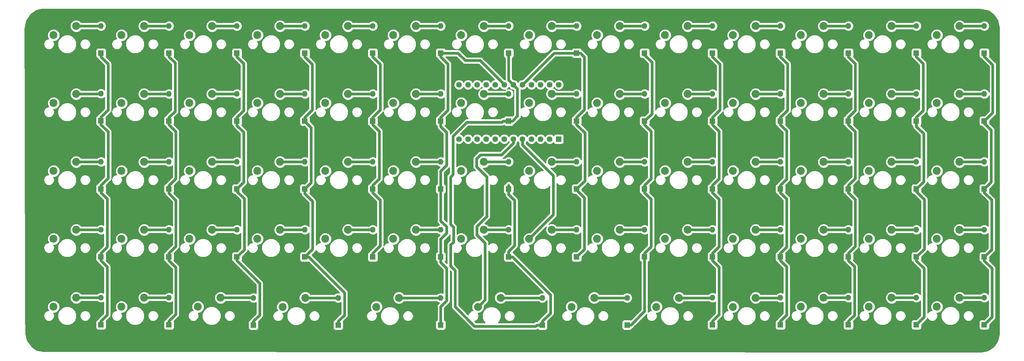
<source format=gbr>
G04 #@! TF.GenerationSoftware,KiCad,Pcbnew,5.0.2-bee76a0~70~ubuntu18.04.1*
G04 #@! TF.CreationDate,2019-02-20T11:48:03+01:00*
G04 #@! TF.ProjectId,kai1,6b616931-2e6b-4696-9361-645f70636258,A*
G04 #@! TF.SameCoordinates,Original*
G04 #@! TF.FileFunction,Copper,L2,Bot*
G04 #@! TF.FilePolarity,Positive*
%FSLAX46Y46*%
G04 Gerber Fmt 4.6, Leading zero omitted, Abs format (unit mm)*
G04 Created by KiCad (PCBNEW 5.0.2-bee76a0~70~ubuntu18.04.1) date Mi 20 Feb 2019 11:48:03 CET*
%MOMM*%
%LPD*%
G01*
G04 APERTURE LIST*
G04 #@! TA.AperFunction,ComponentPad*
%ADD10R,1.600000X1.600000*%
G04 #@! TD*
G04 #@! TA.AperFunction,ComponentPad*
%ADD11C,1.600000*%
G04 #@! TD*
G04 #@! TA.AperFunction,ComponentPad*
%ADD12C,2.200000*%
G04 #@! TD*
G04 #@! TA.AperFunction,ComponentPad*
%ADD13O,1.600000X1.600000*%
G04 #@! TD*
G04 #@! TA.AperFunction,Conductor*
%ADD14C,0.750000*%
G04 #@! TD*
G04 #@! TA.AperFunction,NonConductor*
%ADD15C,0.254000*%
G04 #@! TD*
G04 APERTURE END LIST*
D10*
G04 #@! TO.P,Teensy 2.0,1*
G04 #@! TO.N,Net-(U1-Pad1)*
X220490000Y-117850000D03*
D11*
G04 #@! TO.P,Teensy 2.0,2*
G04 #@! TO.N,/COL12*
X217950000Y-117850000D03*
G04 #@! TO.P,Teensy 2.0,3*
G04 #@! TO.N,/COL13*
X215410000Y-117850000D03*
G04 #@! TO.P,Teensy 2.0,4*
G04 #@! TO.N,/COL14*
X212870000Y-117850000D03*
G04 #@! TO.P,Teensy 2.0,5*
G04 #@! TO.N,/ROW4*
X210330000Y-117850000D03*
G04 #@! TO.P,Teensy 2.0,6*
G04 #@! TO.N,/ROW5*
X207790000Y-117850000D03*
G04 #@! TO.P,Teensy 2.0,7*
G04 #@! TO.N,/ROW3*
X205250000Y-117850000D03*
G04 #@! TO.P,Teensy 2.0,8*
G04 #@! TO.N,/COL2*
X202710000Y-117850000D03*
G04 #@! TO.P,Teensy 2.0,9*
G04 #@! TO.N,/COL4*
X200170000Y-117850000D03*
G04 #@! TO.P,Teensy 2.0,10*
G04 #@! TO.N,Net-(U1-Pad10)*
X197630000Y-117850000D03*
G04 #@! TO.P,Teensy 2.0,11*
G04 #@! TO.N,Net-(U1-Pad11)*
X195090000Y-117850000D03*
G04 #@! TO.P,Teensy 2.0,12*
G04 #@! TO.N,Net-(U1-Pad12)*
X192550000Y-117850000D03*
G04 #@! TO.P,Teensy 2.0,18*
G04 #@! TO.N,/COL1*
X192550000Y-102610000D03*
G04 #@! TO.P,Teensy 2.0,19*
G04 #@! TO.N,/ROW2*
X195090000Y-102610000D03*
G04 #@! TO.P,Teensy 2.0,20*
G04 #@! TO.N,/COL3*
X197630000Y-102610000D03*
G04 #@! TO.P,Teensy 2.0,21*
G04 #@! TO.N,/COL5*
X200170000Y-102610000D03*
G04 #@! TO.P,Teensy 2.0,22*
G04 #@! TO.N,/ROW1*
X202710000Y-102610000D03*
G04 #@! TO.P,Teensy 2.0,23*
G04 #@! TO.N,/COL6*
X205250000Y-102610000D03*
G04 #@! TO.P,Teensy 2.0,24*
G04 #@! TO.N,/COL7*
X207790000Y-102610000D03*
G04 #@! TO.P,Teensy 2.0,25*
G04 #@! TO.N,/COL8*
X210330000Y-102610000D03*
G04 #@! TO.P,Teensy 2.0,26*
G04 #@! TO.N,/COL9*
X212870000Y-102610000D03*
G04 #@! TO.P,Teensy 2.0,27*
G04 #@! TO.N,/COL10*
X215410000Y-102610000D03*
G04 #@! TO.P,Teensy 2.0,28*
G04 #@! TO.N,/COL11*
X217950000Y-102610000D03*
G04 #@! TO.P,Teensy 2.0,29*
G04 #@! TO.N,Net-(U1-Pad29)*
X220490000Y-102610000D03*
G04 #@! TD*
D12*
G04 #@! TO.P,SW59,2*
G04 #@! TO.N,/ROW5*
X119350000Y-164870000D03*
G04 #@! TO.P,SW59,1*
G04 #@! TO.N,Net-(D59-Pad2)*
X125700000Y-162330000D03*
G04 #@! TD*
G04 #@! TO.P,SW60,1*
G04 #@! TO.N,Net-(D60-Pad2)*
X149450000Y-162380000D03*
G04 #@! TO.P,SW60,2*
G04 #@! TO.N,/ROW5*
X143100000Y-164920000D03*
G04 #@! TD*
G04 #@! TO.P,SW63,2*
G04 #@! TO.N,/ROW5*
X224100000Y-164920000D03*
G04 #@! TO.P,SW63,1*
G04 #@! TO.N,Net-(D63-Pad2)*
X230450000Y-162380000D03*
G04 #@! TD*
G04 #@! TO.P,SW64,1*
G04 #@! TO.N,Net-(D64-Pad2)*
X254200000Y-162380000D03*
G04 #@! TO.P,SW64,2*
G04 #@! TO.N,/ROW5*
X247850000Y-164920000D03*
G04 #@! TD*
G04 #@! TO.P,SW62,2*
G04 #@! TO.N,/ROW5*
X197850000Y-164920000D03*
G04 #@! TO.P,SW62,1*
G04 #@! TO.N,Net-(D62-Pad2)*
X204200000Y-162380000D03*
G04 #@! TD*
G04 #@! TO.P,SW61,1*
G04 #@! TO.N,Net-(D61-Pad2)*
X175700000Y-162380000D03*
G04 #@! TO.P,SW61,2*
G04 #@! TO.N,/ROW5*
X169350000Y-164920000D03*
G04 #@! TD*
G04 #@! TO.P,SW67,2*
G04 #@! TO.N,/ROW5*
X307450000Y-164870000D03*
G04 #@! TO.P,SW67,1*
G04 #@! TO.N,Net-(D67-Pad2)*
X313800000Y-162330000D03*
G04 #@! TD*
G04 #@! TO.P,SW66,1*
G04 #@! TO.N,Net-(D66-Pad2)*
X294750000Y-162330000D03*
G04 #@! TO.P,SW66,2*
G04 #@! TO.N,/ROW5*
X288400000Y-164870000D03*
G04 #@! TD*
G04 #@! TO.P,SW65,2*
G04 #@! TO.N,/ROW5*
X269350000Y-164920000D03*
G04 #@! TO.P,SW65,1*
G04 #@! TO.N,Net-(D65-Pad2)*
X275700000Y-162380000D03*
G04 #@! TD*
G04 #@! TO.P,SW52,2*
G04 #@! TO.N,/ROW4*
X250300000Y-145820000D03*
G04 #@! TO.P,SW52,1*
G04 #@! TO.N,Net-(D52-Pad2)*
X256650000Y-143280000D03*
G04 #@! TD*
G04 #@! TO.P,SW68,2*
G04 #@! TO.N,/ROW5*
X326500000Y-164870000D03*
G04 #@! TO.P,SW68,1*
G04 #@! TO.N,Net-(D68-Pad2)*
X332850000Y-162330000D03*
G04 #@! TD*
G04 #@! TO.P,SW58,1*
G04 #@! TO.N,Net-(D58-Pad2)*
X104250000Y-162330000D03*
G04 #@! TO.P,SW58,2*
G04 #@! TO.N,/ROW5*
X97900000Y-164870000D03*
G04 #@! TD*
G04 #@! TO.P,SW57,2*
G04 #@! TO.N,/ROW5*
X78850000Y-164870000D03*
G04 #@! TO.P,SW57,1*
G04 #@! TO.N,Net-(D57-Pad2)*
X85200000Y-162330000D03*
G04 #@! TD*
G04 #@! TO.P,SW56,1*
G04 #@! TO.N,Net-(D56-Pad2)*
X332850000Y-143280000D03*
G04 #@! TO.P,SW56,2*
G04 #@! TO.N,/ROW4*
X326500000Y-145820000D03*
G04 #@! TD*
G04 #@! TO.P,SW55,2*
G04 #@! TO.N,/ROW4*
X307450000Y-145820000D03*
G04 #@! TO.P,SW55,1*
G04 #@! TO.N,Net-(D55-Pad2)*
X313800000Y-143280000D03*
G04 #@! TD*
G04 #@! TO.P,SW54,1*
G04 #@! TO.N,Net-(D54-Pad2)*
X294750000Y-143280000D03*
G04 #@! TO.P,SW54,2*
G04 #@! TO.N,/ROW4*
X288400000Y-145820000D03*
G04 #@! TD*
G04 #@! TO.P,SW53,2*
G04 #@! TO.N,/ROW4*
X269350000Y-145820000D03*
G04 #@! TO.P,SW53,1*
G04 #@! TO.N,Net-(D53-Pad2)*
X275700000Y-143280000D03*
G04 #@! TD*
G04 #@! TO.P,SW42,2*
G04 #@! TO.N,/ROW3*
X326500000Y-126770000D03*
G04 #@! TO.P,SW42,1*
G04 #@! TO.N,Net-(D42-Pad2)*
X332850000Y-124230000D03*
G04 #@! TD*
G04 #@! TO.P,SW50,1*
G04 #@! TO.N,Net-(D50-Pad2)*
X218550000Y-143280000D03*
G04 #@! TO.P,SW50,2*
G04 #@! TO.N,/ROW4*
X212200000Y-145820000D03*
G04 #@! TD*
G04 #@! TO.P,SW49,2*
G04 #@! TO.N,/ROW4*
X193150000Y-145820000D03*
G04 #@! TO.P,SW49,1*
G04 #@! TO.N,Net-(D49-Pad2)*
X199500000Y-143280000D03*
G04 #@! TD*
G04 #@! TO.P,SW48,1*
G04 #@! TO.N,Net-(D48-Pad2)*
X180450000Y-143280000D03*
G04 #@! TO.P,SW48,2*
G04 #@! TO.N,/ROW4*
X174100000Y-145820000D03*
G04 #@! TD*
G04 #@! TO.P,SW47,2*
G04 #@! TO.N,/ROW4*
X155050000Y-145820000D03*
G04 #@! TO.P,SW47,1*
G04 #@! TO.N,Net-(D47-Pad2)*
X161400000Y-143280000D03*
G04 #@! TD*
G04 #@! TO.P,SW46,1*
G04 #@! TO.N,Net-(D46-Pad2)*
X142350000Y-143280000D03*
G04 #@! TO.P,SW46,2*
G04 #@! TO.N,/ROW4*
X136000000Y-145820000D03*
G04 #@! TD*
G04 #@! TO.P,SW45,2*
G04 #@! TO.N,/ROW4*
X116950000Y-145820000D03*
G04 #@! TO.P,SW45,1*
G04 #@! TO.N,Net-(D45-Pad2)*
X123300000Y-143280000D03*
G04 #@! TD*
G04 #@! TO.P,SW35,1*
G04 #@! TO.N,Net-(D35-Pad2)*
X199500000Y-124230000D03*
G04 #@! TO.P,SW35,2*
G04 #@! TO.N,/ROW3*
X193150000Y-126770000D03*
G04 #@! TD*
G04 #@! TO.P,SW43,2*
G04 #@! TO.N,/ROW4*
X78850000Y-145820000D03*
G04 #@! TO.P,SW43,1*
G04 #@! TO.N,Net-(D43-Pad2)*
X85200000Y-143280000D03*
G04 #@! TD*
G04 #@! TO.P,SW51,1*
G04 #@! TO.N,Net-(D51-Pad2)*
X237600000Y-143280000D03*
G04 #@! TO.P,SW51,2*
G04 #@! TO.N,/ROW4*
X231250000Y-145820000D03*
G04 #@! TD*
G04 #@! TO.P,SW41,2*
G04 #@! TO.N,/ROW3*
X307450000Y-126770000D03*
G04 #@! TO.P,SW41,1*
G04 #@! TO.N,Net-(D41-Pad2)*
X313800000Y-124230000D03*
G04 #@! TD*
G04 #@! TO.P,SW40,1*
G04 #@! TO.N,Net-(D40-Pad2)*
X294750000Y-124230000D03*
G04 #@! TO.P,SW40,2*
G04 #@! TO.N,/ROW3*
X288400000Y-126770000D03*
G04 #@! TD*
G04 #@! TO.P,SW39,2*
G04 #@! TO.N,/ROW3*
X269350000Y-126770000D03*
G04 #@! TO.P,SW39,1*
G04 #@! TO.N,Net-(D39-Pad2)*
X275700000Y-124230000D03*
G04 #@! TD*
G04 #@! TO.P,SW38,1*
G04 #@! TO.N,Net-(D38-Pad2)*
X256650000Y-124230000D03*
G04 #@! TO.P,SW38,2*
G04 #@! TO.N,/ROW3*
X250300000Y-126770000D03*
G04 #@! TD*
G04 #@! TO.P,SW37,2*
G04 #@! TO.N,/ROW3*
X231250000Y-126770000D03*
G04 #@! TO.P,SW37,1*
G04 #@! TO.N,Net-(D37-Pad2)*
X237600000Y-124230000D03*
G04 #@! TD*
G04 #@! TO.P,SW36,1*
G04 #@! TO.N,Net-(D36-Pad2)*
X218550000Y-124230000D03*
G04 #@! TO.P,SW36,2*
G04 #@! TO.N,/ROW3*
X212200000Y-126770000D03*
G04 #@! TD*
G04 #@! TO.P,SW44,2*
G04 #@! TO.N,/ROW4*
X97900000Y-145820000D03*
G04 #@! TO.P,SW44,1*
G04 #@! TO.N,Net-(D44-Pad2)*
X104250000Y-143280000D03*
G04 #@! TD*
G04 #@! TO.P,SW33,1*
G04 #@! TO.N,Net-(D33-Pad2)*
X161400000Y-124230000D03*
G04 #@! TO.P,SW33,2*
G04 #@! TO.N,/ROW3*
X155050000Y-126770000D03*
G04 #@! TD*
G04 #@! TO.P,SW32,2*
G04 #@! TO.N,/ROW3*
X136000000Y-126770000D03*
G04 #@! TO.P,SW32,1*
G04 #@! TO.N,Net-(D32-Pad2)*
X142350000Y-124230000D03*
G04 #@! TD*
G04 #@! TO.P,SW31,1*
G04 #@! TO.N,Net-(D31-Pad2)*
X123300000Y-124230000D03*
G04 #@! TO.P,SW31,2*
G04 #@! TO.N,/ROW3*
X116950000Y-126770000D03*
G04 #@! TD*
G04 #@! TO.P,SW30,2*
G04 #@! TO.N,/ROW3*
X97900000Y-126770000D03*
G04 #@! TO.P,SW30,1*
G04 #@! TO.N,Net-(D30-Pad2)*
X104250000Y-124230000D03*
G04 #@! TD*
G04 #@! TO.P,SW29,1*
G04 #@! TO.N,Net-(D29-Pad2)*
X85200000Y-124230000D03*
G04 #@! TO.P,SW29,2*
G04 #@! TO.N,/ROW3*
X78850000Y-126770000D03*
G04 #@! TD*
G04 #@! TO.P,SW28,2*
G04 #@! TO.N,/ROW2*
X326500000Y-107720000D03*
G04 #@! TO.P,SW28,1*
G04 #@! TO.N,Net-(D28-Pad2)*
X332850000Y-105180000D03*
G04 #@! TD*
G04 #@! TO.P,SW27,1*
G04 #@! TO.N,Net-(D27-Pad2)*
X313800000Y-105180000D03*
G04 #@! TO.P,SW27,2*
G04 #@! TO.N,/ROW2*
X307450000Y-107720000D03*
G04 #@! TD*
G04 #@! TO.P,SW25,2*
G04 #@! TO.N,/ROW2*
X269350000Y-107720000D03*
G04 #@! TO.P,SW25,1*
G04 #@! TO.N,Net-(D25-Pad2)*
X275700000Y-105180000D03*
G04 #@! TD*
G04 #@! TO.P,SW34,1*
G04 #@! TO.N,Net-(D34-Pad2)*
X180450000Y-124230000D03*
G04 #@! TO.P,SW34,2*
G04 #@! TO.N,/ROW3*
X174100000Y-126770000D03*
G04 #@! TD*
G04 #@! TO.P,SW24,2*
G04 #@! TO.N,/ROW2*
X250300000Y-107720000D03*
G04 #@! TO.P,SW24,1*
G04 #@! TO.N,Net-(D24-Pad2)*
X256650000Y-105180000D03*
G04 #@! TD*
G04 #@! TO.P,SW23,1*
G04 #@! TO.N,Net-(D23-Pad2)*
X237600000Y-105180000D03*
G04 #@! TO.P,SW23,2*
G04 #@! TO.N,/ROW2*
X231250000Y-107720000D03*
G04 #@! TD*
G04 #@! TO.P,SW22,2*
G04 #@! TO.N,/ROW2*
X212200000Y-107720000D03*
G04 #@! TO.P,SW22,1*
G04 #@! TO.N,Net-(D22-Pad2)*
X218550000Y-105180000D03*
G04 #@! TD*
G04 #@! TO.P,SW21,1*
G04 #@! TO.N,Net-(D21-Pad2)*
X199500000Y-105180000D03*
G04 #@! TO.P,SW21,2*
G04 #@! TO.N,/ROW2*
X193150000Y-107720000D03*
G04 #@! TD*
G04 #@! TO.P,SW20,2*
G04 #@! TO.N,/ROW2*
X174100000Y-107720000D03*
G04 #@! TO.P,SW20,1*
G04 #@! TO.N,Net-(D20-Pad2)*
X180450000Y-105180000D03*
G04 #@! TD*
G04 #@! TO.P,SW19,1*
G04 #@! TO.N,Net-(D19-Pad2)*
X161400000Y-105180000D03*
G04 #@! TO.P,SW19,2*
G04 #@! TO.N,/ROW2*
X155050000Y-107720000D03*
G04 #@! TD*
G04 #@! TO.P,SW18,2*
G04 #@! TO.N,/ROW2*
X136000000Y-107720000D03*
G04 #@! TO.P,SW18,1*
G04 #@! TO.N,Net-(D18-Pad2)*
X142350000Y-105180000D03*
G04 #@! TD*
G04 #@! TO.P,SW26,1*
G04 #@! TO.N,Net-(D26-Pad2)*
X294750000Y-105180000D03*
G04 #@! TO.P,SW26,2*
G04 #@! TO.N,/ROW2*
X288400000Y-107720000D03*
G04 #@! TD*
G04 #@! TO.P,SW8,2*
G04 #@! TO.N,/ROW1*
X212200000Y-88670000D03*
G04 #@! TO.P,SW8,1*
G04 #@! TO.N,Net-(D8-Pad2)*
X218550000Y-86130000D03*
G04 #@! TD*
G04 #@! TO.P,SW16,1*
G04 #@! TO.N,Net-(D16-Pad2)*
X104250000Y-105180000D03*
G04 #@! TO.P,SW16,2*
G04 #@! TO.N,/ROW2*
X97900000Y-107720000D03*
G04 #@! TD*
G04 #@! TO.P,SW15,2*
G04 #@! TO.N,/ROW2*
X78850000Y-107720000D03*
G04 #@! TO.P,SW15,1*
G04 #@! TO.N,Net-(D15-Pad2)*
X85200000Y-105180000D03*
G04 #@! TD*
G04 #@! TO.P,SW14,1*
G04 #@! TO.N,Net-(D14-Pad2)*
X332850000Y-86130000D03*
G04 #@! TO.P,SW14,2*
G04 #@! TO.N,/ROW1*
X326500000Y-88670000D03*
G04 #@! TD*
G04 #@! TO.P,SW13,2*
G04 #@! TO.N,/ROW1*
X307450000Y-88670000D03*
G04 #@! TO.P,SW13,1*
G04 #@! TO.N,Net-(D13-Pad2)*
X313800000Y-86130000D03*
G04 #@! TD*
G04 #@! TO.P,SW12,1*
G04 #@! TO.N,Net-(D12-Pad2)*
X294750000Y-86130000D03*
G04 #@! TO.P,SW12,2*
G04 #@! TO.N,/ROW1*
X288400000Y-88670000D03*
G04 #@! TD*
G04 #@! TO.P,SW11,2*
G04 #@! TO.N,/ROW1*
X269350000Y-88670000D03*
G04 #@! TO.P,SW11,1*
G04 #@! TO.N,Net-(D11-Pad2)*
X275700000Y-86130000D03*
G04 #@! TD*
G04 #@! TO.P,SW10,1*
G04 #@! TO.N,Net-(D10-Pad2)*
X256650000Y-86130000D03*
G04 #@! TO.P,SW10,2*
G04 #@! TO.N,/ROW1*
X250300000Y-88670000D03*
G04 #@! TD*
G04 #@! TO.P,SW9,2*
G04 #@! TO.N,/ROW1*
X231250000Y-88670000D03*
G04 #@! TO.P,SW9,1*
G04 #@! TO.N,Net-(D9-Pad2)*
X237600000Y-86130000D03*
G04 #@! TD*
G04 #@! TO.P,SW17,1*
G04 #@! TO.N,Net-(D17-Pad2)*
X123300000Y-105180000D03*
G04 #@! TO.P,SW17,2*
G04 #@! TO.N,/ROW2*
X116950000Y-107720000D03*
G04 #@! TD*
G04 #@! TO.P,SW7,2*
G04 #@! TO.N,/ROW1*
X193150000Y-88670000D03*
G04 #@! TO.P,SW7,1*
G04 #@! TO.N,Net-(D7-Pad2)*
X199500000Y-86130000D03*
G04 #@! TD*
G04 #@! TO.P,SW6,1*
G04 #@! TO.N,Net-(D6-Pad2)*
X180450000Y-86130000D03*
G04 #@! TO.P,SW6,2*
G04 #@! TO.N,/ROW1*
X174100000Y-88670000D03*
G04 #@! TD*
G04 #@! TO.P,SW5,2*
G04 #@! TO.N,/ROW1*
X155050000Y-88670000D03*
G04 #@! TO.P,SW5,1*
G04 #@! TO.N,Net-(D5-Pad2)*
X161400000Y-86130000D03*
G04 #@! TD*
G04 #@! TO.P,SW4,1*
G04 #@! TO.N,Net-(D4-Pad2)*
X142350000Y-86130000D03*
G04 #@! TO.P,SW4,2*
G04 #@! TO.N,/ROW1*
X136000000Y-88670000D03*
G04 #@! TD*
G04 #@! TO.P,SW3,2*
G04 #@! TO.N,/ROW1*
X116950000Y-88670000D03*
G04 #@! TO.P,SW3,1*
G04 #@! TO.N,Net-(D3-Pad2)*
X123300000Y-86130000D03*
G04 #@! TD*
G04 #@! TO.P,SW2,1*
G04 #@! TO.N,Net-(D2-Pad2)*
X104250000Y-86130000D03*
G04 #@! TO.P,SW2,2*
G04 #@! TO.N,/ROW1*
X97900000Y-88670000D03*
G04 #@! TD*
D13*
G04 #@! TO.P,D61,2*
G04 #@! TO.N,Net-(D61-Pad2)*
X187420000Y-162360000D03*
D10*
G04 #@! TO.P,D61,1*
G04 #@! TO.N,/COL6*
X187420000Y-169980000D03*
G04 #@! TD*
G04 #@! TO.P,D67,1*
G04 #@! TO.N,/COL13*
X320770000Y-169930000D03*
D13*
G04 #@! TO.P,D67,2*
G04 #@! TO.N,Net-(D67-Pad2)*
X320770000Y-162310000D03*
G04 #@! TD*
G04 #@! TO.P,D66,2*
G04 #@! TO.N,Net-(D66-Pad2)*
X301720000Y-162310000D03*
D10*
G04 #@! TO.P,D66,1*
G04 #@! TO.N,/COL12*
X301720000Y-169930000D03*
G04 #@! TD*
G04 #@! TO.P,D65,1*
G04 #@! TO.N,/COL11*
X282670000Y-169930000D03*
D13*
G04 #@! TO.P,D65,2*
G04 #@! TO.N,Net-(D65-Pad2)*
X282670000Y-162310000D03*
G04 #@! TD*
G04 #@! TO.P,D64,2*
G04 #@! TO.N,Net-(D64-Pad2)*
X263620000Y-162310000D03*
D10*
G04 #@! TO.P,D64,1*
G04 #@! TO.N,/COL10*
X263620000Y-169930000D03*
G04 #@! TD*
G04 #@! TO.P,D63,1*
G04 #@! TO.N,/COL9*
X239670000Y-169980000D03*
D13*
G04 #@! TO.P,D63,2*
G04 #@! TO.N,Net-(D63-Pad2)*
X239670000Y-162360000D03*
G04 #@! TD*
G04 #@! TO.P,D62,2*
G04 #@! TO.N,Net-(D62-Pad2)*
X215920000Y-162360000D03*
D10*
G04 #@! TO.P,D62,1*
G04 #@! TO.N,/COL7*
X215920000Y-169980000D03*
G04 #@! TD*
G04 #@! TO.P,D52,1*
G04 #@! TO.N,/COL10*
X263620000Y-150880000D03*
D13*
G04 #@! TO.P,D52,2*
G04 #@! TO.N,Net-(D52-Pad2)*
X263620000Y-143260000D03*
G04 #@! TD*
G04 #@! TO.P,D59,2*
G04 #@! TO.N,Net-(D59-Pad2)*
X134920000Y-162360000D03*
D10*
G04 #@! TO.P,D59,1*
G04 #@! TO.N,/COL3*
X134920000Y-169980000D03*
G04 #@! TD*
G04 #@! TO.P,D58,1*
G04 #@! TO.N,/COL2*
X111220000Y-169930000D03*
D13*
G04 #@! TO.P,D58,2*
G04 #@! TO.N,Net-(D58-Pad2)*
X111220000Y-162310000D03*
G04 #@! TD*
G04 #@! TO.P,D57,2*
G04 #@! TO.N,Net-(D57-Pad2)*
X92170000Y-162310000D03*
D10*
G04 #@! TO.P,D57,1*
G04 #@! TO.N,/COL1*
X92170000Y-169930000D03*
G04 #@! TD*
G04 #@! TO.P,D56,1*
G04 #@! TO.N,/COL14*
X339820000Y-150880000D03*
D13*
G04 #@! TO.P,D56,2*
G04 #@! TO.N,Net-(D56-Pad2)*
X339820000Y-143260000D03*
G04 #@! TD*
G04 #@! TO.P,D55,2*
G04 #@! TO.N,Net-(D55-Pad2)*
X320770000Y-143260000D03*
D10*
G04 #@! TO.P,D55,1*
G04 #@! TO.N,/COL13*
X320770000Y-150880000D03*
G04 #@! TD*
G04 #@! TO.P,D54,1*
G04 #@! TO.N,/COL12*
X301720000Y-150880000D03*
D13*
G04 #@! TO.P,D54,2*
G04 #@! TO.N,Net-(D54-Pad2)*
X301720000Y-143260000D03*
G04 #@! TD*
G04 #@! TO.P,D60,2*
G04 #@! TO.N,Net-(D60-Pad2)*
X158670000Y-162360000D03*
D10*
G04 #@! TO.P,D60,1*
G04 #@! TO.N,/COL4*
X158670000Y-169980000D03*
G04 #@! TD*
G04 #@! TO.P,D68,1*
G04 #@! TO.N,/COL14*
X339820000Y-169930000D03*
D13*
G04 #@! TO.P,D68,2*
G04 #@! TO.N,Net-(D68-Pad2)*
X339820000Y-162310000D03*
G04 #@! TD*
G04 #@! TO.P,D9,2*
G04 #@! TO.N,Net-(D9-Pad2)*
X244570000Y-86110000D03*
D10*
G04 #@! TO.P,D9,1*
G04 #@! TO.N,/COL9*
X244570000Y-93730000D03*
G04 #@! TD*
G04 #@! TO.P,D36,1*
G04 #@! TO.N,/COL8*
X225520000Y-131830000D03*
D13*
G04 #@! TO.P,D36,2*
G04 #@! TO.N,Net-(D36-Pad2)*
X225520000Y-124210000D03*
G04 #@! TD*
G04 #@! TO.P,D50,2*
G04 #@! TO.N,Net-(D50-Pad2)*
X225520000Y-143260000D03*
D10*
G04 #@! TO.P,D50,1*
G04 #@! TO.N,/COL8*
X225520000Y-150880000D03*
G04 #@! TD*
G04 #@! TO.P,D49,1*
G04 #@! TO.N,/COL7*
X206470000Y-150880000D03*
D13*
G04 #@! TO.P,D49,2*
G04 #@! TO.N,Net-(D49-Pad2)*
X206470000Y-143260000D03*
G04 #@! TD*
G04 #@! TO.P,D48,2*
G04 #@! TO.N,Net-(D48-Pad2)*
X187420000Y-143260000D03*
D10*
G04 #@! TO.P,D48,1*
G04 #@! TO.N,/COL6*
X187420000Y-150880000D03*
G04 #@! TD*
G04 #@! TO.P,D47,1*
G04 #@! TO.N,/COL5*
X168370000Y-150880000D03*
D13*
G04 #@! TO.P,D47,2*
G04 #@! TO.N,Net-(D47-Pad2)*
X168370000Y-143260000D03*
G04 #@! TD*
G04 #@! TO.P,D46,2*
G04 #@! TO.N,Net-(D46-Pad2)*
X149320000Y-143260000D03*
D10*
G04 #@! TO.P,D46,1*
G04 #@! TO.N,/COL4*
X149320000Y-150880000D03*
G04 #@! TD*
G04 #@! TO.P,D45,1*
G04 #@! TO.N,/COL3*
X130270000Y-150880000D03*
D13*
G04 #@! TO.P,D45,2*
G04 #@! TO.N,Net-(D45-Pad2)*
X130270000Y-143260000D03*
G04 #@! TD*
G04 #@! TO.P,D53,2*
G04 #@! TO.N,Net-(D53-Pad2)*
X282670000Y-143260000D03*
D10*
G04 #@! TO.P,D53,1*
G04 #@! TO.N,/COL11*
X282670000Y-150880000D03*
G04 #@! TD*
G04 #@! TO.P,D43,1*
G04 #@! TO.N,/COL1*
X92170000Y-150880000D03*
D13*
G04 #@! TO.P,D43,2*
G04 #@! TO.N,Net-(D43-Pad2)*
X92170000Y-143260000D03*
G04 #@! TD*
G04 #@! TO.P,D42,2*
G04 #@! TO.N,Net-(D42-Pad2)*
X339820000Y-124210000D03*
D10*
G04 #@! TO.P,D42,1*
G04 #@! TO.N,/COL14*
X339820000Y-131830000D03*
G04 #@! TD*
G04 #@! TO.P,D41,1*
G04 #@! TO.N,/COL13*
X320770000Y-131830000D03*
D13*
G04 #@! TO.P,D41,2*
G04 #@! TO.N,Net-(D41-Pad2)*
X320770000Y-124210000D03*
G04 #@! TD*
G04 #@! TO.P,D40,2*
G04 #@! TO.N,Net-(D40-Pad2)*
X301720000Y-124210000D03*
D10*
G04 #@! TO.P,D40,1*
G04 #@! TO.N,/COL12*
X301720000Y-131830000D03*
G04 #@! TD*
G04 #@! TO.P,D39,1*
G04 #@! TO.N,/COL11*
X282670000Y-131830000D03*
D13*
G04 #@! TO.P,D39,2*
G04 #@! TO.N,Net-(D39-Pad2)*
X282670000Y-124210000D03*
G04 #@! TD*
G04 #@! TO.P,D38,2*
G04 #@! TO.N,Net-(D38-Pad2)*
X263620000Y-124210000D03*
D10*
G04 #@! TO.P,D38,1*
G04 #@! TO.N,/COL10*
X263620000Y-131830000D03*
G04 #@! TD*
G04 #@! TO.P,D37,1*
G04 #@! TO.N,/COL9*
X244570000Y-131830000D03*
D13*
G04 #@! TO.P,D37,2*
G04 #@! TO.N,Net-(D37-Pad2)*
X244570000Y-124210000D03*
G04 #@! TD*
G04 #@! TO.P,D2,2*
G04 #@! TO.N,Net-(D2-Pad2)*
X111220000Y-86110000D03*
D10*
G04 #@! TO.P,D2,1*
G04 #@! TO.N,/COL2*
X111220000Y-93730000D03*
G04 #@! TD*
G04 #@! TO.P,D44,1*
G04 #@! TO.N,/COL2*
X111220000Y-150880000D03*
D13*
G04 #@! TO.P,D44,2*
G04 #@! TO.N,Net-(D44-Pad2)*
X111220000Y-143260000D03*
G04 #@! TD*
G04 #@! TO.P,D35,2*
G04 #@! TO.N,Net-(D35-Pad2)*
X206470000Y-124210000D03*
D10*
G04 #@! TO.P,D35,1*
G04 #@! TO.N,/COL7*
X206470000Y-131830000D03*
G04 #@! TD*
G04 #@! TO.P,D33,1*
G04 #@! TO.N,/COL5*
X168370000Y-131830000D03*
D13*
G04 #@! TO.P,D33,2*
G04 #@! TO.N,Net-(D33-Pad2)*
X168370000Y-124210000D03*
G04 #@! TD*
G04 #@! TO.P,D32,2*
G04 #@! TO.N,Net-(D32-Pad2)*
X149320000Y-124210000D03*
D10*
G04 #@! TO.P,D32,1*
G04 #@! TO.N,/COL4*
X149320000Y-131830000D03*
G04 #@! TD*
G04 #@! TO.P,D31,1*
G04 #@! TO.N,/COL3*
X130270000Y-131830000D03*
D13*
G04 #@! TO.P,D31,2*
G04 #@! TO.N,Net-(D31-Pad2)*
X130270000Y-124210000D03*
G04 #@! TD*
G04 #@! TO.P,D30,2*
G04 #@! TO.N,Net-(D30-Pad2)*
X111220000Y-124210000D03*
D10*
G04 #@! TO.P,D30,1*
G04 #@! TO.N,/COL2*
X111220000Y-131830000D03*
G04 #@! TD*
G04 #@! TO.P,D29,1*
G04 #@! TO.N,/COL1*
X92170000Y-131830000D03*
D13*
G04 #@! TO.P,D29,2*
G04 #@! TO.N,Net-(D29-Pad2)*
X92170000Y-124210000D03*
G04 #@! TD*
G04 #@! TO.P,D28,2*
G04 #@! TO.N,Net-(D28-Pad2)*
X339820000Y-105160000D03*
D10*
G04 #@! TO.P,D28,1*
G04 #@! TO.N,/COL14*
X339820000Y-112780000D03*
G04 #@! TD*
G04 #@! TO.P,D19,1*
G04 #@! TO.N,/COL5*
X168370000Y-112780000D03*
D13*
G04 #@! TO.P,D19,2*
G04 #@! TO.N,Net-(D19-Pad2)*
X168370000Y-105160000D03*
G04 #@! TD*
G04 #@! TO.P,D25,2*
G04 #@! TO.N,Net-(D25-Pad2)*
X282670000Y-105160000D03*
D10*
G04 #@! TO.P,D25,1*
G04 #@! TO.N,/COL11*
X282670000Y-112780000D03*
G04 #@! TD*
G04 #@! TO.P,D18,1*
G04 #@! TO.N,/COL4*
X149320000Y-112780000D03*
D13*
G04 #@! TO.P,D18,2*
G04 #@! TO.N,Net-(D18-Pad2)*
X149320000Y-105160000D03*
G04 #@! TD*
G04 #@! TO.P,D20,2*
G04 #@! TO.N,Net-(D20-Pad2)*
X187420000Y-105160000D03*
D10*
G04 #@! TO.P,D20,1*
G04 #@! TO.N,/COL6*
X187420000Y-112780000D03*
G04 #@! TD*
G04 #@! TO.P,D21,1*
G04 #@! TO.N,/COL7*
X206470000Y-112780000D03*
D13*
G04 #@! TO.P,D21,2*
G04 #@! TO.N,Net-(D21-Pad2)*
X206470000Y-105160000D03*
G04 #@! TD*
G04 #@! TO.P,D23,2*
G04 #@! TO.N,Net-(D23-Pad2)*
X244570000Y-105160000D03*
D10*
G04 #@! TO.P,D23,1*
G04 #@! TO.N,/COL9*
X244570000Y-112780000D03*
G04 #@! TD*
G04 #@! TO.P,D26,1*
G04 #@! TO.N,/COL12*
X301720000Y-112780000D03*
D13*
G04 #@! TO.P,D26,2*
G04 #@! TO.N,Net-(D26-Pad2)*
X301720000Y-105160000D03*
G04 #@! TD*
G04 #@! TO.P,D22,2*
G04 #@! TO.N,Net-(D22-Pad2)*
X225520000Y-105160000D03*
D10*
G04 #@! TO.P,D22,1*
G04 #@! TO.N,/COL8*
X225520000Y-112780000D03*
G04 #@! TD*
G04 #@! TO.P,D24,1*
G04 #@! TO.N,/COL10*
X263620000Y-112780000D03*
D13*
G04 #@! TO.P,D24,2*
G04 #@! TO.N,Net-(D24-Pad2)*
X263620000Y-105160000D03*
G04 #@! TD*
G04 #@! TO.P,D27,2*
G04 #@! TO.N,Net-(D27-Pad2)*
X320770000Y-105160000D03*
D10*
G04 #@! TO.P,D27,1*
G04 #@! TO.N,/COL13*
X320770000Y-112780000D03*
G04 #@! TD*
G04 #@! TO.P,D51,1*
G04 #@! TO.N,/COL9*
X244570000Y-150880000D03*
D13*
G04 #@! TO.P,D51,2*
G04 #@! TO.N,Net-(D51-Pad2)*
X244570000Y-143260000D03*
G04 #@! TD*
G04 #@! TO.P,D16,2*
G04 #@! TO.N,Net-(D16-Pad2)*
X111220000Y-105160000D03*
D10*
G04 #@! TO.P,D16,1*
G04 #@! TO.N,/COL2*
X111220000Y-112780000D03*
G04 #@! TD*
G04 #@! TO.P,D15,1*
G04 #@! TO.N,/COL1*
X92160000Y-112710000D03*
D13*
G04 #@! TO.P,D15,2*
G04 #@! TO.N,Net-(D15-Pad2)*
X92160000Y-105090000D03*
G04 #@! TD*
G04 #@! TO.P,D14,2*
G04 #@! TO.N,Net-(D14-Pad2)*
X339820000Y-86110000D03*
D10*
G04 #@! TO.P,D14,1*
G04 #@! TO.N,/COL14*
X339820000Y-93730000D03*
G04 #@! TD*
G04 #@! TO.P,D13,1*
G04 #@! TO.N,/COL13*
X320770000Y-93730000D03*
D13*
G04 #@! TO.P,D13,2*
G04 #@! TO.N,Net-(D13-Pad2)*
X320770000Y-86110000D03*
G04 #@! TD*
G04 #@! TO.P,D12,2*
G04 #@! TO.N,Net-(D12-Pad2)*
X301720000Y-86110000D03*
D10*
G04 #@! TO.P,D12,1*
G04 #@! TO.N,/COL12*
X301720000Y-93730000D03*
G04 #@! TD*
G04 #@! TO.P,D11,1*
G04 #@! TO.N,/COL11*
X282670000Y-93730000D03*
D13*
G04 #@! TO.P,D11,2*
G04 #@! TO.N,Net-(D11-Pad2)*
X282670000Y-86110000D03*
G04 #@! TD*
G04 #@! TO.P,D10,2*
G04 #@! TO.N,Net-(D10-Pad2)*
X263620000Y-86110000D03*
D10*
G04 #@! TO.P,D10,1*
G04 #@! TO.N,/COL10*
X263620000Y-93730000D03*
G04 #@! TD*
G04 #@! TO.P,D34,1*
G04 #@! TO.N,/COL6*
X187420000Y-131830000D03*
D13*
G04 #@! TO.P,D34,2*
G04 #@! TO.N,Net-(D34-Pad2)*
X187420000Y-124210000D03*
G04 #@! TD*
G04 #@! TO.P,D8,2*
G04 #@! TO.N,Net-(D8-Pad2)*
X225520000Y-86110000D03*
D10*
G04 #@! TO.P,D8,1*
G04 #@! TO.N,/COL8*
X225520000Y-93730000D03*
G04 #@! TD*
G04 #@! TO.P,D7,1*
G04 #@! TO.N,/COL7*
X206470000Y-93730000D03*
D13*
G04 #@! TO.P,D7,2*
G04 #@! TO.N,Net-(D7-Pad2)*
X206470000Y-86110000D03*
G04 #@! TD*
G04 #@! TO.P,D6,2*
G04 #@! TO.N,Net-(D6-Pad2)*
X187420000Y-86110000D03*
D10*
G04 #@! TO.P,D6,1*
G04 #@! TO.N,/COL6*
X187420000Y-93730000D03*
G04 #@! TD*
G04 #@! TO.P,D5,1*
G04 #@! TO.N,/COL5*
X168370000Y-93730000D03*
D13*
G04 #@! TO.P,D5,2*
G04 #@! TO.N,Net-(D5-Pad2)*
X168370000Y-86110000D03*
G04 #@! TD*
G04 #@! TO.P,D4,2*
G04 #@! TO.N,Net-(D4-Pad2)*
X149320000Y-86110000D03*
D10*
G04 #@! TO.P,D4,1*
G04 #@! TO.N,/COL4*
X149320000Y-93730000D03*
G04 #@! TD*
G04 #@! TO.P,D3,1*
G04 #@! TO.N,/COL3*
X130270000Y-93730000D03*
D13*
G04 #@! TO.P,D3,2*
G04 #@! TO.N,Net-(D3-Pad2)*
X130270000Y-86110000D03*
G04 #@! TD*
G04 #@! TO.P,D17,2*
G04 #@! TO.N,Net-(D17-Pad2)*
X130270000Y-105160000D03*
D10*
G04 #@! TO.P,D17,1*
G04 #@! TO.N,/COL3*
X130270000Y-112780000D03*
G04 #@! TD*
G04 #@! TO.P,D1,1*
G04 #@! TO.N,/COL1*
X92170000Y-93730000D03*
D13*
G04 #@! TO.P,D1,2*
G04 #@! TO.N,Net-(D1-Pad2)*
X92170000Y-86110000D03*
G04 #@! TD*
D12*
G04 #@! TO.P,SW1,1*
G04 #@! TO.N,Net-(D1-Pad2)*
X85200000Y-86130000D03*
G04 #@! TO.P,SW1,2*
G04 #@! TO.N,/ROW1*
X78850000Y-88670000D03*
G04 #@! TD*
D14*
G04 #@! TO.N,/COL14*
X339820000Y-93730000D02*
X339820000Y-94660000D01*
X342190000Y-110410000D02*
X339820000Y-112780000D01*
X342190000Y-97030000D02*
X342190000Y-110410000D01*
X339820000Y-94660000D02*
X342190000Y-97030000D01*
X341730000Y-129920000D02*
X339820000Y-131830000D01*
X341730000Y-115320000D02*
X341730000Y-129920000D01*
X339820000Y-113410000D02*
X341730000Y-115320000D01*
X339820000Y-131830000D02*
X339820000Y-132860000D01*
X341880000Y-148820000D02*
X339820000Y-150880000D01*
X341880000Y-134920000D02*
X341880000Y-148820000D01*
X339820000Y-132860000D02*
X341880000Y-134920000D01*
X339820000Y-150880000D02*
X339820000Y-151960000D01*
X341990000Y-167760000D02*
X339820000Y-169930000D01*
X341990000Y-154130000D02*
X341990000Y-167760000D01*
X339820000Y-151960000D02*
X341990000Y-154130000D01*
G04 #@! TO.N,/COL11*
X282670000Y-111730000D02*
X282670000Y-112780000D01*
X284670000Y-109730000D02*
X282670000Y-111730000D01*
X284670000Y-96780000D02*
X284670000Y-109730000D01*
X282670000Y-93730000D02*
X282670000Y-94780000D01*
X282670000Y-94780000D02*
X284670000Y-96780000D01*
X284420000Y-129030000D02*
X282670000Y-130780000D01*
X284420000Y-115580000D02*
X284420000Y-129030000D01*
X282670000Y-112780000D02*
X282670000Y-113830000D01*
X282670000Y-130780000D02*
X282670000Y-131830000D01*
X282670000Y-113830000D02*
X284420000Y-115580000D01*
X284420000Y-148080000D02*
X282670000Y-149830000D01*
X284420000Y-134630000D02*
X284420000Y-148080000D01*
X282670000Y-149830000D02*
X282670000Y-150880000D01*
X282670000Y-131830000D02*
X282670000Y-132880000D01*
X282670000Y-132880000D02*
X284420000Y-134630000D01*
X284420000Y-167130000D02*
X282670000Y-168880000D01*
X284420000Y-153680000D02*
X284420000Y-167130000D01*
X282670000Y-168880000D02*
X282670000Y-169930000D01*
X282670000Y-150880000D02*
X282670000Y-151930000D01*
X282670000Y-151930000D02*
X284420000Y-153680000D01*
G04 #@! TO.N,/COL10*
X263620000Y-130780000D02*
X263620000Y-131830000D01*
X265420000Y-128980000D02*
X263620000Y-130780000D01*
X265420000Y-115630000D02*
X265420000Y-128980000D01*
X263620000Y-112780000D02*
X263620000Y-113830000D01*
X263620000Y-113830000D02*
X265420000Y-115630000D01*
X263620000Y-168880000D02*
X263620000Y-169930000D01*
X265420000Y-153730000D02*
X265420000Y-167080000D01*
X263620000Y-150880000D02*
X263620000Y-151930000D01*
X265420000Y-167080000D02*
X263620000Y-168880000D01*
X263620000Y-151930000D02*
X265420000Y-153730000D01*
X263620000Y-149830000D02*
X263620000Y-150880000D01*
X265420000Y-148030000D02*
X263620000Y-149830000D01*
X265420000Y-134680000D02*
X265420000Y-148030000D01*
X263620000Y-131830000D02*
X263620000Y-132880000D01*
X263620000Y-132880000D02*
X265420000Y-134680000D01*
X263620000Y-111730000D02*
X263620000Y-112780000D01*
X265670000Y-109680000D02*
X263620000Y-111730000D01*
X265670000Y-96830000D02*
X265670000Y-109680000D01*
X263620000Y-93730000D02*
X263620000Y-94780000D01*
X263620000Y-94780000D02*
X265670000Y-96830000D01*
G04 #@! TO.N,/COL9*
X244570000Y-166130000D02*
X240720000Y-169980000D01*
X240720000Y-169980000D02*
X239670000Y-169980000D01*
X244570000Y-150880000D02*
X244570000Y-166130000D01*
X244570000Y-130780000D02*
X244570000Y-131830000D01*
X244570000Y-113830000D02*
X246420000Y-115680000D01*
X244570000Y-112780000D02*
X244570000Y-113830000D01*
X246420000Y-115680000D02*
X246420000Y-128930000D01*
X246420000Y-128930000D02*
X244570000Y-130780000D01*
X244570000Y-149830000D02*
X244570000Y-150880000D01*
X246420000Y-134730000D02*
X246420000Y-147980000D01*
X246420000Y-147980000D02*
X244570000Y-149830000D01*
X244570000Y-131830000D02*
X244570000Y-132880000D01*
X244570000Y-132880000D02*
X246420000Y-134730000D01*
X244570000Y-93730000D02*
X244570000Y-94200000D01*
X246630000Y-110720000D02*
X244570000Y-112780000D01*
X246630000Y-96260000D02*
X246630000Y-110720000D01*
X244570000Y-94200000D02*
X246630000Y-96260000D01*
G04 #@! TO.N,/COL8*
X219210000Y-93730000D02*
X210330000Y-102610000D01*
X225520000Y-93730000D02*
X219210000Y-93730000D01*
X225520000Y-111730000D02*
X225520000Y-112780000D01*
X227670000Y-109580000D02*
X225520000Y-111730000D01*
X225520000Y-93730000D02*
X226570000Y-93730000D01*
X227670000Y-94830000D02*
X227670000Y-109580000D01*
X226570000Y-93730000D02*
X227670000Y-94830000D01*
X225520000Y-131830000D02*
X225520000Y-132110000D01*
X227670000Y-148730000D02*
X225520000Y-150880000D01*
X227670000Y-134260000D02*
X227670000Y-148730000D01*
X225520000Y-132110000D02*
X227670000Y-134260000D01*
X225520000Y-112780000D02*
X225520000Y-113760000D01*
X227840000Y-129510000D02*
X225520000Y-131830000D01*
X227840000Y-116080000D02*
X227840000Y-129510000D01*
X225520000Y-113760000D02*
X227840000Y-116080000D01*
G04 #@! TO.N,/COL7*
X206470000Y-101290000D02*
X207790000Y-102610000D01*
X206470000Y-93730000D02*
X206470000Y-101290000D01*
X206470000Y-130780000D02*
X206470000Y-131830000D01*
X207520000Y-112780000D02*
X206470000Y-112780000D01*
X207790000Y-102610000D02*
X208920000Y-103740000D01*
X208920000Y-111380000D02*
X207520000Y-112780000D01*
X208920000Y-103740000D02*
X208920000Y-111380000D01*
X206470000Y-149830000D02*
X206470000Y-150880000D01*
X206470000Y-131830000D02*
X206470000Y-132880000D01*
X215920000Y-168930000D02*
X215920000Y-169980000D01*
X218170000Y-166680000D02*
X215920000Y-168930000D01*
X218170000Y-161530000D02*
X218170000Y-166680000D01*
X206470000Y-150880000D02*
X207520000Y-150880000D01*
X207520000Y-150880000D02*
X218170000Y-161530000D01*
X206470000Y-149330000D02*
X206470000Y-150880000D01*
X208145001Y-147654999D02*
X206470000Y-149330000D01*
X208145001Y-135055001D02*
X208145001Y-147654999D01*
X206470000Y-133380000D02*
X208145001Y-135055001D01*
X206470000Y-131830000D02*
X206470000Y-133380000D01*
X190154999Y-153397218D02*
X191430000Y-154672219D01*
X190980000Y-146706998D02*
X190154999Y-147531999D01*
X190980000Y-142573217D02*
X190980000Y-146706998D01*
X190140000Y-141733217D02*
X190980000Y-142573217D01*
X190140000Y-128496998D02*
X190140000Y-141733217D01*
X204920000Y-112780000D02*
X204564999Y-113135001D01*
X190154999Y-147531999D02*
X190154999Y-153397218D01*
X206470000Y-112780000D02*
X204920000Y-112780000D01*
X204564999Y-113135001D02*
X194785997Y-113135001D01*
X194785997Y-113135001D02*
X190874999Y-117045999D01*
X190874999Y-117045999D02*
X190874999Y-127761999D01*
X190874999Y-127761999D02*
X190140000Y-128496998D01*
X214370000Y-169980000D02*
X215920000Y-169980000D01*
X214014999Y-170335001D02*
X214370000Y-169980000D01*
X196901999Y-170335001D02*
X214014999Y-170335001D01*
X191430000Y-164863002D02*
X196901999Y-170335001D01*
X191430000Y-154672219D02*
X191430000Y-164863002D01*
G04 #@! TO.N,/COL6*
X187420000Y-111730000D02*
X187420000Y-112780000D01*
X189420000Y-109730000D02*
X187420000Y-111730000D01*
X189420000Y-96780000D02*
X189420000Y-109730000D01*
X187420000Y-93730000D02*
X187420000Y-94780000D01*
X187420000Y-94780000D02*
X189420000Y-96780000D01*
X187420000Y-93730000D02*
X192220000Y-93730000D01*
X205250000Y-102560000D02*
X205250000Y-102610000D01*
X198490000Y-95800000D02*
X205250000Y-102560000D01*
X194290000Y-95800000D02*
X198490000Y-95800000D01*
X192220000Y-93730000D02*
X194290000Y-95800000D01*
X189095001Y-116005001D02*
X189095001Y-125144999D01*
X187420000Y-112780000D02*
X187420000Y-114330000D01*
X187420000Y-114330000D02*
X189095001Y-116005001D01*
X187420000Y-126820000D02*
X187420000Y-131830000D01*
X189095001Y-125144999D02*
X187420000Y-126820000D01*
X189095001Y-142455999D02*
X189095001Y-144214999D01*
X187420000Y-131830000D02*
X187420000Y-140780998D01*
X187420000Y-140780998D02*
X189095001Y-142455999D01*
X187420000Y-145890000D02*
X187420000Y-150880000D01*
X189095001Y-144214999D02*
X187420000Y-145890000D01*
X189095001Y-163164001D02*
X187420000Y-164839002D01*
X189095001Y-154105001D02*
X189095001Y-163164001D01*
X187420000Y-164839002D02*
X187420000Y-169980000D01*
X187420000Y-150880000D02*
X187420000Y-152430000D01*
X187420000Y-152430000D02*
X189095001Y-154105001D01*
G04 #@! TO.N,/COL5*
X170170000Y-128980000D02*
X168370000Y-130780000D01*
X170170000Y-115630000D02*
X170170000Y-128980000D01*
X168370000Y-130780000D02*
X168370000Y-131830000D01*
X168370000Y-112780000D02*
X168370000Y-113830000D01*
X168370000Y-113830000D02*
X170170000Y-115630000D01*
X168370000Y-111730000D02*
X168370000Y-112780000D01*
X170420000Y-109680000D02*
X168370000Y-111730000D01*
X170420000Y-96830000D02*
X170420000Y-109680000D01*
X168370000Y-93730000D02*
X168370000Y-94780000D01*
X168370000Y-94780000D02*
X170420000Y-96830000D01*
X168370000Y-149830000D02*
X168370000Y-150880000D01*
X170420000Y-147780000D02*
X168370000Y-149830000D01*
X168370000Y-131830000D02*
X168370000Y-132880000D01*
X170420000Y-134930000D02*
X170420000Y-147780000D01*
X168370000Y-132880000D02*
X170420000Y-134930000D01*
G04 #@! TO.N,/COL4*
X158670000Y-168930000D02*
X158670000Y-169980000D01*
X150370000Y-150880000D02*
X160420000Y-160930000D01*
X160420000Y-160930000D02*
X160420000Y-167180000D01*
X149320000Y-150880000D02*
X150370000Y-150880000D01*
X160420000Y-167180000D02*
X158670000Y-168930000D01*
X151420000Y-109630000D02*
X149320000Y-111730000D01*
X151420000Y-96880000D02*
X151420000Y-109630000D01*
X149320000Y-111730000D02*
X149320000Y-112780000D01*
X149320000Y-93730000D02*
X149320000Y-94780000D01*
X149320000Y-94780000D02*
X151420000Y-96880000D01*
X149320000Y-131830000D02*
X149320000Y-133140000D01*
X151500000Y-148700000D02*
X149320000Y-150880000D01*
X151500000Y-135320000D02*
X151500000Y-148700000D01*
X149320000Y-133140000D02*
X151500000Y-135320000D01*
X149320000Y-112780000D02*
X149320000Y-112870000D01*
X151060000Y-130090000D02*
X149320000Y-131830000D01*
X151060000Y-114610000D02*
X151060000Y-130090000D01*
X149320000Y-112870000D02*
X151060000Y-114610000D01*
G04 #@! TO.N,/COL3*
X134920000Y-168930000D02*
X134920000Y-169980000D01*
X136670000Y-167180000D02*
X134920000Y-168930000D01*
X136670000Y-158330000D02*
X136670000Y-167180000D01*
X130270000Y-150880000D02*
X130270000Y-151930000D01*
X130270000Y-151930000D02*
X136670000Y-158330000D01*
X130270000Y-111730000D02*
X130270000Y-112780000D01*
X132170000Y-109830000D02*
X130270000Y-111730000D01*
X130270000Y-93730000D02*
X130270000Y-94780000D01*
X132170000Y-96680000D02*
X132170000Y-109830000D01*
X130270000Y-94780000D02*
X132170000Y-96680000D01*
X130270000Y-112780000D02*
X130270000Y-114010000D01*
X132180000Y-129920000D02*
X130270000Y-131830000D01*
X132180000Y-115920000D02*
X132180000Y-129920000D01*
X130270000Y-114010000D02*
X132180000Y-115920000D01*
X130270000Y-131830000D02*
X130270000Y-132490000D01*
X132340000Y-148810000D02*
X130270000Y-150880000D01*
X132340000Y-134560000D02*
X132340000Y-148810000D01*
X130270000Y-132490000D02*
X132340000Y-134560000D01*
G04 #@! TO.N,/COL2*
X111220000Y-168880000D02*
X111220000Y-169930000D01*
X113170000Y-153880000D02*
X113170000Y-166930000D01*
X113170000Y-166930000D02*
X111220000Y-168880000D01*
X111220000Y-150880000D02*
X111220000Y-151930000D01*
X111220000Y-151930000D02*
X113170000Y-153880000D01*
X111220000Y-149830000D02*
X111220000Y-150880000D01*
X113170000Y-147880000D02*
X111220000Y-149830000D01*
X113170000Y-135030000D02*
X113170000Y-147880000D01*
X111170000Y-131980000D02*
X111170000Y-133030000D01*
X111170000Y-133030000D02*
X113170000Y-135030000D01*
X111170000Y-130930000D02*
X111170000Y-131980000D01*
X113170000Y-128930000D02*
X111170000Y-130930000D01*
X113170000Y-115780000D02*
X113170000Y-128930000D01*
X111220000Y-112780000D02*
X111220000Y-113830000D01*
X111220000Y-113830000D02*
X113170000Y-115780000D01*
X111220000Y-111730000D02*
X111220000Y-112780000D01*
X112920000Y-110030000D02*
X111220000Y-111730000D01*
X112920000Y-96480000D02*
X112920000Y-110030000D01*
X111220000Y-93730000D02*
X111220000Y-94780000D01*
X111220000Y-94780000D02*
X112920000Y-96480000D01*
G04 #@! TO.N,/COL1*
X92160000Y-111660000D02*
X92160000Y-112710000D01*
X94170000Y-109650000D02*
X92160000Y-111660000D01*
X94170000Y-96780000D02*
X94170000Y-109650000D01*
X92170000Y-93730000D02*
X92170000Y-94780000D01*
X92170000Y-94780000D02*
X94170000Y-96780000D01*
X92170000Y-130780000D02*
X92170000Y-131830000D01*
X94170000Y-128780000D02*
X92170000Y-130780000D01*
X94170000Y-115770000D02*
X94170000Y-128780000D01*
X92160000Y-112710000D02*
X92160000Y-113760000D01*
X92160000Y-113760000D02*
X94170000Y-115770000D01*
X93920000Y-148080000D02*
X92170000Y-149830000D01*
X93920000Y-134630000D02*
X93920000Y-148080000D01*
X92170000Y-149830000D02*
X92170000Y-150880000D01*
X92170000Y-131830000D02*
X92170000Y-132880000D01*
X92170000Y-132880000D02*
X93920000Y-134630000D01*
X93920000Y-153680000D02*
X93920000Y-167130000D01*
X92170000Y-168880000D02*
X92170000Y-169930000D01*
X92170000Y-150880000D02*
X92170000Y-151930000D01*
X93920000Y-167130000D02*
X92170000Y-168880000D01*
X92170000Y-151930000D02*
X93920000Y-153680000D01*
G04 #@! TO.N,/COL12*
X303420000Y-167180000D02*
X301720000Y-168880000D01*
X303420000Y-153630000D02*
X303420000Y-167180000D01*
X301720000Y-150880000D02*
X301720000Y-151930000D01*
X301720000Y-168880000D02*
X301720000Y-169930000D01*
X301720000Y-151930000D02*
X303420000Y-153630000D01*
X301720000Y-149830000D02*
X301720000Y-150880000D01*
X303670000Y-147880000D02*
X301720000Y-149830000D01*
X301720000Y-131830000D02*
X301720000Y-132880000D01*
X303670000Y-134830000D02*
X303670000Y-147880000D01*
X301720000Y-132880000D02*
X303670000Y-134830000D01*
X301720000Y-130780000D02*
X301720000Y-131830000D01*
X303670000Y-128830000D02*
X301720000Y-130780000D01*
X303670000Y-115780000D02*
X303670000Y-128830000D01*
X301720000Y-112780000D02*
X301720000Y-113830000D01*
X301720000Y-113830000D02*
X303670000Y-115780000D01*
X301720000Y-111730000D02*
X301720000Y-112780000D01*
X303670000Y-109780000D02*
X301720000Y-111730000D01*
X303670000Y-96730000D02*
X303670000Y-109780000D01*
X301720000Y-93730000D02*
X301720000Y-94780000D01*
X301720000Y-94780000D02*
X303670000Y-96730000D01*
G04 #@! TO.N,/COL13*
X320770000Y-111730000D02*
X320770000Y-112780000D01*
X322670000Y-109830000D02*
X320770000Y-111730000D01*
X322670000Y-96680000D02*
X322670000Y-109830000D01*
X320770000Y-93730000D02*
X320770000Y-94780000D01*
X320770000Y-94780000D02*
X322670000Y-96680000D01*
X320770000Y-150880000D02*
X320770000Y-151960000D01*
X322940000Y-167760000D02*
X320770000Y-169930000D01*
X322940000Y-154130000D02*
X322940000Y-167760000D01*
X320770000Y-151960000D02*
X322940000Y-154130000D01*
X320770000Y-131830000D02*
X320770000Y-132550000D01*
X322990000Y-148660000D02*
X320770000Y-150880000D01*
X322990000Y-134770000D02*
X322990000Y-148660000D01*
X320770000Y-132550000D02*
X322990000Y-134770000D01*
X320770000Y-112780000D02*
X320770000Y-114270000D01*
X322830000Y-129770000D02*
X320770000Y-131830000D01*
X322830000Y-116330000D02*
X322830000Y-129770000D01*
X320770000Y-114270000D02*
X322830000Y-116330000D01*
G04 #@! TO.N,/ROW5*
X199835001Y-162934999D02*
X198949999Y-163820001D01*
X197524999Y-144669997D02*
X199835001Y-146979999D01*
X197524999Y-142331999D02*
X197524999Y-144669997D01*
X199835001Y-146979999D02*
X199835001Y-162934999D01*
X200314999Y-128409997D02*
X200314999Y-139541999D01*
X197480000Y-125574998D02*
X200314999Y-128409997D01*
X197480000Y-123326998D02*
X197480000Y-125574998D01*
X198551999Y-122254999D02*
X197480000Y-123326998D01*
X204516371Y-122254999D02*
X198551999Y-122254999D01*
X207790000Y-118981370D02*
X204516371Y-122254999D01*
X198949999Y-163820001D02*
X197850000Y-164920000D01*
X200314999Y-139541999D02*
X197524999Y-142331999D01*
X207790000Y-117850000D02*
X207790000Y-118981370D01*
G04 #@! TO.N,/ROW4*
X218960000Y-128077000D02*
X218960000Y-139060000D01*
X210330000Y-119447000D02*
X218960000Y-128077000D01*
X213299999Y-144720001D02*
X212200000Y-145820000D01*
X218960000Y-139060000D02*
X213299999Y-144720001D01*
X210330000Y-117850000D02*
X210330000Y-119447000D01*
G04 #@! TO.N,Net-(D1-Pad2)*
X92150000Y-86130000D02*
X92170000Y-86110000D01*
X85200000Y-86130000D02*
X92150000Y-86130000D01*
G04 #@! TO.N,Net-(D17-Pad2)*
X130250000Y-105180000D02*
X130270000Y-105160000D01*
X123300000Y-105180000D02*
X130250000Y-105180000D01*
G04 #@! TO.N,Net-(D3-Pad2)*
X130250000Y-86130000D02*
X130270000Y-86110000D01*
X123300000Y-86130000D02*
X130250000Y-86130000D01*
G04 #@! TO.N,Net-(D4-Pad2)*
X149300000Y-86130000D02*
X149320000Y-86110000D01*
X142350000Y-86130000D02*
X149300000Y-86130000D01*
G04 #@! TO.N,Net-(D5-Pad2)*
X168350000Y-86130000D02*
X168370000Y-86110000D01*
X161400000Y-86130000D02*
X168350000Y-86130000D01*
G04 #@! TO.N,Net-(D6-Pad2)*
X187400000Y-86130000D02*
X187420000Y-86110000D01*
X180450000Y-86130000D02*
X187400000Y-86130000D01*
G04 #@! TO.N,Net-(D7-Pad2)*
X206450000Y-86130000D02*
X206470000Y-86110000D01*
X199500000Y-86130000D02*
X206450000Y-86130000D01*
G04 #@! TO.N,Net-(D8-Pad2)*
X225500000Y-86130000D02*
X225520000Y-86110000D01*
X218550000Y-86130000D02*
X225500000Y-86130000D01*
G04 #@! TO.N,Net-(D34-Pad2)*
X187400000Y-124230000D02*
X187420000Y-124210000D01*
X180450000Y-124230000D02*
X187400000Y-124230000D01*
G04 #@! TO.N,Net-(D10-Pad2)*
X263600000Y-86130000D02*
X263620000Y-86110000D01*
X256650000Y-86130000D02*
X263600000Y-86130000D01*
G04 #@! TO.N,Net-(D11-Pad2)*
X282650000Y-86130000D02*
X282670000Y-86110000D01*
X275700000Y-86130000D02*
X282650000Y-86130000D01*
G04 #@! TO.N,Net-(D12-Pad2)*
X301700000Y-86130000D02*
X301720000Y-86110000D01*
X294750000Y-86130000D02*
X301700000Y-86130000D01*
G04 #@! TO.N,Net-(D13-Pad2)*
X320750000Y-86130000D02*
X320770000Y-86110000D01*
X313800000Y-86130000D02*
X320750000Y-86130000D01*
G04 #@! TO.N,Net-(D14-Pad2)*
X339800000Y-86130000D02*
X339820000Y-86110000D01*
X332850000Y-86130000D02*
X339800000Y-86130000D01*
G04 #@! TO.N,Net-(D15-Pad2)*
X92070000Y-105180000D02*
X92160000Y-105090000D01*
X85200000Y-105180000D02*
X92070000Y-105180000D01*
G04 #@! TO.N,Net-(D16-Pad2)*
X111200000Y-105180000D02*
X111220000Y-105160000D01*
X104250000Y-105180000D02*
X111200000Y-105180000D01*
G04 #@! TO.N,Net-(D51-Pad2)*
X244550000Y-143280000D02*
X244570000Y-143260000D01*
X237600000Y-143280000D02*
X244550000Y-143280000D01*
G04 #@! TO.N,Net-(D27-Pad2)*
X320750000Y-105180000D02*
X320770000Y-105160000D01*
X313800000Y-105180000D02*
X320750000Y-105180000D01*
G04 #@! TO.N,Net-(D24-Pad2)*
X263600000Y-105180000D02*
X263620000Y-105160000D01*
X256650000Y-105180000D02*
X263600000Y-105180000D01*
G04 #@! TO.N,Net-(D22-Pad2)*
X225500000Y-105180000D02*
X225520000Y-105160000D01*
X218550000Y-105180000D02*
X225500000Y-105180000D01*
G04 #@! TO.N,Net-(D26-Pad2)*
X301700000Y-105180000D02*
X301720000Y-105160000D01*
X294750000Y-105180000D02*
X301700000Y-105180000D01*
G04 #@! TO.N,Net-(D23-Pad2)*
X244550000Y-105180000D02*
X244570000Y-105160000D01*
X237600000Y-105180000D02*
X244550000Y-105180000D01*
G04 #@! TO.N,Net-(D21-Pad2)*
X206450000Y-105180000D02*
X206470000Y-105160000D01*
X199500000Y-105180000D02*
X206450000Y-105180000D01*
G04 #@! TO.N,Net-(D20-Pad2)*
X187400000Y-105180000D02*
X187420000Y-105160000D01*
X180450000Y-105180000D02*
X187400000Y-105180000D01*
G04 #@! TO.N,Net-(D18-Pad2)*
X149300000Y-105180000D02*
X149320000Y-105160000D01*
X142350000Y-105180000D02*
X149300000Y-105180000D01*
G04 #@! TO.N,Net-(D25-Pad2)*
X282650000Y-105180000D02*
X282670000Y-105160000D01*
X275700000Y-105180000D02*
X282650000Y-105180000D01*
G04 #@! TO.N,Net-(D19-Pad2)*
X168350000Y-105180000D02*
X168370000Y-105160000D01*
X161400000Y-105180000D02*
X168350000Y-105180000D01*
G04 #@! TO.N,Net-(D28-Pad2)*
X339800000Y-105180000D02*
X339820000Y-105160000D01*
X332850000Y-105180000D02*
X339800000Y-105180000D01*
G04 #@! TO.N,Net-(D29-Pad2)*
X92150000Y-124230000D02*
X92170000Y-124210000D01*
X85200000Y-124230000D02*
X92150000Y-124230000D01*
G04 #@! TO.N,Net-(D30-Pad2)*
X111200000Y-124230000D02*
X111220000Y-124210000D01*
X104250000Y-124230000D02*
X111200000Y-124230000D01*
G04 #@! TO.N,Net-(D31-Pad2)*
X130250000Y-124230000D02*
X130270000Y-124210000D01*
X123300000Y-124230000D02*
X130250000Y-124230000D01*
G04 #@! TO.N,Net-(D32-Pad2)*
X149300000Y-124230000D02*
X149320000Y-124210000D01*
X142350000Y-124230000D02*
X149300000Y-124230000D01*
G04 #@! TO.N,Net-(D33-Pad2)*
X168350000Y-124230000D02*
X168370000Y-124210000D01*
X161400000Y-124230000D02*
X168350000Y-124230000D01*
G04 #@! TO.N,Net-(D35-Pad2)*
X206450000Y-124230000D02*
X206470000Y-124210000D01*
X199500000Y-124230000D02*
X206450000Y-124230000D01*
G04 #@! TO.N,Net-(D44-Pad2)*
X111200000Y-143280000D02*
X111220000Y-143260000D01*
X104250000Y-143280000D02*
X111200000Y-143280000D01*
G04 #@! TO.N,Net-(D2-Pad2)*
X105825634Y-86110000D02*
X111220000Y-86110000D01*
X105805634Y-86130000D02*
X105825634Y-86110000D01*
X104250000Y-86130000D02*
X105805634Y-86130000D01*
G04 #@! TO.N,Net-(D37-Pad2)*
X244550000Y-124230000D02*
X244570000Y-124210000D01*
X237600000Y-124230000D02*
X244550000Y-124230000D01*
G04 #@! TO.N,Net-(D38-Pad2)*
X263600000Y-124230000D02*
X263620000Y-124210000D01*
X256650000Y-124230000D02*
X263600000Y-124230000D01*
G04 #@! TO.N,Net-(D39-Pad2)*
X282650000Y-124230000D02*
X282670000Y-124210000D01*
X275700000Y-124230000D02*
X282650000Y-124230000D01*
G04 #@! TO.N,Net-(D40-Pad2)*
X301700000Y-124230000D02*
X301720000Y-124210000D01*
X294750000Y-124230000D02*
X301700000Y-124230000D01*
G04 #@! TO.N,Net-(D41-Pad2)*
X320750000Y-124230000D02*
X320770000Y-124210000D01*
X313800000Y-124230000D02*
X320750000Y-124230000D01*
G04 #@! TO.N,Net-(D42-Pad2)*
X339800000Y-124230000D02*
X339820000Y-124210000D01*
X332850000Y-124230000D02*
X339800000Y-124230000D01*
G04 #@! TO.N,Net-(D43-Pad2)*
X92150000Y-143280000D02*
X92170000Y-143260000D01*
X85200000Y-143280000D02*
X92150000Y-143280000D01*
G04 #@! TO.N,Net-(D53-Pad2)*
X282650000Y-143280000D02*
X282670000Y-143260000D01*
X275700000Y-143280000D02*
X282650000Y-143280000D01*
G04 #@! TO.N,Net-(D45-Pad2)*
X130250000Y-143280000D02*
X130270000Y-143260000D01*
X123300000Y-143280000D02*
X130250000Y-143280000D01*
G04 #@! TO.N,Net-(D46-Pad2)*
X149300000Y-143280000D02*
X149320000Y-143260000D01*
X142350000Y-143280000D02*
X149300000Y-143280000D01*
G04 #@! TO.N,Net-(D47-Pad2)*
X168350000Y-143280000D02*
X168370000Y-143260000D01*
X161400000Y-143280000D02*
X168350000Y-143280000D01*
G04 #@! TO.N,Net-(D48-Pad2)*
X187400000Y-143280000D02*
X187420000Y-143260000D01*
X180450000Y-143280000D02*
X187400000Y-143280000D01*
G04 #@! TO.N,Net-(D49-Pad2)*
X206450000Y-143280000D02*
X206470000Y-143260000D01*
X199500000Y-143280000D02*
X206450000Y-143280000D01*
G04 #@! TO.N,Net-(D50-Pad2)*
X225500000Y-143280000D02*
X225520000Y-143260000D01*
X218550000Y-143280000D02*
X225500000Y-143280000D01*
G04 #@! TO.N,Net-(D36-Pad2)*
X225500000Y-124230000D02*
X225520000Y-124210000D01*
X218550000Y-124230000D02*
X225500000Y-124230000D01*
G04 #@! TO.N,Net-(D9-Pad2)*
X244550000Y-86130000D02*
X244570000Y-86110000D01*
X237600000Y-86130000D02*
X244550000Y-86130000D01*
G04 #@! TO.N,Net-(D68-Pad2)*
X339800000Y-162330000D02*
X339820000Y-162310000D01*
X332850000Y-162330000D02*
X339800000Y-162330000D01*
G04 #@! TO.N,Net-(D60-Pad2)*
X158650000Y-162380000D02*
X158670000Y-162360000D01*
X149450000Y-162380000D02*
X158650000Y-162380000D01*
G04 #@! TO.N,Net-(D54-Pad2)*
X301700000Y-143280000D02*
X301720000Y-143260000D01*
X294750000Y-143280000D02*
X301700000Y-143280000D01*
G04 #@! TO.N,Net-(D55-Pad2)*
X320750000Y-143280000D02*
X320770000Y-143260000D01*
X313800000Y-143280000D02*
X320750000Y-143280000D01*
G04 #@! TO.N,Net-(D56-Pad2)*
X339800000Y-143280000D02*
X339820000Y-143260000D01*
X332850000Y-143280000D02*
X339800000Y-143280000D01*
G04 #@! TO.N,Net-(D57-Pad2)*
X92150000Y-162330000D02*
X92170000Y-162310000D01*
X85200000Y-162330000D02*
X92150000Y-162330000D01*
G04 #@! TO.N,Net-(D58-Pad2)*
X111200000Y-162330000D02*
X111220000Y-162310000D01*
X104250000Y-162330000D02*
X111200000Y-162330000D01*
G04 #@! TO.N,Net-(D59-Pad2)*
X134890000Y-162330000D02*
X134920000Y-162360000D01*
X125700000Y-162330000D02*
X134890000Y-162330000D01*
G04 #@! TO.N,Net-(D52-Pad2)*
X263600000Y-143280000D02*
X263620000Y-143260000D01*
X256650000Y-143280000D02*
X263600000Y-143280000D01*
G04 #@! TO.N,Net-(D62-Pad2)*
X215900000Y-162380000D02*
X215920000Y-162360000D01*
X204200000Y-162380000D02*
X215900000Y-162380000D01*
G04 #@! TO.N,Net-(D63-Pad2)*
X239650000Y-162380000D02*
X239670000Y-162360000D01*
X230450000Y-162380000D02*
X239650000Y-162380000D01*
G04 #@! TO.N,Net-(D64-Pad2)*
X263550000Y-162380000D02*
X263620000Y-162310000D01*
X254200000Y-162380000D02*
X263550000Y-162380000D01*
G04 #@! TO.N,Net-(D65-Pad2)*
X282600000Y-162380000D02*
X282670000Y-162310000D01*
X275700000Y-162380000D02*
X282600000Y-162380000D01*
G04 #@! TO.N,Net-(D66-Pad2)*
X301700000Y-162330000D02*
X301720000Y-162310000D01*
X294750000Y-162330000D02*
X301700000Y-162330000D01*
G04 #@! TO.N,Net-(D67-Pad2)*
X320750000Y-162330000D02*
X320770000Y-162310000D01*
X313800000Y-162330000D02*
X320750000Y-162330000D01*
G04 #@! TO.N,Net-(D61-Pad2)*
X187400000Y-162380000D02*
X187420000Y-162360000D01*
X175700000Y-162380000D02*
X187400000Y-162380000D01*
G04 #@! TD*
D15*
G36*
X338527979Y-81376985D02*
X340755250Y-81799550D01*
X341206317Y-81995712D01*
X342555815Y-83037729D01*
X343601831Y-84611552D01*
X343632381Y-84697838D01*
X344023001Y-86612830D01*
X344030001Y-146739325D01*
X344030001Y-172274151D01*
X344001073Y-172625748D01*
X343621909Y-174288901D01*
X343535794Y-174486919D01*
X342824709Y-175641552D01*
X342346076Y-176167501D01*
X342300430Y-176203546D01*
X341318620Y-176896268D01*
X340907327Y-177123282D01*
X340408842Y-177299772D01*
X338978895Y-177552991D01*
X76169716Y-177343008D01*
X74118143Y-177028891D01*
X72798967Y-176117108D01*
X71457414Y-174344691D01*
X71016966Y-172485022D01*
X71004586Y-167181279D01*
X76083282Y-167181279D01*
X76095000Y-167443208D01*
X76095000Y-167705385D01*
X76108149Y-167737130D01*
X76109685Y-167771458D01*
X76284741Y-168194080D01*
X76299358Y-168198749D01*
X76321078Y-168251185D01*
X76738815Y-168668922D01*
X76791251Y-168690642D01*
X76795920Y-168705259D01*
X77042392Y-168794668D01*
X77284615Y-168895000D01*
X77318976Y-168895000D01*
X77351279Y-168906718D01*
X77613208Y-168895000D01*
X77875385Y-168895000D01*
X77907130Y-168881851D01*
X77941458Y-168880315D01*
X78364080Y-168705259D01*
X78368749Y-168690642D01*
X78421185Y-168668922D01*
X78838922Y-168251185D01*
X78860642Y-168198749D01*
X78875259Y-168194080D01*
X78964668Y-167947608D01*
X79065000Y-167705385D01*
X79065000Y-167671024D01*
X79076718Y-167638721D01*
X79065000Y-167376792D01*
X79065000Y-167114615D01*
X79051851Y-167082870D01*
X79050315Y-167048542D01*
X78991692Y-166907012D01*
X80020881Y-166907012D01*
X80025000Y-167420655D01*
X80025000Y-167934134D01*
X80029199Y-167944271D01*
X80029287Y-167955247D01*
X80414257Y-168884647D01*
X80420175Y-168888171D01*
X80426155Y-168902608D01*
X81167392Y-169643845D01*
X81181829Y-169649825D01*
X81185353Y-169655743D01*
X81661483Y-169848504D01*
X82135866Y-170045000D01*
X82146838Y-170045000D01*
X82157012Y-170049119D01*
X82670655Y-170045000D01*
X83184134Y-170045000D01*
X83194271Y-170040801D01*
X83205247Y-170040713D01*
X84134647Y-169655743D01*
X84138171Y-169649825D01*
X84152608Y-169643845D01*
X84893845Y-168902608D01*
X84899825Y-168888171D01*
X84905743Y-168884647D01*
X85098504Y-168408517D01*
X85295000Y-167934134D01*
X85295000Y-167923162D01*
X85299119Y-167912988D01*
X85295000Y-167399345D01*
X85295000Y-167181279D01*
X86243282Y-167181279D01*
X86255000Y-167443208D01*
X86255000Y-167705385D01*
X86268149Y-167737130D01*
X86269685Y-167771458D01*
X86444741Y-168194080D01*
X86459358Y-168198749D01*
X86481078Y-168251185D01*
X86898815Y-168668922D01*
X86951251Y-168690642D01*
X86955920Y-168705259D01*
X87202392Y-168794668D01*
X87444615Y-168895000D01*
X87478976Y-168895000D01*
X87511279Y-168906718D01*
X87773208Y-168895000D01*
X88035385Y-168895000D01*
X88067130Y-168881851D01*
X88101458Y-168880315D01*
X88524080Y-168705259D01*
X88528749Y-168690642D01*
X88581185Y-168668922D01*
X88998922Y-168251185D01*
X89020642Y-168198749D01*
X89035259Y-168194080D01*
X89124668Y-167947608D01*
X89225000Y-167705385D01*
X89225000Y-167671024D01*
X89236718Y-167638721D01*
X89225000Y-167376792D01*
X89225000Y-167114615D01*
X89211851Y-167082870D01*
X89210315Y-167048542D01*
X89035259Y-166625920D01*
X89020642Y-166621251D01*
X88998922Y-166568815D01*
X88581185Y-166151078D01*
X88528749Y-166129358D01*
X88524080Y-166114741D01*
X88277608Y-166025332D01*
X88035385Y-165925000D01*
X88001024Y-165925000D01*
X87968721Y-165913282D01*
X87706792Y-165925000D01*
X87444615Y-165925000D01*
X87412870Y-165938149D01*
X87378542Y-165939685D01*
X86955920Y-166114741D01*
X86951251Y-166129358D01*
X86898815Y-166151078D01*
X86481078Y-166568815D01*
X86459358Y-166621251D01*
X86444741Y-166625920D01*
X86355332Y-166872392D01*
X86255000Y-167114615D01*
X86255000Y-167148976D01*
X86243282Y-167181279D01*
X85295000Y-167181279D01*
X85295000Y-166885866D01*
X85290801Y-166875729D01*
X85290713Y-166864753D01*
X84905743Y-165935353D01*
X84899825Y-165931829D01*
X84893845Y-165917392D01*
X84152608Y-165176155D01*
X84138171Y-165170175D01*
X84134647Y-165164257D01*
X83658517Y-164971496D01*
X83184134Y-164775000D01*
X83173162Y-164775000D01*
X83162988Y-164770881D01*
X82649345Y-164775000D01*
X82135866Y-164775000D01*
X82125729Y-164779199D01*
X82114753Y-164779287D01*
X81185353Y-165164257D01*
X81181829Y-165170175D01*
X81167392Y-165176155D01*
X80426155Y-165917392D01*
X80420175Y-165931829D01*
X80414257Y-165935353D01*
X80221496Y-166411483D01*
X80025000Y-166885866D01*
X80025000Y-166896838D01*
X80020881Y-166907012D01*
X78991692Y-166907012D01*
X78875259Y-166625920D01*
X78860642Y-166621251D01*
X78853910Y-166605000D01*
X79195113Y-166605000D01*
X79832799Y-166340862D01*
X80320862Y-165852799D01*
X80585000Y-165215113D01*
X80585000Y-164524887D01*
X80320862Y-163887201D01*
X79832799Y-163399138D01*
X79195113Y-163135000D01*
X78504887Y-163135000D01*
X77867201Y-163399138D01*
X77379138Y-163887201D01*
X77115000Y-164524887D01*
X77115000Y-165215113D01*
X77379138Y-165852799D01*
X77451339Y-165925000D01*
X77284615Y-165925000D01*
X77252870Y-165938149D01*
X77218542Y-165939685D01*
X76795920Y-166114741D01*
X76791251Y-166129358D01*
X76738815Y-166151078D01*
X76321078Y-166568815D01*
X76299358Y-166621251D01*
X76284741Y-166625920D01*
X76195332Y-166872392D01*
X76095000Y-167114615D01*
X76095000Y-167148976D01*
X76083282Y-167181279D01*
X71004586Y-167181279D01*
X70960119Y-148131279D01*
X76083282Y-148131279D01*
X76095000Y-148393208D01*
X76095000Y-148655385D01*
X76108149Y-148687130D01*
X76109685Y-148721458D01*
X76284741Y-149144080D01*
X76299358Y-149148749D01*
X76321078Y-149201185D01*
X76738815Y-149618922D01*
X76791251Y-149640642D01*
X76795920Y-149655259D01*
X77042392Y-149744668D01*
X77284615Y-149845000D01*
X77318976Y-149845000D01*
X77351279Y-149856718D01*
X77613208Y-149845000D01*
X77875385Y-149845000D01*
X77907130Y-149831851D01*
X77941458Y-149830315D01*
X78364080Y-149655259D01*
X78368749Y-149640642D01*
X78421185Y-149618922D01*
X78838922Y-149201185D01*
X78860642Y-149148749D01*
X78875259Y-149144080D01*
X78964668Y-148897608D01*
X79065000Y-148655385D01*
X79065000Y-148621024D01*
X79076718Y-148588721D01*
X79065000Y-148326792D01*
X79065000Y-148064615D01*
X79051851Y-148032870D01*
X79050315Y-147998542D01*
X78991692Y-147857012D01*
X80020881Y-147857012D01*
X80025000Y-148370655D01*
X80025000Y-148884134D01*
X80029199Y-148894271D01*
X80029287Y-148905247D01*
X80414257Y-149834647D01*
X80420175Y-149838171D01*
X80426155Y-149852608D01*
X81167392Y-150593845D01*
X81181829Y-150599825D01*
X81185353Y-150605743D01*
X81661483Y-150798504D01*
X82135866Y-150995000D01*
X82146838Y-150995000D01*
X82157012Y-150999119D01*
X82670655Y-150995000D01*
X83184134Y-150995000D01*
X83194271Y-150990801D01*
X83205247Y-150990713D01*
X84134647Y-150605743D01*
X84138171Y-150599825D01*
X84152608Y-150593845D01*
X84893845Y-149852608D01*
X84899825Y-149838171D01*
X84905743Y-149834647D01*
X85098504Y-149358517D01*
X85295000Y-148884134D01*
X85295000Y-148873162D01*
X85299119Y-148862988D01*
X85295000Y-148349345D01*
X85295000Y-148131279D01*
X86243282Y-148131279D01*
X86255000Y-148393208D01*
X86255000Y-148655385D01*
X86268149Y-148687130D01*
X86269685Y-148721458D01*
X86444741Y-149144080D01*
X86459358Y-149148749D01*
X86481078Y-149201185D01*
X86898815Y-149618922D01*
X86951251Y-149640642D01*
X86955920Y-149655259D01*
X87202392Y-149744668D01*
X87444615Y-149845000D01*
X87478976Y-149845000D01*
X87511279Y-149856718D01*
X87773208Y-149845000D01*
X88035385Y-149845000D01*
X88067130Y-149831851D01*
X88101458Y-149830315D01*
X88524080Y-149655259D01*
X88528749Y-149640642D01*
X88581185Y-149618922D01*
X88998922Y-149201185D01*
X89020642Y-149148749D01*
X89035259Y-149144080D01*
X89124668Y-148897608D01*
X89225000Y-148655385D01*
X89225000Y-148621024D01*
X89236718Y-148588721D01*
X89225000Y-148326792D01*
X89225000Y-148064615D01*
X89211851Y-148032870D01*
X89210315Y-147998542D01*
X89035259Y-147575920D01*
X89020642Y-147571251D01*
X88998922Y-147518815D01*
X88581185Y-147101078D01*
X88528749Y-147079358D01*
X88524080Y-147064741D01*
X88277608Y-146975332D01*
X88035385Y-146875000D01*
X88001024Y-146875000D01*
X87968721Y-146863282D01*
X87706792Y-146875000D01*
X87444615Y-146875000D01*
X87412870Y-146888149D01*
X87378542Y-146889685D01*
X86955920Y-147064741D01*
X86951251Y-147079358D01*
X86898815Y-147101078D01*
X86481078Y-147518815D01*
X86459358Y-147571251D01*
X86444741Y-147575920D01*
X86355332Y-147822392D01*
X86255000Y-148064615D01*
X86255000Y-148098976D01*
X86243282Y-148131279D01*
X85295000Y-148131279D01*
X85295000Y-147835866D01*
X85290801Y-147825729D01*
X85290713Y-147814753D01*
X84905743Y-146885353D01*
X84899825Y-146881829D01*
X84893845Y-146867392D01*
X84152608Y-146126155D01*
X84138171Y-146120175D01*
X84134647Y-146114257D01*
X83658517Y-145921496D01*
X83184134Y-145725000D01*
X83173162Y-145725000D01*
X83162988Y-145720881D01*
X82649345Y-145725000D01*
X82135866Y-145725000D01*
X82125729Y-145729199D01*
X82114753Y-145729287D01*
X81185353Y-146114257D01*
X81181829Y-146120175D01*
X81167392Y-146126155D01*
X80426155Y-146867392D01*
X80420175Y-146881829D01*
X80414257Y-146885353D01*
X80221496Y-147361483D01*
X80025000Y-147835866D01*
X80025000Y-147846838D01*
X80020881Y-147857012D01*
X78991692Y-147857012D01*
X78875259Y-147575920D01*
X78860642Y-147571251D01*
X78853910Y-147555000D01*
X79195113Y-147555000D01*
X79832799Y-147290862D01*
X80320862Y-146802799D01*
X80585000Y-146165113D01*
X80585000Y-145474887D01*
X80320862Y-144837201D01*
X79832799Y-144349138D01*
X79195113Y-144085000D01*
X78504887Y-144085000D01*
X77867201Y-144349138D01*
X77379138Y-144837201D01*
X77115000Y-145474887D01*
X77115000Y-146165113D01*
X77379138Y-146802799D01*
X77451339Y-146875000D01*
X77284615Y-146875000D01*
X77252870Y-146888149D01*
X77218542Y-146889685D01*
X76795920Y-147064741D01*
X76791251Y-147079358D01*
X76738815Y-147101078D01*
X76321078Y-147518815D01*
X76299358Y-147571251D01*
X76284741Y-147575920D01*
X76195332Y-147822392D01*
X76095000Y-148064615D01*
X76095000Y-148098976D01*
X76083282Y-148131279D01*
X70960119Y-148131279D01*
X70915651Y-129081279D01*
X76083282Y-129081279D01*
X76095000Y-129343208D01*
X76095000Y-129605385D01*
X76108149Y-129637130D01*
X76109685Y-129671458D01*
X76284741Y-130094080D01*
X76299358Y-130098749D01*
X76321078Y-130151185D01*
X76738815Y-130568922D01*
X76791251Y-130590642D01*
X76795920Y-130605259D01*
X77042392Y-130694668D01*
X77284615Y-130795000D01*
X77318976Y-130795000D01*
X77351279Y-130806718D01*
X77613208Y-130795000D01*
X77875385Y-130795000D01*
X77907130Y-130781851D01*
X77941458Y-130780315D01*
X78364080Y-130605259D01*
X78368749Y-130590642D01*
X78421185Y-130568922D01*
X78838922Y-130151185D01*
X78860642Y-130098749D01*
X78875259Y-130094080D01*
X78964668Y-129847608D01*
X79065000Y-129605385D01*
X79065000Y-129571024D01*
X79076718Y-129538721D01*
X79065000Y-129276792D01*
X79065000Y-129014615D01*
X79051851Y-128982870D01*
X79050315Y-128948542D01*
X78991692Y-128807012D01*
X80020881Y-128807012D01*
X80025000Y-129320655D01*
X80025000Y-129834134D01*
X80029199Y-129844271D01*
X80029287Y-129855247D01*
X80414257Y-130784647D01*
X80420175Y-130788171D01*
X80426155Y-130802608D01*
X81167392Y-131543845D01*
X81181829Y-131549825D01*
X81185353Y-131555743D01*
X81661483Y-131748504D01*
X82135866Y-131945000D01*
X82146838Y-131945000D01*
X82157012Y-131949119D01*
X82670655Y-131945000D01*
X83184134Y-131945000D01*
X83194271Y-131940801D01*
X83205247Y-131940713D01*
X84134647Y-131555743D01*
X84138171Y-131549825D01*
X84152608Y-131543845D01*
X84893845Y-130802608D01*
X84899825Y-130788171D01*
X84905743Y-130784647D01*
X85098504Y-130308517D01*
X85295000Y-129834134D01*
X85295000Y-129823162D01*
X85299119Y-129812988D01*
X85295000Y-129299345D01*
X85295000Y-129081279D01*
X86243282Y-129081279D01*
X86255000Y-129343208D01*
X86255000Y-129605385D01*
X86268149Y-129637130D01*
X86269685Y-129671458D01*
X86444741Y-130094080D01*
X86459358Y-130098749D01*
X86481078Y-130151185D01*
X86898815Y-130568922D01*
X86951251Y-130590642D01*
X86955920Y-130605259D01*
X87202392Y-130694668D01*
X87444615Y-130795000D01*
X87478976Y-130795000D01*
X87511279Y-130806718D01*
X87773208Y-130795000D01*
X88035385Y-130795000D01*
X88067130Y-130781851D01*
X88101458Y-130780315D01*
X88524080Y-130605259D01*
X88528749Y-130590642D01*
X88581185Y-130568922D01*
X88998922Y-130151185D01*
X89020642Y-130098749D01*
X89035259Y-130094080D01*
X89124668Y-129847608D01*
X89225000Y-129605385D01*
X89225000Y-129571024D01*
X89236718Y-129538721D01*
X89225000Y-129276792D01*
X89225000Y-129014615D01*
X89211851Y-128982870D01*
X89210315Y-128948542D01*
X89035259Y-128525920D01*
X89020642Y-128521251D01*
X88998922Y-128468815D01*
X88581185Y-128051078D01*
X88528749Y-128029358D01*
X88524080Y-128014741D01*
X88277608Y-127925332D01*
X88035385Y-127825000D01*
X88001024Y-127825000D01*
X87968721Y-127813282D01*
X87706792Y-127825000D01*
X87444615Y-127825000D01*
X87412870Y-127838149D01*
X87378542Y-127839685D01*
X86955920Y-128014741D01*
X86951251Y-128029358D01*
X86898815Y-128051078D01*
X86481078Y-128468815D01*
X86459358Y-128521251D01*
X86444741Y-128525920D01*
X86355332Y-128772392D01*
X86255000Y-129014615D01*
X86255000Y-129048976D01*
X86243282Y-129081279D01*
X85295000Y-129081279D01*
X85295000Y-128785866D01*
X85290801Y-128775729D01*
X85290713Y-128764753D01*
X84905743Y-127835353D01*
X84899825Y-127831829D01*
X84893845Y-127817392D01*
X84152608Y-127076155D01*
X84138171Y-127070175D01*
X84134647Y-127064257D01*
X83658517Y-126871496D01*
X83184134Y-126675000D01*
X83173162Y-126675000D01*
X83162988Y-126670881D01*
X82649345Y-126675000D01*
X82135866Y-126675000D01*
X82125729Y-126679199D01*
X82114753Y-126679287D01*
X81185353Y-127064257D01*
X81181829Y-127070175D01*
X81167392Y-127076155D01*
X80426155Y-127817392D01*
X80420175Y-127831829D01*
X80414257Y-127835353D01*
X80221496Y-128311483D01*
X80025000Y-128785866D01*
X80025000Y-128796838D01*
X80020881Y-128807012D01*
X78991692Y-128807012D01*
X78875259Y-128525920D01*
X78860642Y-128521251D01*
X78853910Y-128505000D01*
X79195113Y-128505000D01*
X79832799Y-128240862D01*
X80320862Y-127752799D01*
X80585000Y-127115113D01*
X80585000Y-126424887D01*
X80320862Y-125787201D01*
X79832799Y-125299138D01*
X79195113Y-125035000D01*
X78504887Y-125035000D01*
X77867201Y-125299138D01*
X77379138Y-125787201D01*
X77115000Y-126424887D01*
X77115000Y-127115113D01*
X77379138Y-127752799D01*
X77451339Y-127825000D01*
X77284615Y-127825000D01*
X77252870Y-127838149D01*
X77218542Y-127839685D01*
X76795920Y-128014741D01*
X76791251Y-128029358D01*
X76738815Y-128051078D01*
X76321078Y-128468815D01*
X76299358Y-128521251D01*
X76284741Y-128525920D01*
X76195332Y-128772392D01*
X76095000Y-129014615D01*
X76095000Y-129048976D01*
X76083282Y-129081279D01*
X70915651Y-129081279D01*
X70871183Y-110031279D01*
X76083282Y-110031279D01*
X76095000Y-110293208D01*
X76095000Y-110555385D01*
X76108149Y-110587130D01*
X76109685Y-110621458D01*
X76284741Y-111044080D01*
X76299358Y-111048749D01*
X76321078Y-111101185D01*
X76738815Y-111518922D01*
X76791251Y-111540642D01*
X76795920Y-111555259D01*
X77042392Y-111644668D01*
X77284615Y-111745000D01*
X77318976Y-111745000D01*
X77351279Y-111756718D01*
X77613208Y-111745000D01*
X77875385Y-111745000D01*
X77907130Y-111731851D01*
X77941458Y-111730315D01*
X78364080Y-111555259D01*
X78368749Y-111540642D01*
X78421185Y-111518922D01*
X78838922Y-111101185D01*
X78860642Y-111048749D01*
X78875259Y-111044080D01*
X78964668Y-110797608D01*
X79065000Y-110555385D01*
X79065000Y-110521024D01*
X79076718Y-110488721D01*
X79065000Y-110226792D01*
X79065000Y-109964615D01*
X79051851Y-109932870D01*
X79050315Y-109898542D01*
X78991692Y-109757012D01*
X80020881Y-109757012D01*
X80025000Y-110270655D01*
X80025000Y-110784134D01*
X80029199Y-110794271D01*
X80029287Y-110805247D01*
X80414257Y-111734647D01*
X80420175Y-111738171D01*
X80426155Y-111752608D01*
X81167392Y-112493845D01*
X81181829Y-112499825D01*
X81185353Y-112505743D01*
X81661483Y-112698504D01*
X82135866Y-112895000D01*
X82146838Y-112895000D01*
X82157012Y-112899119D01*
X82670655Y-112895000D01*
X83184134Y-112895000D01*
X83194271Y-112890801D01*
X83205247Y-112890713D01*
X84134647Y-112505743D01*
X84138171Y-112499825D01*
X84152608Y-112493845D01*
X84893845Y-111752608D01*
X84899825Y-111738171D01*
X84905743Y-111734647D01*
X85098504Y-111258517D01*
X85295000Y-110784134D01*
X85295000Y-110773162D01*
X85299119Y-110762988D01*
X85295000Y-110249345D01*
X85295000Y-110031279D01*
X86243282Y-110031279D01*
X86255000Y-110293208D01*
X86255000Y-110555385D01*
X86268149Y-110587130D01*
X86269685Y-110621458D01*
X86444741Y-111044080D01*
X86459358Y-111048749D01*
X86481078Y-111101185D01*
X86898815Y-111518922D01*
X86951251Y-111540642D01*
X86955920Y-111555259D01*
X87202392Y-111644668D01*
X87444615Y-111745000D01*
X87478976Y-111745000D01*
X87511279Y-111756718D01*
X87773208Y-111745000D01*
X88035385Y-111745000D01*
X88067130Y-111731851D01*
X88101458Y-111730315D01*
X88524080Y-111555259D01*
X88528749Y-111540642D01*
X88581185Y-111518922D01*
X88998922Y-111101185D01*
X89020642Y-111048749D01*
X89035259Y-111044080D01*
X89124668Y-110797608D01*
X89225000Y-110555385D01*
X89225000Y-110521024D01*
X89236718Y-110488721D01*
X89225000Y-110226792D01*
X89225000Y-109964615D01*
X89211851Y-109932870D01*
X89210315Y-109898542D01*
X89035259Y-109475920D01*
X89020642Y-109471251D01*
X88998922Y-109418815D01*
X88581185Y-109001078D01*
X88528749Y-108979358D01*
X88524080Y-108964741D01*
X88277608Y-108875332D01*
X88035385Y-108775000D01*
X88001024Y-108775000D01*
X87968721Y-108763282D01*
X87706792Y-108775000D01*
X87444615Y-108775000D01*
X87412870Y-108788149D01*
X87378542Y-108789685D01*
X86955920Y-108964741D01*
X86951251Y-108979358D01*
X86898815Y-109001078D01*
X86481078Y-109418815D01*
X86459358Y-109471251D01*
X86444741Y-109475920D01*
X86355332Y-109722392D01*
X86255000Y-109964615D01*
X86255000Y-109998976D01*
X86243282Y-110031279D01*
X85295000Y-110031279D01*
X85295000Y-109735866D01*
X85290801Y-109725729D01*
X85290713Y-109714753D01*
X84905743Y-108785353D01*
X84899825Y-108781829D01*
X84893845Y-108767392D01*
X84152608Y-108026155D01*
X84138171Y-108020175D01*
X84134647Y-108014257D01*
X83658517Y-107821496D01*
X83184134Y-107625000D01*
X83173162Y-107625000D01*
X83162988Y-107620881D01*
X82649345Y-107625000D01*
X82135866Y-107625000D01*
X82125729Y-107629199D01*
X82114753Y-107629287D01*
X81185353Y-108014257D01*
X81181829Y-108020175D01*
X81167392Y-108026155D01*
X80426155Y-108767392D01*
X80420175Y-108781829D01*
X80414257Y-108785353D01*
X80221496Y-109261483D01*
X80025000Y-109735866D01*
X80025000Y-109746838D01*
X80020881Y-109757012D01*
X78991692Y-109757012D01*
X78875259Y-109475920D01*
X78860642Y-109471251D01*
X78853910Y-109455000D01*
X79195113Y-109455000D01*
X79832799Y-109190862D01*
X80320862Y-108702799D01*
X80585000Y-108065113D01*
X80585000Y-107374887D01*
X80320862Y-106737201D01*
X79832799Y-106249138D01*
X79195113Y-105985000D01*
X78504887Y-105985000D01*
X77867201Y-106249138D01*
X77379138Y-106737201D01*
X77115000Y-107374887D01*
X77115000Y-108065113D01*
X77379138Y-108702799D01*
X77451339Y-108775000D01*
X77284615Y-108775000D01*
X77252870Y-108788149D01*
X77218542Y-108789685D01*
X76795920Y-108964741D01*
X76791251Y-108979358D01*
X76738815Y-109001078D01*
X76321078Y-109418815D01*
X76299358Y-109471251D01*
X76284741Y-109475920D01*
X76195332Y-109722392D01*
X76095000Y-109964615D01*
X76095000Y-109998976D01*
X76083282Y-110031279D01*
X70871183Y-110031279D01*
X70859054Y-104834887D01*
X83465000Y-104834887D01*
X83465000Y-105525113D01*
X83729138Y-106162799D01*
X84217201Y-106650862D01*
X84854887Y-106915000D01*
X85545113Y-106915000D01*
X86182799Y-106650862D01*
X86643661Y-106190000D01*
X91223335Y-106190000D01*
X91600091Y-106441740D01*
X92018667Y-106525000D01*
X92301333Y-106525000D01*
X92719909Y-106441740D01*
X93160001Y-106147680D01*
X93160001Y-109231644D01*
X91516163Y-110875482D01*
X91431831Y-110931831D01*
X91375483Y-111016162D01*
X91375482Y-111016163D01*
X91310055Y-111114082D01*
X91208601Y-111265919D01*
X91203060Y-111293777D01*
X91112235Y-111311843D01*
X90902191Y-111452191D01*
X90761843Y-111662235D01*
X90712560Y-111910000D01*
X90712560Y-113510000D01*
X90761843Y-113757765D01*
X90902191Y-113967809D01*
X91112235Y-114108157D01*
X91203061Y-114126223D01*
X91208602Y-114154082D01*
X91375482Y-114403837D01*
X91375485Y-114403840D01*
X91431832Y-114488169D01*
X91516161Y-114544516D01*
X93160000Y-116188355D01*
X93160001Y-123145638D01*
X92729909Y-122858260D01*
X92311333Y-122775000D01*
X92028667Y-122775000D01*
X91610091Y-122858260D01*
X91135423Y-123175423D01*
X91105638Y-123220000D01*
X86643661Y-123220000D01*
X86182799Y-122759138D01*
X85545113Y-122495000D01*
X84854887Y-122495000D01*
X84217201Y-122759138D01*
X83729138Y-123247201D01*
X83465000Y-123884887D01*
X83465000Y-124575113D01*
X83729138Y-125212799D01*
X84217201Y-125700862D01*
X84854887Y-125965000D01*
X85545113Y-125965000D01*
X86182799Y-125700862D01*
X86643661Y-125240000D01*
X91132365Y-125240000D01*
X91135423Y-125244577D01*
X91610091Y-125561740D01*
X92028667Y-125645000D01*
X92311333Y-125645000D01*
X92729909Y-125561740D01*
X93160001Y-125274362D01*
X93160001Y-128361644D01*
X91526163Y-129995482D01*
X91441831Y-130051831D01*
X91385483Y-130136162D01*
X91385482Y-130136163D01*
X91349860Y-130189476D01*
X91218601Y-130385919D01*
X91213060Y-130413777D01*
X91122235Y-130431843D01*
X90912191Y-130572191D01*
X90771843Y-130782235D01*
X90722560Y-131030000D01*
X90722560Y-132630000D01*
X90771843Y-132877765D01*
X90912191Y-133087809D01*
X91122235Y-133228157D01*
X91213061Y-133246223D01*
X91218602Y-133274082D01*
X91385482Y-133523837D01*
X91385485Y-133523840D01*
X91441832Y-133608169D01*
X91526160Y-133664516D01*
X92910000Y-135048356D01*
X92910001Y-142028593D01*
X92729909Y-141908260D01*
X92311333Y-141825000D01*
X92028667Y-141825000D01*
X91610091Y-141908260D01*
X91135423Y-142225423D01*
X91105638Y-142270000D01*
X86643661Y-142270000D01*
X86182799Y-141809138D01*
X85545113Y-141545000D01*
X84854887Y-141545000D01*
X84217201Y-141809138D01*
X83729138Y-142297201D01*
X83465000Y-142934887D01*
X83465000Y-143625113D01*
X83729138Y-144262799D01*
X84217201Y-144750862D01*
X84854887Y-145015000D01*
X85545113Y-145015000D01*
X86182799Y-144750862D01*
X86643661Y-144290000D01*
X91132365Y-144290000D01*
X91135423Y-144294577D01*
X91610091Y-144611740D01*
X92028667Y-144695000D01*
X92311333Y-144695000D01*
X92729909Y-144611740D01*
X92910001Y-144491407D01*
X92910001Y-147661643D01*
X91526162Y-149045482D01*
X91441831Y-149101831D01*
X91385483Y-149186162D01*
X91385482Y-149186163D01*
X91309641Y-149299668D01*
X91218601Y-149435919D01*
X91213060Y-149463777D01*
X91122235Y-149481843D01*
X90912191Y-149622191D01*
X90771843Y-149832235D01*
X90722560Y-150080000D01*
X90722560Y-151680000D01*
X90771843Y-151927765D01*
X90912191Y-152137809D01*
X91122235Y-152278157D01*
X91213061Y-152296223D01*
X91218602Y-152324082D01*
X91385482Y-152573837D01*
X91385485Y-152573840D01*
X91441832Y-152658169D01*
X91526160Y-152714516D01*
X92910000Y-154098356D01*
X92910001Y-161078593D01*
X92729909Y-160958260D01*
X92311333Y-160875000D01*
X92028667Y-160875000D01*
X91610091Y-160958260D01*
X91135423Y-161275423D01*
X91105638Y-161320000D01*
X86643661Y-161320000D01*
X86182799Y-160859138D01*
X85545113Y-160595000D01*
X84854887Y-160595000D01*
X84217201Y-160859138D01*
X83729138Y-161347201D01*
X83465000Y-161984887D01*
X83465000Y-162675113D01*
X83729138Y-163312799D01*
X84217201Y-163800862D01*
X84854887Y-164065000D01*
X85545113Y-164065000D01*
X86182799Y-163800862D01*
X86643661Y-163340000D01*
X91132365Y-163340000D01*
X91135423Y-163344577D01*
X91610091Y-163661740D01*
X92028667Y-163745000D01*
X92311333Y-163745000D01*
X92729909Y-163661740D01*
X92910001Y-163541407D01*
X92910001Y-166711643D01*
X91526162Y-168095482D01*
X91441831Y-168151831D01*
X91385483Y-168236162D01*
X91385482Y-168236163D01*
X91352073Y-168286163D01*
X91218601Y-168485919D01*
X91213060Y-168513777D01*
X91122235Y-168531843D01*
X90912191Y-168672191D01*
X90771843Y-168882235D01*
X90722560Y-169130000D01*
X90722560Y-170730000D01*
X90771843Y-170977765D01*
X90912191Y-171187809D01*
X91122235Y-171328157D01*
X91370000Y-171377440D01*
X92970000Y-171377440D01*
X93217765Y-171328157D01*
X93427809Y-171187809D01*
X93568157Y-170977765D01*
X93617440Y-170730000D01*
X93617440Y-169130000D01*
X93572796Y-168905559D01*
X94563840Y-167914516D01*
X94648169Y-167858169D01*
X94704516Y-167773840D01*
X94704518Y-167773838D01*
X94871398Y-167524083D01*
X94871399Y-167524082D01*
X94930000Y-167229476D01*
X94930000Y-167229471D01*
X94939585Y-167181279D01*
X95133282Y-167181279D01*
X95145000Y-167443208D01*
X95145000Y-167705385D01*
X95158149Y-167737130D01*
X95159685Y-167771458D01*
X95334741Y-168194080D01*
X95349358Y-168198749D01*
X95371078Y-168251185D01*
X95788815Y-168668922D01*
X95841251Y-168690642D01*
X95845920Y-168705259D01*
X96092392Y-168794668D01*
X96334615Y-168895000D01*
X96368976Y-168895000D01*
X96401279Y-168906718D01*
X96663208Y-168895000D01*
X96925385Y-168895000D01*
X96957130Y-168881851D01*
X96991458Y-168880315D01*
X97414080Y-168705259D01*
X97418749Y-168690642D01*
X97471185Y-168668922D01*
X97888922Y-168251185D01*
X97910642Y-168198749D01*
X97925259Y-168194080D01*
X98014668Y-167947608D01*
X98115000Y-167705385D01*
X98115000Y-167671024D01*
X98126718Y-167638721D01*
X98115000Y-167376792D01*
X98115000Y-167114615D01*
X98101851Y-167082870D01*
X98100315Y-167048542D01*
X98041692Y-166907012D01*
X99070881Y-166907012D01*
X99075000Y-167420655D01*
X99075000Y-167934134D01*
X99079199Y-167944271D01*
X99079287Y-167955247D01*
X99464257Y-168884647D01*
X99470175Y-168888171D01*
X99476155Y-168902608D01*
X100217392Y-169643845D01*
X100231829Y-169649825D01*
X100235353Y-169655743D01*
X100711483Y-169848504D01*
X101185866Y-170045000D01*
X101196838Y-170045000D01*
X101207012Y-170049119D01*
X101720655Y-170045000D01*
X102234134Y-170045000D01*
X102244271Y-170040801D01*
X102255247Y-170040713D01*
X103184647Y-169655743D01*
X103188171Y-169649825D01*
X103202608Y-169643845D01*
X103943845Y-168902608D01*
X103949825Y-168888171D01*
X103955743Y-168884647D01*
X104148504Y-168408517D01*
X104345000Y-167934134D01*
X104345000Y-167923162D01*
X104349119Y-167912988D01*
X104345000Y-167399345D01*
X104345000Y-167181279D01*
X105293282Y-167181279D01*
X105305000Y-167443208D01*
X105305000Y-167705385D01*
X105318149Y-167737130D01*
X105319685Y-167771458D01*
X105494741Y-168194080D01*
X105509358Y-168198749D01*
X105531078Y-168251185D01*
X105948815Y-168668922D01*
X106001251Y-168690642D01*
X106005920Y-168705259D01*
X106252392Y-168794668D01*
X106494615Y-168895000D01*
X106528976Y-168895000D01*
X106561279Y-168906718D01*
X106823208Y-168895000D01*
X107085385Y-168895000D01*
X107117130Y-168881851D01*
X107151458Y-168880315D01*
X107574080Y-168705259D01*
X107578749Y-168690642D01*
X107631185Y-168668922D01*
X108048922Y-168251185D01*
X108070642Y-168198749D01*
X108085259Y-168194080D01*
X108174668Y-167947608D01*
X108275000Y-167705385D01*
X108275000Y-167671024D01*
X108286718Y-167638721D01*
X108275000Y-167376792D01*
X108275000Y-167114615D01*
X108261851Y-167082870D01*
X108260315Y-167048542D01*
X108085259Y-166625920D01*
X108070642Y-166621251D01*
X108048922Y-166568815D01*
X107631185Y-166151078D01*
X107578749Y-166129358D01*
X107574080Y-166114741D01*
X107327608Y-166025332D01*
X107085385Y-165925000D01*
X107051024Y-165925000D01*
X107018721Y-165913282D01*
X106756792Y-165925000D01*
X106494615Y-165925000D01*
X106462870Y-165938149D01*
X106428542Y-165939685D01*
X106005920Y-166114741D01*
X106001251Y-166129358D01*
X105948815Y-166151078D01*
X105531078Y-166568815D01*
X105509358Y-166621251D01*
X105494741Y-166625920D01*
X105405332Y-166872392D01*
X105305000Y-167114615D01*
X105305000Y-167148976D01*
X105293282Y-167181279D01*
X104345000Y-167181279D01*
X104345000Y-166885866D01*
X104340801Y-166875729D01*
X104340713Y-166864753D01*
X103955743Y-165935353D01*
X103949825Y-165931829D01*
X103943845Y-165917392D01*
X103202608Y-165176155D01*
X103188171Y-165170175D01*
X103184647Y-165164257D01*
X102708517Y-164971496D01*
X102234134Y-164775000D01*
X102223162Y-164775000D01*
X102212988Y-164770881D01*
X101699345Y-164775000D01*
X101185866Y-164775000D01*
X101175729Y-164779199D01*
X101164753Y-164779287D01*
X100235353Y-165164257D01*
X100231829Y-165170175D01*
X100217392Y-165176155D01*
X99476155Y-165917392D01*
X99470175Y-165931829D01*
X99464257Y-165935353D01*
X99271496Y-166411483D01*
X99075000Y-166885866D01*
X99075000Y-166896838D01*
X99070881Y-166907012D01*
X98041692Y-166907012D01*
X97925259Y-166625920D01*
X97910642Y-166621251D01*
X97903910Y-166605000D01*
X98245113Y-166605000D01*
X98882799Y-166340862D01*
X99370862Y-165852799D01*
X99635000Y-165215113D01*
X99635000Y-164524887D01*
X99370862Y-163887201D01*
X98882799Y-163399138D01*
X98245113Y-163135000D01*
X97554887Y-163135000D01*
X96917201Y-163399138D01*
X96429138Y-163887201D01*
X96165000Y-164524887D01*
X96165000Y-165215113D01*
X96429138Y-165852799D01*
X96501339Y-165925000D01*
X96334615Y-165925000D01*
X96302870Y-165938149D01*
X96268542Y-165939685D01*
X95845920Y-166114741D01*
X95841251Y-166129358D01*
X95788815Y-166151078D01*
X95371078Y-166568815D01*
X95349358Y-166621251D01*
X95334741Y-166625920D01*
X95245332Y-166872392D01*
X95145000Y-167114615D01*
X95145000Y-167148976D01*
X95133282Y-167181279D01*
X94939585Y-167181279D01*
X94949786Y-167130000D01*
X94930000Y-167030529D01*
X94930000Y-153779471D01*
X94949786Y-153680000D01*
X94930000Y-153580529D01*
X94930000Y-153580524D01*
X94871399Y-153285918D01*
X94747315Y-153100213D01*
X94704518Y-153036162D01*
X94704516Y-153036160D01*
X94648169Y-152951831D01*
X94563841Y-152895485D01*
X93572796Y-151904441D01*
X93617440Y-151680000D01*
X93617440Y-150080000D01*
X93572796Y-149855559D01*
X94563840Y-148864516D01*
X94648169Y-148808169D01*
X94704516Y-148723840D01*
X94704518Y-148723838D01*
X94871398Y-148474083D01*
X94871399Y-148474082D01*
X94930000Y-148179476D01*
X94930000Y-148179471D01*
X94939585Y-148131279D01*
X95133282Y-148131279D01*
X95145000Y-148393208D01*
X95145000Y-148655385D01*
X95158149Y-148687130D01*
X95159685Y-148721458D01*
X95334741Y-149144080D01*
X95349358Y-149148749D01*
X95371078Y-149201185D01*
X95788815Y-149618922D01*
X95841251Y-149640642D01*
X95845920Y-149655259D01*
X96092392Y-149744668D01*
X96334615Y-149845000D01*
X96368976Y-149845000D01*
X96401279Y-149856718D01*
X96663208Y-149845000D01*
X96925385Y-149845000D01*
X96957130Y-149831851D01*
X96991458Y-149830315D01*
X97414080Y-149655259D01*
X97418749Y-149640642D01*
X97471185Y-149618922D01*
X97888922Y-149201185D01*
X97910642Y-149148749D01*
X97925259Y-149144080D01*
X98014668Y-148897608D01*
X98115000Y-148655385D01*
X98115000Y-148621024D01*
X98126718Y-148588721D01*
X98115000Y-148326792D01*
X98115000Y-148064615D01*
X98101851Y-148032870D01*
X98100315Y-147998542D01*
X98041692Y-147857012D01*
X99070881Y-147857012D01*
X99075000Y-148370655D01*
X99075000Y-148884134D01*
X99079199Y-148894271D01*
X99079287Y-148905247D01*
X99464257Y-149834647D01*
X99470175Y-149838171D01*
X99476155Y-149852608D01*
X100217392Y-150593845D01*
X100231829Y-150599825D01*
X100235353Y-150605743D01*
X100711483Y-150798504D01*
X101185866Y-150995000D01*
X101196838Y-150995000D01*
X101207012Y-150999119D01*
X101720655Y-150995000D01*
X102234134Y-150995000D01*
X102244271Y-150990801D01*
X102255247Y-150990713D01*
X103184647Y-150605743D01*
X103188171Y-150599825D01*
X103202608Y-150593845D01*
X103943845Y-149852608D01*
X103949825Y-149838171D01*
X103955743Y-149834647D01*
X104148504Y-149358517D01*
X104345000Y-148884134D01*
X104345000Y-148873162D01*
X104349119Y-148862988D01*
X104345000Y-148349345D01*
X104345000Y-148131279D01*
X105293282Y-148131279D01*
X105305000Y-148393208D01*
X105305000Y-148655385D01*
X105318149Y-148687130D01*
X105319685Y-148721458D01*
X105494741Y-149144080D01*
X105509358Y-149148749D01*
X105531078Y-149201185D01*
X105948815Y-149618922D01*
X106001251Y-149640642D01*
X106005920Y-149655259D01*
X106252392Y-149744668D01*
X106494615Y-149845000D01*
X106528976Y-149845000D01*
X106561279Y-149856718D01*
X106823208Y-149845000D01*
X107085385Y-149845000D01*
X107117130Y-149831851D01*
X107151458Y-149830315D01*
X107574080Y-149655259D01*
X107578749Y-149640642D01*
X107631185Y-149618922D01*
X108048922Y-149201185D01*
X108070642Y-149148749D01*
X108085259Y-149144080D01*
X108174668Y-148897608D01*
X108275000Y-148655385D01*
X108275000Y-148621024D01*
X108286718Y-148588721D01*
X108275000Y-148326792D01*
X108275000Y-148064615D01*
X108261851Y-148032870D01*
X108260315Y-147998542D01*
X108085259Y-147575920D01*
X108070642Y-147571251D01*
X108048922Y-147518815D01*
X107631185Y-147101078D01*
X107578749Y-147079358D01*
X107574080Y-147064741D01*
X107327608Y-146975332D01*
X107085385Y-146875000D01*
X107051024Y-146875000D01*
X107018721Y-146863282D01*
X106756792Y-146875000D01*
X106494615Y-146875000D01*
X106462870Y-146888149D01*
X106428542Y-146889685D01*
X106005920Y-147064741D01*
X106001251Y-147079358D01*
X105948815Y-147101078D01*
X105531078Y-147518815D01*
X105509358Y-147571251D01*
X105494741Y-147575920D01*
X105405332Y-147822392D01*
X105305000Y-148064615D01*
X105305000Y-148098976D01*
X105293282Y-148131279D01*
X104345000Y-148131279D01*
X104345000Y-147835866D01*
X104340801Y-147825729D01*
X104340713Y-147814753D01*
X103955743Y-146885353D01*
X103949825Y-146881829D01*
X103943845Y-146867392D01*
X103202608Y-146126155D01*
X103188171Y-146120175D01*
X103184647Y-146114257D01*
X102708517Y-145921496D01*
X102234134Y-145725000D01*
X102223162Y-145725000D01*
X102212988Y-145720881D01*
X101699345Y-145725000D01*
X101185866Y-145725000D01*
X101175729Y-145729199D01*
X101164753Y-145729287D01*
X100235353Y-146114257D01*
X100231829Y-146120175D01*
X100217392Y-146126155D01*
X99476155Y-146867392D01*
X99470175Y-146881829D01*
X99464257Y-146885353D01*
X99271496Y-147361483D01*
X99075000Y-147835866D01*
X99075000Y-147846838D01*
X99070881Y-147857012D01*
X98041692Y-147857012D01*
X97925259Y-147575920D01*
X97910642Y-147571251D01*
X97903910Y-147555000D01*
X98245113Y-147555000D01*
X98882799Y-147290862D01*
X99370862Y-146802799D01*
X99635000Y-146165113D01*
X99635000Y-145474887D01*
X99370862Y-144837201D01*
X98882799Y-144349138D01*
X98245113Y-144085000D01*
X97554887Y-144085000D01*
X96917201Y-144349138D01*
X96429138Y-144837201D01*
X96165000Y-145474887D01*
X96165000Y-146165113D01*
X96429138Y-146802799D01*
X96501339Y-146875000D01*
X96334615Y-146875000D01*
X96302870Y-146888149D01*
X96268542Y-146889685D01*
X95845920Y-147064741D01*
X95841251Y-147079358D01*
X95788815Y-147101078D01*
X95371078Y-147518815D01*
X95349358Y-147571251D01*
X95334741Y-147575920D01*
X95245332Y-147822392D01*
X95145000Y-148064615D01*
X95145000Y-148098976D01*
X95133282Y-148131279D01*
X94939585Y-148131279D01*
X94949786Y-148080000D01*
X94930000Y-147980529D01*
X94930000Y-134729471D01*
X94949786Y-134630000D01*
X94930000Y-134530529D01*
X94930000Y-134530524D01*
X94871399Y-134235918D01*
X94781805Y-134101831D01*
X94704518Y-133986162D01*
X94704516Y-133986160D01*
X94648169Y-133901831D01*
X94563841Y-133845485D01*
X93572796Y-132854441D01*
X93617440Y-132630000D01*
X93617440Y-131030000D01*
X93572796Y-130805559D01*
X94813837Y-129564518D01*
X94898169Y-129508169D01*
X95121399Y-129174082D01*
X95134490Y-129108272D01*
X95145000Y-129343208D01*
X95145000Y-129605385D01*
X95158149Y-129637130D01*
X95159685Y-129671458D01*
X95334741Y-130094080D01*
X95349358Y-130098749D01*
X95371078Y-130151185D01*
X95788815Y-130568922D01*
X95841251Y-130590642D01*
X95845920Y-130605259D01*
X96092392Y-130694668D01*
X96334615Y-130795000D01*
X96368976Y-130795000D01*
X96401279Y-130806718D01*
X96663208Y-130795000D01*
X96925385Y-130795000D01*
X96957130Y-130781851D01*
X96991458Y-130780315D01*
X97414080Y-130605259D01*
X97418749Y-130590642D01*
X97471185Y-130568922D01*
X97888922Y-130151185D01*
X97910642Y-130098749D01*
X97925259Y-130094080D01*
X98014668Y-129847608D01*
X98115000Y-129605385D01*
X98115000Y-129571024D01*
X98126718Y-129538721D01*
X98115000Y-129276792D01*
X98115000Y-129014615D01*
X98101851Y-128982870D01*
X98100315Y-128948542D01*
X98041692Y-128807012D01*
X99070881Y-128807012D01*
X99075000Y-129320655D01*
X99075000Y-129834134D01*
X99079199Y-129844271D01*
X99079287Y-129855247D01*
X99464257Y-130784647D01*
X99470175Y-130788171D01*
X99476155Y-130802608D01*
X100217392Y-131543845D01*
X100231829Y-131549825D01*
X100235353Y-131555743D01*
X100711483Y-131748504D01*
X101185866Y-131945000D01*
X101196838Y-131945000D01*
X101207012Y-131949119D01*
X101720655Y-131945000D01*
X102234134Y-131945000D01*
X102244271Y-131940801D01*
X102255247Y-131940713D01*
X103184647Y-131555743D01*
X103188171Y-131549825D01*
X103202608Y-131543845D01*
X103943845Y-130802608D01*
X103949825Y-130788171D01*
X103955743Y-130784647D01*
X104148504Y-130308517D01*
X104345000Y-129834134D01*
X104345000Y-129823162D01*
X104349119Y-129812988D01*
X104345000Y-129299345D01*
X104345000Y-129081279D01*
X105293282Y-129081279D01*
X105305000Y-129343208D01*
X105305000Y-129605385D01*
X105318149Y-129637130D01*
X105319685Y-129671458D01*
X105494741Y-130094080D01*
X105509358Y-130098749D01*
X105531078Y-130151185D01*
X105948815Y-130568922D01*
X106001251Y-130590642D01*
X106005920Y-130605259D01*
X106252392Y-130694668D01*
X106494615Y-130795000D01*
X106528976Y-130795000D01*
X106561279Y-130806718D01*
X106823208Y-130795000D01*
X107085385Y-130795000D01*
X107117130Y-130781851D01*
X107151458Y-130780315D01*
X107574080Y-130605259D01*
X107578749Y-130590642D01*
X107631185Y-130568922D01*
X108048922Y-130151185D01*
X108070642Y-130098749D01*
X108085259Y-130094080D01*
X108174668Y-129847608D01*
X108275000Y-129605385D01*
X108275000Y-129571024D01*
X108286718Y-129538721D01*
X108275000Y-129276792D01*
X108275000Y-129014615D01*
X108261851Y-128982870D01*
X108260315Y-128948542D01*
X108085259Y-128525920D01*
X108070642Y-128521251D01*
X108048922Y-128468815D01*
X107631185Y-128051078D01*
X107578749Y-128029358D01*
X107574080Y-128014741D01*
X107327608Y-127925332D01*
X107085385Y-127825000D01*
X107051024Y-127825000D01*
X107018721Y-127813282D01*
X106756792Y-127825000D01*
X106494615Y-127825000D01*
X106462870Y-127838149D01*
X106428542Y-127839685D01*
X106005920Y-128014741D01*
X106001251Y-128029358D01*
X105948815Y-128051078D01*
X105531078Y-128468815D01*
X105509358Y-128521251D01*
X105494741Y-128525920D01*
X105405332Y-128772392D01*
X105305000Y-129014615D01*
X105305000Y-129048976D01*
X105293282Y-129081279D01*
X104345000Y-129081279D01*
X104345000Y-128785866D01*
X104340801Y-128775729D01*
X104340713Y-128764753D01*
X103955743Y-127835353D01*
X103949825Y-127831829D01*
X103943845Y-127817392D01*
X103202608Y-127076155D01*
X103188171Y-127070175D01*
X103184647Y-127064257D01*
X102708517Y-126871496D01*
X102234134Y-126675000D01*
X102223162Y-126675000D01*
X102212988Y-126670881D01*
X101699345Y-126675000D01*
X101185866Y-126675000D01*
X101175729Y-126679199D01*
X101164753Y-126679287D01*
X100235353Y-127064257D01*
X100231829Y-127070175D01*
X100217392Y-127076155D01*
X99476155Y-127817392D01*
X99470175Y-127831829D01*
X99464257Y-127835353D01*
X99271496Y-128311483D01*
X99075000Y-128785866D01*
X99075000Y-128796838D01*
X99070881Y-128807012D01*
X98041692Y-128807012D01*
X97925259Y-128525920D01*
X97910642Y-128521251D01*
X97903910Y-128505000D01*
X98245113Y-128505000D01*
X98882799Y-128240862D01*
X99370862Y-127752799D01*
X99635000Y-127115113D01*
X99635000Y-126424887D01*
X99370862Y-125787201D01*
X98882799Y-125299138D01*
X98245113Y-125035000D01*
X97554887Y-125035000D01*
X96917201Y-125299138D01*
X96429138Y-125787201D01*
X96165000Y-126424887D01*
X96165000Y-127115113D01*
X96429138Y-127752799D01*
X96501339Y-127825000D01*
X96334615Y-127825000D01*
X96302870Y-127838149D01*
X96268542Y-127839685D01*
X95845920Y-128014741D01*
X95841251Y-128029358D01*
X95788815Y-128051078D01*
X95371078Y-128468815D01*
X95349358Y-128521251D01*
X95334741Y-128525920D01*
X95245332Y-128772392D01*
X95160620Y-128976905D01*
X95180000Y-128879476D01*
X95180000Y-128879472D01*
X95199786Y-128780001D01*
X95180000Y-128680530D01*
X95180000Y-115869470D01*
X95199786Y-115769999D01*
X95180000Y-115670528D01*
X95180000Y-115670524D01*
X95121399Y-115375918D01*
X94898169Y-115041831D01*
X94813838Y-114985483D01*
X93562796Y-113734441D01*
X93607440Y-113510000D01*
X93607440Y-111910000D01*
X93562796Y-111685559D01*
X94813837Y-110434518D01*
X94898169Y-110378169D01*
X95121399Y-110044082D01*
X95123945Y-110031279D01*
X95133282Y-110031279D01*
X95145000Y-110293208D01*
X95145000Y-110555385D01*
X95158149Y-110587130D01*
X95159685Y-110621458D01*
X95334741Y-111044080D01*
X95349358Y-111048749D01*
X95371078Y-111101185D01*
X95788815Y-111518922D01*
X95841251Y-111540642D01*
X95845920Y-111555259D01*
X96092392Y-111644668D01*
X96334615Y-111745000D01*
X96368976Y-111745000D01*
X96401279Y-111756718D01*
X96663208Y-111745000D01*
X96925385Y-111745000D01*
X96957130Y-111731851D01*
X96991458Y-111730315D01*
X97414080Y-111555259D01*
X97418749Y-111540642D01*
X97471185Y-111518922D01*
X97888922Y-111101185D01*
X97910642Y-111048749D01*
X97925259Y-111044080D01*
X98014668Y-110797608D01*
X98115000Y-110555385D01*
X98115000Y-110521024D01*
X98126718Y-110488721D01*
X98115000Y-110226792D01*
X98115000Y-109964615D01*
X98101851Y-109932870D01*
X98100315Y-109898542D01*
X98041692Y-109757012D01*
X99070881Y-109757012D01*
X99075000Y-110270655D01*
X99075000Y-110784134D01*
X99079199Y-110794271D01*
X99079287Y-110805247D01*
X99464257Y-111734647D01*
X99470175Y-111738171D01*
X99476155Y-111752608D01*
X100217392Y-112493845D01*
X100231829Y-112499825D01*
X100235353Y-112505743D01*
X100711483Y-112698504D01*
X101185866Y-112895000D01*
X101196838Y-112895000D01*
X101207012Y-112899119D01*
X101720655Y-112895000D01*
X102234134Y-112895000D01*
X102244271Y-112890801D01*
X102255247Y-112890713D01*
X103184647Y-112505743D01*
X103188171Y-112499825D01*
X103202608Y-112493845D01*
X103943845Y-111752608D01*
X103949825Y-111738171D01*
X103955743Y-111734647D01*
X104148504Y-111258517D01*
X104345000Y-110784134D01*
X104345000Y-110773162D01*
X104349119Y-110762988D01*
X104345000Y-110249345D01*
X104345000Y-110031279D01*
X105293282Y-110031279D01*
X105305000Y-110293208D01*
X105305000Y-110555385D01*
X105318149Y-110587130D01*
X105319685Y-110621458D01*
X105494741Y-111044080D01*
X105509358Y-111048749D01*
X105531078Y-111101185D01*
X105948815Y-111518922D01*
X106001251Y-111540642D01*
X106005920Y-111555259D01*
X106252392Y-111644668D01*
X106494615Y-111745000D01*
X106528976Y-111745000D01*
X106561279Y-111756718D01*
X106823208Y-111745000D01*
X107085385Y-111745000D01*
X107117130Y-111731851D01*
X107151458Y-111730315D01*
X107574080Y-111555259D01*
X107578749Y-111540642D01*
X107631185Y-111518922D01*
X108048922Y-111101185D01*
X108070642Y-111048749D01*
X108085259Y-111044080D01*
X108174668Y-110797608D01*
X108275000Y-110555385D01*
X108275000Y-110521024D01*
X108286718Y-110488721D01*
X108275000Y-110226792D01*
X108275000Y-109964615D01*
X108261851Y-109932870D01*
X108260315Y-109898542D01*
X108085259Y-109475920D01*
X108070642Y-109471251D01*
X108048922Y-109418815D01*
X107631185Y-109001078D01*
X107578749Y-108979358D01*
X107574080Y-108964741D01*
X107327608Y-108875332D01*
X107085385Y-108775000D01*
X107051024Y-108775000D01*
X107018721Y-108763282D01*
X106756792Y-108775000D01*
X106494615Y-108775000D01*
X106462870Y-108788149D01*
X106428542Y-108789685D01*
X106005920Y-108964741D01*
X106001251Y-108979358D01*
X105948815Y-109001078D01*
X105531078Y-109418815D01*
X105509358Y-109471251D01*
X105494741Y-109475920D01*
X105405332Y-109722392D01*
X105305000Y-109964615D01*
X105305000Y-109998976D01*
X105293282Y-110031279D01*
X104345000Y-110031279D01*
X104345000Y-109735866D01*
X104340801Y-109725729D01*
X104340713Y-109714753D01*
X103955743Y-108785353D01*
X103949825Y-108781829D01*
X103943845Y-108767392D01*
X103202608Y-108026155D01*
X103188171Y-108020175D01*
X103184647Y-108014257D01*
X102708517Y-107821496D01*
X102234134Y-107625000D01*
X102223162Y-107625000D01*
X102212988Y-107620881D01*
X101699345Y-107625000D01*
X101185866Y-107625000D01*
X101175729Y-107629199D01*
X101164753Y-107629287D01*
X100235353Y-108014257D01*
X100231829Y-108020175D01*
X100217392Y-108026155D01*
X99476155Y-108767392D01*
X99470175Y-108781829D01*
X99464257Y-108785353D01*
X99271496Y-109261483D01*
X99075000Y-109735866D01*
X99075000Y-109746838D01*
X99070881Y-109757012D01*
X98041692Y-109757012D01*
X97925259Y-109475920D01*
X97910642Y-109471251D01*
X97903910Y-109455000D01*
X98245113Y-109455000D01*
X98882799Y-109190862D01*
X99370862Y-108702799D01*
X99635000Y-108065113D01*
X99635000Y-107374887D01*
X99370862Y-106737201D01*
X98882799Y-106249138D01*
X98245113Y-105985000D01*
X97554887Y-105985000D01*
X96917201Y-106249138D01*
X96429138Y-106737201D01*
X96165000Y-107374887D01*
X96165000Y-108065113D01*
X96429138Y-108702799D01*
X96501339Y-108775000D01*
X96334615Y-108775000D01*
X96302870Y-108788149D01*
X96268542Y-108789685D01*
X95845920Y-108964741D01*
X95841251Y-108979358D01*
X95788815Y-109001078D01*
X95371078Y-109418815D01*
X95349358Y-109471251D01*
X95334741Y-109475920D01*
X95245332Y-109722392D01*
X95145000Y-109964615D01*
X95145000Y-109998976D01*
X95133282Y-110031279D01*
X95123945Y-110031279D01*
X95180000Y-109749476D01*
X95180000Y-109749472D01*
X95199786Y-109650001D01*
X95180000Y-109550530D01*
X95180000Y-104834887D01*
X102515000Y-104834887D01*
X102515000Y-105525113D01*
X102779138Y-106162799D01*
X103267201Y-106650862D01*
X103904887Y-106915000D01*
X104595113Y-106915000D01*
X105232799Y-106650862D01*
X105693661Y-106190000D01*
X110182365Y-106190000D01*
X110185423Y-106194577D01*
X110660091Y-106511740D01*
X111078667Y-106595000D01*
X111361333Y-106595000D01*
X111779909Y-106511740D01*
X111910001Y-106424815D01*
X111910001Y-109611644D01*
X110576163Y-110945482D01*
X110491831Y-111001831D01*
X110435483Y-111086162D01*
X110435482Y-111086163D01*
X110400733Y-111138169D01*
X110268601Y-111335919D01*
X110263060Y-111363777D01*
X110172235Y-111381843D01*
X109962191Y-111522191D01*
X109821843Y-111732235D01*
X109772560Y-111980000D01*
X109772560Y-113580000D01*
X109821843Y-113827765D01*
X109962191Y-114037809D01*
X110172235Y-114178157D01*
X110263061Y-114196223D01*
X110268602Y-114224082D01*
X110435482Y-114473837D01*
X110435485Y-114473840D01*
X110491832Y-114558169D01*
X110576160Y-114614516D01*
X112160000Y-116198356D01*
X112160001Y-123112229D01*
X111779909Y-122858260D01*
X111361333Y-122775000D01*
X111078667Y-122775000D01*
X110660091Y-122858260D01*
X110185423Y-123175423D01*
X110155638Y-123220000D01*
X105693661Y-123220000D01*
X105232799Y-122759138D01*
X104595113Y-122495000D01*
X103904887Y-122495000D01*
X103267201Y-122759138D01*
X102779138Y-123247201D01*
X102515000Y-123884887D01*
X102515000Y-124575113D01*
X102779138Y-125212799D01*
X103267201Y-125700862D01*
X103904887Y-125965000D01*
X104595113Y-125965000D01*
X105232799Y-125700862D01*
X105693661Y-125240000D01*
X110182365Y-125240000D01*
X110185423Y-125244577D01*
X110660091Y-125561740D01*
X111078667Y-125645000D01*
X111361333Y-125645000D01*
X111779909Y-125561740D01*
X112160001Y-125307771D01*
X112160001Y-128511644D01*
X110526163Y-130145482D01*
X110441831Y-130201831D01*
X110305908Y-130405254D01*
X110172235Y-130431843D01*
X109962191Y-130572191D01*
X109821843Y-130782235D01*
X109772560Y-131030000D01*
X109772560Y-132630000D01*
X109821843Y-132877765D01*
X109962191Y-133087809D01*
X110172235Y-133228157D01*
X110179935Y-133229689D01*
X110218602Y-133424082D01*
X110385482Y-133673837D01*
X110385485Y-133673840D01*
X110441832Y-133758169D01*
X110526161Y-133814516D01*
X112160000Y-135448355D01*
X112160001Y-142162229D01*
X111779909Y-141908260D01*
X111361333Y-141825000D01*
X111078667Y-141825000D01*
X110660091Y-141908260D01*
X110185423Y-142225423D01*
X110155638Y-142270000D01*
X105693661Y-142270000D01*
X105232799Y-141809138D01*
X104595113Y-141545000D01*
X103904887Y-141545000D01*
X103267201Y-141809138D01*
X102779138Y-142297201D01*
X102515000Y-142934887D01*
X102515000Y-143625113D01*
X102779138Y-144262799D01*
X103267201Y-144750862D01*
X103904887Y-145015000D01*
X104595113Y-145015000D01*
X105232799Y-144750862D01*
X105693661Y-144290000D01*
X110182365Y-144290000D01*
X110185423Y-144294577D01*
X110660091Y-144611740D01*
X111078667Y-144695000D01*
X111361333Y-144695000D01*
X111779909Y-144611740D01*
X112160001Y-144357771D01*
X112160001Y-147461643D01*
X110576162Y-149045482D01*
X110491831Y-149101831D01*
X110435483Y-149186162D01*
X110435482Y-149186163D01*
X110359641Y-149299668D01*
X110268601Y-149435919D01*
X110263060Y-149463777D01*
X110172235Y-149481843D01*
X109962191Y-149622191D01*
X109821843Y-149832235D01*
X109772560Y-150080000D01*
X109772560Y-151680000D01*
X109821843Y-151927765D01*
X109962191Y-152137809D01*
X110172235Y-152278157D01*
X110263061Y-152296223D01*
X110268602Y-152324082D01*
X110435482Y-152573837D01*
X110435485Y-152573840D01*
X110491832Y-152658169D01*
X110576160Y-152714516D01*
X112160000Y-154298356D01*
X112160001Y-161212229D01*
X111779909Y-160958260D01*
X111361333Y-160875000D01*
X111078667Y-160875000D01*
X110660091Y-160958260D01*
X110185423Y-161275423D01*
X110155638Y-161320000D01*
X105693661Y-161320000D01*
X105232799Y-160859138D01*
X104595113Y-160595000D01*
X103904887Y-160595000D01*
X103267201Y-160859138D01*
X102779138Y-161347201D01*
X102515000Y-161984887D01*
X102515000Y-162675113D01*
X102779138Y-163312799D01*
X103267201Y-163800862D01*
X103904887Y-164065000D01*
X104595113Y-164065000D01*
X105232799Y-163800862D01*
X105693661Y-163340000D01*
X110182365Y-163340000D01*
X110185423Y-163344577D01*
X110660091Y-163661740D01*
X111078667Y-163745000D01*
X111361333Y-163745000D01*
X111779909Y-163661740D01*
X112160001Y-163407771D01*
X112160001Y-166511643D01*
X110576162Y-168095482D01*
X110491831Y-168151831D01*
X110435483Y-168236162D01*
X110435482Y-168236163D01*
X110402073Y-168286163D01*
X110268601Y-168485919D01*
X110263060Y-168513777D01*
X110172235Y-168531843D01*
X109962191Y-168672191D01*
X109821843Y-168882235D01*
X109772560Y-169130000D01*
X109772560Y-170730000D01*
X109821843Y-170977765D01*
X109962191Y-171187809D01*
X110172235Y-171328157D01*
X110420000Y-171377440D01*
X112020000Y-171377440D01*
X112267765Y-171328157D01*
X112477809Y-171187809D01*
X112618157Y-170977765D01*
X112667440Y-170730000D01*
X112667440Y-169130000D01*
X112622796Y-168905559D01*
X113813840Y-167714516D01*
X113898169Y-167658169D01*
X113987763Y-167524083D01*
X114121398Y-167324083D01*
X114121399Y-167324082D01*
X114149804Y-167181279D01*
X116583282Y-167181279D01*
X116595000Y-167443208D01*
X116595000Y-167705385D01*
X116608149Y-167737130D01*
X116609685Y-167771458D01*
X116784741Y-168194080D01*
X116799358Y-168198749D01*
X116821078Y-168251185D01*
X117238815Y-168668922D01*
X117291251Y-168690642D01*
X117295920Y-168705259D01*
X117542392Y-168794668D01*
X117784615Y-168895000D01*
X117818976Y-168895000D01*
X117851279Y-168906718D01*
X118113208Y-168895000D01*
X118375385Y-168895000D01*
X118407130Y-168881851D01*
X118441458Y-168880315D01*
X118864080Y-168705259D01*
X118868749Y-168690642D01*
X118921185Y-168668922D01*
X119338922Y-168251185D01*
X119360642Y-168198749D01*
X119375259Y-168194080D01*
X119464668Y-167947608D01*
X119565000Y-167705385D01*
X119565000Y-167671024D01*
X119576718Y-167638721D01*
X119565000Y-167376792D01*
X119565000Y-167114615D01*
X119551851Y-167082870D01*
X119550315Y-167048542D01*
X119491692Y-166907012D01*
X120520881Y-166907012D01*
X120525000Y-167420655D01*
X120525000Y-167934134D01*
X120529199Y-167944271D01*
X120529287Y-167955247D01*
X120914257Y-168884647D01*
X120920175Y-168888171D01*
X120926155Y-168902608D01*
X121667392Y-169643845D01*
X121681829Y-169649825D01*
X121685353Y-169655743D01*
X122161483Y-169848504D01*
X122635866Y-170045000D01*
X122646838Y-170045000D01*
X122657012Y-170049119D01*
X123170655Y-170045000D01*
X123684134Y-170045000D01*
X123694271Y-170040801D01*
X123705247Y-170040713D01*
X124634647Y-169655743D01*
X124638171Y-169649825D01*
X124652608Y-169643845D01*
X125393845Y-168902608D01*
X125399825Y-168888171D01*
X125405743Y-168884647D01*
X125598504Y-168408517D01*
X125795000Y-167934134D01*
X125795000Y-167923162D01*
X125799119Y-167912988D01*
X125795000Y-167399345D01*
X125795000Y-167181279D01*
X126743282Y-167181279D01*
X126755000Y-167443208D01*
X126755000Y-167705385D01*
X126768149Y-167737130D01*
X126769685Y-167771458D01*
X126944741Y-168194080D01*
X126959358Y-168198749D01*
X126981078Y-168251185D01*
X127398815Y-168668922D01*
X127451251Y-168690642D01*
X127455920Y-168705259D01*
X127702392Y-168794668D01*
X127944615Y-168895000D01*
X127978976Y-168895000D01*
X128011279Y-168906718D01*
X128273208Y-168895000D01*
X128535385Y-168895000D01*
X128567130Y-168881851D01*
X128601458Y-168880315D01*
X129024080Y-168705259D01*
X129028749Y-168690642D01*
X129081185Y-168668922D01*
X129498922Y-168251185D01*
X129520642Y-168198749D01*
X129535259Y-168194080D01*
X129624668Y-167947608D01*
X129725000Y-167705385D01*
X129725000Y-167671024D01*
X129736718Y-167638721D01*
X129725000Y-167376792D01*
X129725000Y-167114615D01*
X129711851Y-167082870D01*
X129710315Y-167048542D01*
X129535259Y-166625920D01*
X129520642Y-166621251D01*
X129498922Y-166568815D01*
X129081185Y-166151078D01*
X129028749Y-166129358D01*
X129024080Y-166114741D01*
X128777608Y-166025332D01*
X128535385Y-165925000D01*
X128501024Y-165925000D01*
X128468721Y-165913282D01*
X128206792Y-165925000D01*
X127944615Y-165925000D01*
X127912870Y-165938149D01*
X127878542Y-165939685D01*
X127455920Y-166114741D01*
X127451251Y-166129358D01*
X127398815Y-166151078D01*
X126981078Y-166568815D01*
X126959358Y-166621251D01*
X126944741Y-166625920D01*
X126855332Y-166872392D01*
X126755000Y-167114615D01*
X126755000Y-167148976D01*
X126743282Y-167181279D01*
X125795000Y-167181279D01*
X125795000Y-166885866D01*
X125790801Y-166875729D01*
X125790713Y-166864753D01*
X125405743Y-165935353D01*
X125399825Y-165931829D01*
X125393845Y-165917392D01*
X124652608Y-165176155D01*
X124638171Y-165170175D01*
X124634647Y-165164257D01*
X124158517Y-164971496D01*
X123684134Y-164775000D01*
X123673162Y-164775000D01*
X123662988Y-164770881D01*
X123149345Y-164775000D01*
X122635866Y-164775000D01*
X122625729Y-164779199D01*
X122614753Y-164779287D01*
X121685353Y-165164257D01*
X121681829Y-165170175D01*
X121667392Y-165176155D01*
X120926155Y-165917392D01*
X120920175Y-165931829D01*
X120914257Y-165935353D01*
X120721496Y-166411483D01*
X120525000Y-166885866D01*
X120525000Y-166896838D01*
X120520881Y-166907012D01*
X119491692Y-166907012D01*
X119375259Y-166625920D01*
X119360642Y-166621251D01*
X119353910Y-166605000D01*
X119695113Y-166605000D01*
X120332799Y-166340862D01*
X120820862Y-165852799D01*
X121085000Y-165215113D01*
X121085000Y-164524887D01*
X120820862Y-163887201D01*
X120332799Y-163399138D01*
X119695113Y-163135000D01*
X119004887Y-163135000D01*
X118367201Y-163399138D01*
X117879138Y-163887201D01*
X117615000Y-164524887D01*
X117615000Y-165215113D01*
X117879138Y-165852799D01*
X117951339Y-165925000D01*
X117784615Y-165925000D01*
X117752870Y-165938149D01*
X117718542Y-165939685D01*
X117295920Y-166114741D01*
X117291251Y-166129358D01*
X117238815Y-166151078D01*
X116821078Y-166568815D01*
X116799358Y-166621251D01*
X116784741Y-166625920D01*
X116695332Y-166872392D01*
X116595000Y-167114615D01*
X116595000Y-167148976D01*
X116583282Y-167181279D01*
X114149804Y-167181279D01*
X114180000Y-167029476D01*
X114180000Y-167029472D01*
X114199786Y-166930001D01*
X114180000Y-166830530D01*
X114180000Y-153979470D01*
X114199786Y-153879999D01*
X114180000Y-153780528D01*
X114180000Y-153780524D01*
X114121399Y-153485918D01*
X114021172Y-153335918D01*
X113954517Y-153236161D01*
X113954516Y-153236160D01*
X113898169Y-153151831D01*
X113813841Y-153095485D01*
X112622796Y-151904441D01*
X112667440Y-151680000D01*
X112667440Y-150080000D01*
X112622796Y-149855559D01*
X113813840Y-148664516D01*
X113898169Y-148608169D01*
X113987763Y-148474083D01*
X114121398Y-148274083D01*
X114121399Y-148274082D01*
X114149804Y-148131279D01*
X114183282Y-148131279D01*
X114195000Y-148393208D01*
X114195000Y-148655385D01*
X114208149Y-148687130D01*
X114209685Y-148721458D01*
X114384741Y-149144080D01*
X114399358Y-149148749D01*
X114421078Y-149201185D01*
X114838815Y-149618922D01*
X114891251Y-149640642D01*
X114895920Y-149655259D01*
X115142392Y-149744668D01*
X115384615Y-149845000D01*
X115418976Y-149845000D01*
X115451279Y-149856718D01*
X115713208Y-149845000D01*
X115975385Y-149845000D01*
X116007130Y-149831851D01*
X116041458Y-149830315D01*
X116464080Y-149655259D01*
X116468749Y-149640642D01*
X116521185Y-149618922D01*
X116938922Y-149201185D01*
X116960642Y-149148749D01*
X116975259Y-149144080D01*
X117064668Y-148897608D01*
X117165000Y-148655385D01*
X117165000Y-148621024D01*
X117176718Y-148588721D01*
X117165000Y-148326792D01*
X117165000Y-148064615D01*
X117151851Y-148032870D01*
X117150315Y-147998542D01*
X117091692Y-147857012D01*
X118120881Y-147857012D01*
X118125000Y-148370655D01*
X118125000Y-148884134D01*
X118129199Y-148894271D01*
X118129287Y-148905247D01*
X118514257Y-149834647D01*
X118520175Y-149838171D01*
X118526155Y-149852608D01*
X119267392Y-150593845D01*
X119281829Y-150599825D01*
X119285353Y-150605743D01*
X119761483Y-150798504D01*
X120235866Y-150995000D01*
X120246838Y-150995000D01*
X120257012Y-150999119D01*
X120770655Y-150995000D01*
X121284134Y-150995000D01*
X121294271Y-150990801D01*
X121305247Y-150990713D01*
X122234647Y-150605743D01*
X122238171Y-150599825D01*
X122252608Y-150593845D01*
X122993845Y-149852608D01*
X122999825Y-149838171D01*
X123005743Y-149834647D01*
X123198504Y-149358517D01*
X123395000Y-148884134D01*
X123395000Y-148873162D01*
X123399119Y-148862988D01*
X123395000Y-148349345D01*
X123395000Y-148131279D01*
X124343282Y-148131279D01*
X124355000Y-148393208D01*
X124355000Y-148655385D01*
X124368149Y-148687130D01*
X124369685Y-148721458D01*
X124544741Y-149144080D01*
X124559358Y-149148749D01*
X124581078Y-149201185D01*
X124998815Y-149618922D01*
X125051251Y-149640642D01*
X125055920Y-149655259D01*
X125302392Y-149744668D01*
X125544615Y-149845000D01*
X125578976Y-149845000D01*
X125611279Y-149856718D01*
X125873208Y-149845000D01*
X126135385Y-149845000D01*
X126167130Y-149831851D01*
X126201458Y-149830315D01*
X126624080Y-149655259D01*
X126628749Y-149640642D01*
X126681185Y-149618922D01*
X127098922Y-149201185D01*
X127120642Y-149148749D01*
X127135259Y-149144080D01*
X127224668Y-148897608D01*
X127325000Y-148655385D01*
X127325000Y-148621024D01*
X127336718Y-148588721D01*
X127325000Y-148326792D01*
X127325000Y-148064615D01*
X127311851Y-148032870D01*
X127310315Y-147998542D01*
X127135259Y-147575920D01*
X127120642Y-147571251D01*
X127098922Y-147518815D01*
X126681185Y-147101078D01*
X126628749Y-147079358D01*
X126624080Y-147064741D01*
X126377608Y-146975332D01*
X126135385Y-146875000D01*
X126101024Y-146875000D01*
X126068721Y-146863282D01*
X125806792Y-146875000D01*
X125544615Y-146875000D01*
X125512870Y-146888149D01*
X125478542Y-146889685D01*
X125055920Y-147064741D01*
X125051251Y-147079358D01*
X124998815Y-147101078D01*
X124581078Y-147518815D01*
X124559358Y-147571251D01*
X124544741Y-147575920D01*
X124455332Y-147822392D01*
X124355000Y-148064615D01*
X124355000Y-148098976D01*
X124343282Y-148131279D01*
X123395000Y-148131279D01*
X123395000Y-147835866D01*
X123390801Y-147825729D01*
X123390713Y-147814753D01*
X123005743Y-146885353D01*
X122999825Y-146881829D01*
X122993845Y-146867392D01*
X122252608Y-146126155D01*
X122238171Y-146120175D01*
X122234647Y-146114257D01*
X121758517Y-145921496D01*
X121284134Y-145725000D01*
X121273162Y-145725000D01*
X121262988Y-145720881D01*
X120749345Y-145725000D01*
X120235866Y-145725000D01*
X120225729Y-145729199D01*
X120214753Y-145729287D01*
X119285353Y-146114257D01*
X119281829Y-146120175D01*
X119267392Y-146126155D01*
X118526155Y-146867392D01*
X118520175Y-146881829D01*
X118514257Y-146885353D01*
X118321496Y-147361483D01*
X118125000Y-147835866D01*
X118125000Y-147846838D01*
X118120881Y-147857012D01*
X117091692Y-147857012D01*
X116975259Y-147575920D01*
X116960642Y-147571251D01*
X116953910Y-147555000D01*
X117295113Y-147555000D01*
X117932799Y-147290862D01*
X118420862Y-146802799D01*
X118685000Y-146165113D01*
X118685000Y-145474887D01*
X118420862Y-144837201D01*
X117932799Y-144349138D01*
X117295113Y-144085000D01*
X116604887Y-144085000D01*
X115967201Y-144349138D01*
X115479138Y-144837201D01*
X115215000Y-145474887D01*
X115215000Y-146165113D01*
X115479138Y-146802799D01*
X115551339Y-146875000D01*
X115384615Y-146875000D01*
X115352870Y-146888149D01*
X115318542Y-146889685D01*
X114895920Y-147064741D01*
X114891251Y-147079358D01*
X114838815Y-147101078D01*
X114421078Y-147518815D01*
X114399358Y-147571251D01*
X114384741Y-147575920D01*
X114295332Y-147822392D01*
X114195000Y-148064615D01*
X114195000Y-148098976D01*
X114183282Y-148131279D01*
X114149804Y-148131279D01*
X114180000Y-147979476D01*
X114180000Y-147979472D01*
X114199786Y-147880001D01*
X114180000Y-147780530D01*
X114180000Y-135129470D01*
X114199786Y-135029999D01*
X114180000Y-134930528D01*
X114180000Y-134930524D01*
X114121399Y-134635918D01*
X113898169Y-134301831D01*
X113813838Y-134245483D01*
X112549248Y-132980893D01*
X112618157Y-132877765D01*
X112667440Y-132630000D01*
X112667440Y-131030000D01*
X112639387Y-130888968D01*
X113813837Y-129714518D01*
X113898169Y-129658169D01*
X114121399Y-129324082D01*
X114169695Y-129081279D01*
X114183282Y-129081279D01*
X114195000Y-129343208D01*
X114195000Y-129605385D01*
X114208149Y-129637130D01*
X114209685Y-129671458D01*
X114384741Y-130094080D01*
X114399358Y-130098749D01*
X114421078Y-130151185D01*
X114838815Y-130568922D01*
X114891251Y-130590642D01*
X114895920Y-130605259D01*
X115142392Y-130694668D01*
X115384615Y-130795000D01*
X115418976Y-130795000D01*
X115451279Y-130806718D01*
X115713208Y-130795000D01*
X115975385Y-130795000D01*
X116007130Y-130781851D01*
X116041458Y-130780315D01*
X116464080Y-130605259D01*
X116468749Y-130590642D01*
X116521185Y-130568922D01*
X116938922Y-130151185D01*
X116960642Y-130098749D01*
X116975259Y-130094080D01*
X117064668Y-129847608D01*
X117165000Y-129605385D01*
X117165000Y-129571024D01*
X117176718Y-129538721D01*
X117165000Y-129276792D01*
X117165000Y-129014615D01*
X117151851Y-128982870D01*
X117150315Y-128948542D01*
X117091692Y-128807012D01*
X118120881Y-128807012D01*
X118125000Y-129320655D01*
X118125000Y-129834134D01*
X118129199Y-129844271D01*
X118129287Y-129855247D01*
X118514257Y-130784647D01*
X118520175Y-130788171D01*
X118526155Y-130802608D01*
X119267392Y-131543845D01*
X119281829Y-131549825D01*
X119285353Y-131555743D01*
X119761483Y-131748504D01*
X120235866Y-131945000D01*
X120246838Y-131945000D01*
X120257012Y-131949119D01*
X120770655Y-131945000D01*
X121284134Y-131945000D01*
X121294271Y-131940801D01*
X121305247Y-131940713D01*
X122234647Y-131555743D01*
X122238171Y-131549825D01*
X122252608Y-131543845D01*
X122993845Y-130802608D01*
X122999825Y-130788171D01*
X123005743Y-130784647D01*
X123198504Y-130308517D01*
X123395000Y-129834134D01*
X123395000Y-129823162D01*
X123399119Y-129812988D01*
X123395000Y-129299345D01*
X123395000Y-129081279D01*
X124343282Y-129081279D01*
X124355000Y-129343208D01*
X124355000Y-129605385D01*
X124368149Y-129637130D01*
X124369685Y-129671458D01*
X124544741Y-130094080D01*
X124559358Y-130098749D01*
X124581078Y-130151185D01*
X124998815Y-130568922D01*
X125051251Y-130590642D01*
X125055920Y-130605259D01*
X125302392Y-130694668D01*
X125544615Y-130795000D01*
X125578976Y-130795000D01*
X125611279Y-130806718D01*
X125873208Y-130795000D01*
X126135385Y-130795000D01*
X126167130Y-130781851D01*
X126201458Y-130780315D01*
X126624080Y-130605259D01*
X126628749Y-130590642D01*
X126681185Y-130568922D01*
X127098922Y-130151185D01*
X127120642Y-130098749D01*
X127135259Y-130094080D01*
X127224668Y-129847608D01*
X127325000Y-129605385D01*
X127325000Y-129571024D01*
X127336718Y-129538721D01*
X127325000Y-129276792D01*
X127325000Y-129014615D01*
X127311851Y-128982870D01*
X127310315Y-128948542D01*
X127135259Y-128525920D01*
X127120642Y-128521251D01*
X127098922Y-128468815D01*
X126681185Y-128051078D01*
X126628749Y-128029358D01*
X126624080Y-128014741D01*
X126377608Y-127925332D01*
X126135385Y-127825000D01*
X126101024Y-127825000D01*
X126068721Y-127813282D01*
X125806792Y-127825000D01*
X125544615Y-127825000D01*
X125512870Y-127838149D01*
X125478542Y-127839685D01*
X125055920Y-128014741D01*
X125051251Y-128029358D01*
X124998815Y-128051078D01*
X124581078Y-128468815D01*
X124559358Y-128521251D01*
X124544741Y-128525920D01*
X124455332Y-128772392D01*
X124355000Y-129014615D01*
X124355000Y-129048976D01*
X124343282Y-129081279D01*
X123395000Y-129081279D01*
X123395000Y-128785866D01*
X123390801Y-128775729D01*
X123390713Y-128764753D01*
X123005743Y-127835353D01*
X122999825Y-127831829D01*
X122993845Y-127817392D01*
X122252608Y-127076155D01*
X122238171Y-127070175D01*
X122234647Y-127064257D01*
X121758517Y-126871496D01*
X121284134Y-126675000D01*
X121273162Y-126675000D01*
X121262988Y-126670881D01*
X120749345Y-126675000D01*
X120235866Y-126675000D01*
X120225729Y-126679199D01*
X120214753Y-126679287D01*
X119285353Y-127064257D01*
X119281829Y-127070175D01*
X119267392Y-127076155D01*
X118526155Y-127817392D01*
X118520175Y-127831829D01*
X118514257Y-127835353D01*
X118321496Y-128311483D01*
X118125000Y-128785866D01*
X118125000Y-128796838D01*
X118120881Y-128807012D01*
X117091692Y-128807012D01*
X116975259Y-128525920D01*
X116960642Y-128521251D01*
X116953910Y-128505000D01*
X117295113Y-128505000D01*
X117932799Y-128240862D01*
X118420862Y-127752799D01*
X118685000Y-127115113D01*
X118685000Y-126424887D01*
X118420862Y-125787201D01*
X117932799Y-125299138D01*
X117295113Y-125035000D01*
X116604887Y-125035000D01*
X115967201Y-125299138D01*
X115479138Y-125787201D01*
X115215000Y-126424887D01*
X115215000Y-127115113D01*
X115479138Y-127752799D01*
X115551339Y-127825000D01*
X115384615Y-127825000D01*
X115352870Y-127838149D01*
X115318542Y-127839685D01*
X114895920Y-128014741D01*
X114891251Y-128029358D01*
X114838815Y-128051078D01*
X114421078Y-128468815D01*
X114399358Y-128521251D01*
X114384741Y-128525920D01*
X114295332Y-128772392D01*
X114195000Y-129014615D01*
X114195000Y-129048976D01*
X114183282Y-129081279D01*
X114169695Y-129081279D01*
X114180000Y-129029476D01*
X114180000Y-129029472D01*
X114199786Y-128930001D01*
X114180000Y-128830530D01*
X114180000Y-115879470D01*
X114199786Y-115779999D01*
X114180000Y-115680528D01*
X114180000Y-115680524D01*
X114121399Y-115385918D01*
X114021172Y-115235918D01*
X113954517Y-115136161D01*
X113954516Y-115136160D01*
X113898169Y-115051831D01*
X113813841Y-114995485D01*
X112622796Y-113804441D01*
X112667440Y-113580000D01*
X112667440Y-111980000D01*
X112622796Y-111755559D01*
X113563837Y-110814518D01*
X113648169Y-110758169D01*
X113871399Y-110424082D01*
X113930000Y-110129476D01*
X113930000Y-110129472D01*
X113949531Y-110031279D01*
X114183282Y-110031279D01*
X114195000Y-110293208D01*
X114195000Y-110555385D01*
X114208149Y-110587130D01*
X114209685Y-110621458D01*
X114384741Y-111044080D01*
X114399358Y-111048749D01*
X114421078Y-111101185D01*
X114838815Y-111518922D01*
X114891251Y-111540642D01*
X114895920Y-111555259D01*
X115142392Y-111644668D01*
X115384615Y-111745000D01*
X115418976Y-111745000D01*
X115451279Y-111756718D01*
X115713208Y-111745000D01*
X115975385Y-111745000D01*
X116007130Y-111731851D01*
X116041458Y-111730315D01*
X116464080Y-111555259D01*
X116468749Y-111540642D01*
X116521185Y-111518922D01*
X116938922Y-111101185D01*
X116960642Y-111048749D01*
X116975259Y-111044080D01*
X117064668Y-110797608D01*
X117165000Y-110555385D01*
X117165000Y-110521024D01*
X117176718Y-110488721D01*
X117165000Y-110226792D01*
X117165000Y-109964615D01*
X117151851Y-109932870D01*
X117150315Y-109898542D01*
X117091692Y-109757012D01*
X118120881Y-109757012D01*
X118125000Y-110270655D01*
X118125000Y-110784134D01*
X118129199Y-110794271D01*
X118129287Y-110805247D01*
X118514257Y-111734647D01*
X118520175Y-111738171D01*
X118526155Y-111752608D01*
X119267392Y-112493845D01*
X119281829Y-112499825D01*
X119285353Y-112505743D01*
X119761483Y-112698504D01*
X120235866Y-112895000D01*
X120246838Y-112895000D01*
X120257012Y-112899119D01*
X120770655Y-112895000D01*
X121284134Y-112895000D01*
X121294271Y-112890801D01*
X121305247Y-112890713D01*
X122234647Y-112505743D01*
X122238171Y-112499825D01*
X122252608Y-112493845D01*
X122993845Y-111752608D01*
X122999825Y-111738171D01*
X123005743Y-111734647D01*
X123198504Y-111258517D01*
X123395000Y-110784134D01*
X123395000Y-110773162D01*
X123399119Y-110762988D01*
X123395000Y-110249345D01*
X123395000Y-110031279D01*
X124343282Y-110031279D01*
X124355000Y-110293208D01*
X124355000Y-110555385D01*
X124368149Y-110587130D01*
X124369685Y-110621458D01*
X124544741Y-111044080D01*
X124559358Y-111048749D01*
X124581078Y-111101185D01*
X124998815Y-111518922D01*
X125051251Y-111540642D01*
X125055920Y-111555259D01*
X125302392Y-111644668D01*
X125544615Y-111745000D01*
X125578976Y-111745000D01*
X125611279Y-111756718D01*
X125873208Y-111745000D01*
X126135385Y-111745000D01*
X126167130Y-111731851D01*
X126201458Y-111730315D01*
X126624080Y-111555259D01*
X126628749Y-111540642D01*
X126681185Y-111518922D01*
X127098922Y-111101185D01*
X127120642Y-111048749D01*
X127135259Y-111044080D01*
X127224668Y-110797608D01*
X127325000Y-110555385D01*
X127325000Y-110521024D01*
X127336718Y-110488721D01*
X127325000Y-110226792D01*
X127325000Y-109964615D01*
X127311851Y-109932870D01*
X127310315Y-109898542D01*
X127135259Y-109475920D01*
X127120642Y-109471251D01*
X127098922Y-109418815D01*
X126681185Y-109001078D01*
X126628749Y-108979358D01*
X126624080Y-108964741D01*
X126377608Y-108875332D01*
X126135385Y-108775000D01*
X126101024Y-108775000D01*
X126068721Y-108763282D01*
X125806792Y-108775000D01*
X125544615Y-108775000D01*
X125512870Y-108788149D01*
X125478542Y-108789685D01*
X125055920Y-108964741D01*
X125051251Y-108979358D01*
X124998815Y-109001078D01*
X124581078Y-109418815D01*
X124559358Y-109471251D01*
X124544741Y-109475920D01*
X124455332Y-109722392D01*
X124355000Y-109964615D01*
X124355000Y-109998976D01*
X124343282Y-110031279D01*
X123395000Y-110031279D01*
X123395000Y-109735866D01*
X123390801Y-109725729D01*
X123390713Y-109714753D01*
X123005743Y-108785353D01*
X122999825Y-108781829D01*
X122993845Y-108767392D01*
X122252608Y-108026155D01*
X122238171Y-108020175D01*
X122234647Y-108014257D01*
X121758517Y-107821496D01*
X121284134Y-107625000D01*
X121273162Y-107625000D01*
X121262988Y-107620881D01*
X120749345Y-107625000D01*
X120235866Y-107625000D01*
X120225729Y-107629199D01*
X120214753Y-107629287D01*
X119285353Y-108014257D01*
X119281829Y-108020175D01*
X119267392Y-108026155D01*
X118526155Y-108767392D01*
X118520175Y-108781829D01*
X118514257Y-108785353D01*
X118321496Y-109261483D01*
X118125000Y-109735866D01*
X118125000Y-109746838D01*
X118120881Y-109757012D01*
X117091692Y-109757012D01*
X116975259Y-109475920D01*
X116960642Y-109471251D01*
X116953910Y-109455000D01*
X117295113Y-109455000D01*
X117932799Y-109190862D01*
X118420862Y-108702799D01*
X118685000Y-108065113D01*
X118685000Y-107374887D01*
X118420862Y-106737201D01*
X117932799Y-106249138D01*
X117295113Y-105985000D01*
X116604887Y-105985000D01*
X115967201Y-106249138D01*
X115479138Y-106737201D01*
X115215000Y-107374887D01*
X115215000Y-108065113D01*
X115479138Y-108702799D01*
X115551339Y-108775000D01*
X115384615Y-108775000D01*
X115352870Y-108788149D01*
X115318542Y-108789685D01*
X114895920Y-108964741D01*
X114891251Y-108979358D01*
X114838815Y-109001078D01*
X114421078Y-109418815D01*
X114399358Y-109471251D01*
X114384741Y-109475920D01*
X114295332Y-109722392D01*
X114195000Y-109964615D01*
X114195000Y-109998976D01*
X114183282Y-110031279D01*
X113949531Y-110031279D01*
X113949786Y-110030001D01*
X113930000Y-109930530D01*
X113930000Y-104834887D01*
X121565000Y-104834887D01*
X121565000Y-105525113D01*
X121829138Y-106162799D01*
X122317201Y-106650862D01*
X122954887Y-106915000D01*
X123645113Y-106915000D01*
X124282799Y-106650862D01*
X124743661Y-106190000D01*
X129232365Y-106190000D01*
X129235423Y-106194577D01*
X129710091Y-106511740D01*
X130128667Y-106595000D01*
X130411333Y-106595000D01*
X130829909Y-106511740D01*
X131160001Y-106291180D01*
X131160001Y-109411643D01*
X129626162Y-110945482D01*
X129541831Y-111001831D01*
X129485483Y-111086162D01*
X129485482Y-111086163D01*
X129450733Y-111138169D01*
X129318601Y-111335919D01*
X129313060Y-111363777D01*
X129222235Y-111381843D01*
X129012191Y-111522191D01*
X128871843Y-111732235D01*
X128822560Y-111980000D01*
X128822560Y-113580000D01*
X128871843Y-113827765D01*
X129012191Y-114037809D01*
X129222235Y-114178157D01*
X129275781Y-114188808D01*
X129318602Y-114404082D01*
X129485482Y-114653837D01*
X129485485Y-114653840D01*
X129541832Y-114738169D01*
X129626160Y-114794516D01*
X131170000Y-116338356D01*
X131170001Y-123085502D01*
X130829909Y-122858260D01*
X130411333Y-122775000D01*
X130128667Y-122775000D01*
X129710091Y-122858260D01*
X129235423Y-123175423D01*
X129205638Y-123220000D01*
X124743661Y-123220000D01*
X124282799Y-122759138D01*
X123645113Y-122495000D01*
X122954887Y-122495000D01*
X122317201Y-122759138D01*
X121829138Y-123247201D01*
X121565000Y-123884887D01*
X121565000Y-124575113D01*
X121829138Y-125212799D01*
X122317201Y-125700862D01*
X122954887Y-125965000D01*
X123645113Y-125965000D01*
X124282799Y-125700862D01*
X124743661Y-125240000D01*
X129232365Y-125240000D01*
X129235423Y-125244577D01*
X129710091Y-125561740D01*
X130128667Y-125645000D01*
X130411333Y-125645000D01*
X130829909Y-125561740D01*
X131170001Y-125334498D01*
X131170001Y-129501643D01*
X130289085Y-130382560D01*
X129470000Y-130382560D01*
X129222235Y-130431843D01*
X129012191Y-130572191D01*
X128871843Y-130782235D01*
X128822560Y-131030000D01*
X128822560Y-132630000D01*
X128871843Y-132877765D01*
X129012191Y-133087809D01*
X129222235Y-133228157D01*
X129470000Y-133277440D01*
X129629085Y-133277440D01*
X131330000Y-134978355D01*
X131330001Y-142263472D01*
X131304577Y-142225423D01*
X130829909Y-141908260D01*
X130411333Y-141825000D01*
X130128667Y-141825000D01*
X129710091Y-141908260D01*
X129235423Y-142225423D01*
X129205638Y-142270000D01*
X124743661Y-142270000D01*
X124282799Y-141809138D01*
X123645113Y-141545000D01*
X122954887Y-141545000D01*
X122317201Y-141809138D01*
X121829138Y-142297201D01*
X121565000Y-142934887D01*
X121565000Y-143625113D01*
X121829138Y-144262799D01*
X122317201Y-144750862D01*
X122954887Y-145015000D01*
X123645113Y-145015000D01*
X124282799Y-144750862D01*
X124743661Y-144290000D01*
X129232365Y-144290000D01*
X129235423Y-144294577D01*
X129710091Y-144611740D01*
X130128667Y-144695000D01*
X130411333Y-144695000D01*
X130829909Y-144611740D01*
X131304577Y-144294577D01*
X131330001Y-144256528D01*
X131330001Y-148391644D01*
X130289085Y-149432560D01*
X129470000Y-149432560D01*
X129222235Y-149481843D01*
X129012191Y-149622191D01*
X128871843Y-149832235D01*
X128822560Y-150080000D01*
X128822560Y-151680000D01*
X128871843Y-151927765D01*
X129012191Y-152137809D01*
X129222235Y-152278157D01*
X129313061Y-152296223D01*
X129318602Y-152324082D01*
X129485482Y-152573837D01*
X129485485Y-152573840D01*
X129541832Y-152658169D01*
X129626161Y-152714516D01*
X135660000Y-158748356D01*
X135660000Y-161128593D01*
X135479909Y-161008260D01*
X135061333Y-160925000D01*
X134778667Y-160925000D01*
X134360091Y-161008260D01*
X133893539Y-161320000D01*
X127143661Y-161320000D01*
X126682799Y-160859138D01*
X126045113Y-160595000D01*
X125354887Y-160595000D01*
X124717201Y-160859138D01*
X124229138Y-161347201D01*
X123965000Y-161984887D01*
X123965000Y-162675113D01*
X124229138Y-163312799D01*
X124717201Y-163800862D01*
X125354887Y-164065000D01*
X126045113Y-164065000D01*
X126682799Y-163800862D01*
X127143661Y-163340000D01*
X133848956Y-163340000D01*
X133885423Y-163394577D01*
X134360091Y-163711740D01*
X134778667Y-163795000D01*
X135061333Y-163795000D01*
X135479909Y-163711740D01*
X135660001Y-163591407D01*
X135660001Y-166761643D01*
X134276162Y-168145482D01*
X134191831Y-168201831D01*
X134135483Y-168286162D01*
X134135482Y-168286163D01*
X134059641Y-168399668D01*
X133968601Y-168535919D01*
X133963060Y-168563777D01*
X133872235Y-168581843D01*
X133662191Y-168722191D01*
X133521843Y-168932235D01*
X133472560Y-169180000D01*
X133472560Y-170780000D01*
X133521843Y-171027765D01*
X133662191Y-171237809D01*
X133872235Y-171378157D01*
X134120000Y-171427440D01*
X135720000Y-171427440D01*
X135967765Y-171378157D01*
X136177809Y-171237809D01*
X136318157Y-171027765D01*
X136367440Y-170780000D01*
X136367440Y-169180000D01*
X136322796Y-168955559D01*
X137313840Y-167964516D01*
X137398169Y-167908169D01*
X137454516Y-167823840D01*
X137454518Y-167823838D01*
X137621398Y-167574083D01*
X137621399Y-167574082D01*
X137680000Y-167279476D01*
X137680000Y-167279471D01*
X137689585Y-167231279D01*
X140333282Y-167231279D01*
X140345000Y-167493208D01*
X140345000Y-167755385D01*
X140358149Y-167787130D01*
X140359685Y-167821458D01*
X140534741Y-168244080D01*
X140549358Y-168248749D01*
X140571078Y-168301185D01*
X140988815Y-168718922D01*
X141041251Y-168740642D01*
X141045920Y-168755259D01*
X141292392Y-168844668D01*
X141534615Y-168945000D01*
X141568976Y-168945000D01*
X141601279Y-168956718D01*
X141863208Y-168945000D01*
X142125385Y-168945000D01*
X142157130Y-168931851D01*
X142191458Y-168930315D01*
X142614080Y-168755259D01*
X142618749Y-168740642D01*
X142671185Y-168718922D01*
X143088922Y-168301185D01*
X143110642Y-168248749D01*
X143125259Y-168244080D01*
X143214668Y-167997608D01*
X143315000Y-167755385D01*
X143315000Y-167721024D01*
X143326718Y-167688721D01*
X143315000Y-167426792D01*
X143315000Y-167164615D01*
X143301851Y-167132870D01*
X143300315Y-167098542D01*
X143241692Y-166957012D01*
X144270881Y-166957012D01*
X144275000Y-167470655D01*
X144275000Y-167984134D01*
X144279199Y-167994271D01*
X144279287Y-168005247D01*
X144664257Y-168934647D01*
X144670175Y-168938171D01*
X144676155Y-168952608D01*
X145417392Y-169693845D01*
X145431829Y-169699825D01*
X145435353Y-169705743D01*
X145911483Y-169898504D01*
X146385866Y-170095000D01*
X146396838Y-170095000D01*
X146407012Y-170099119D01*
X146920655Y-170095000D01*
X147434134Y-170095000D01*
X147444271Y-170090801D01*
X147455247Y-170090713D01*
X148384647Y-169705743D01*
X148388171Y-169699825D01*
X148402608Y-169693845D01*
X149143845Y-168952608D01*
X149149825Y-168938171D01*
X149155743Y-168934647D01*
X149348504Y-168458517D01*
X149545000Y-167984134D01*
X149545000Y-167973162D01*
X149549119Y-167962988D01*
X149545000Y-167449345D01*
X149545000Y-167231279D01*
X150493282Y-167231279D01*
X150505000Y-167493208D01*
X150505000Y-167755385D01*
X150518149Y-167787130D01*
X150519685Y-167821458D01*
X150694741Y-168244080D01*
X150709358Y-168248749D01*
X150731078Y-168301185D01*
X151148815Y-168718922D01*
X151201251Y-168740642D01*
X151205920Y-168755259D01*
X151452392Y-168844668D01*
X151694615Y-168945000D01*
X151728976Y-168945000D01*
X151761279Y-168956718D01*
X152023208Y-168945000D01*
X152285385Y-168945000D01*
X152317130Y-168931851D01*
X152351458Y-168930315D01*
X152774080Y-168755259D01*
X152778749Y-168740642D01*
X152831185Y-168718922D01*
X153248922Y-168301185D01*
X153270642Y-168248749D01*
X153285259Y-168244080D01*
X153374668Y-167997608D01*
X153475000Y-167755385D01*
X153475000Y-167721024D01*
X153486718Y-167688721D01*
X153475000Y-167426792D01*
X153475000Y-167164615D01*
X153461851Y-167132870D01*
X153460315Y-167098542D01*
X153285259Y-166675920D01*
X153270642Y-166671251D01*
X153248922Y-166618815D01*
X152831185Y-166201078D01*
X152778749Y-166179358D01*
X152774080Y-166164741D01*
X152527608Y-166075332D01*
X152285385Y-165975000D01*
X152251024Y-165975000D01*
X152218721Y-165963282D01*
X151956792Y-165975000D01*
X151694615Y-165975000D01*
X151662870Y-165988149D01*
X151628542Y-165989685D01*
X151205920Y-166164741D01*
X151201251Y-166179358D01*
X151148815Y-166201078D01*
X150731078Y-166618815D01*
X150709358Y-166671251D01*
X150694741Y-166675920D01*
X150605332Y-166922392D01*
X150505000Y-167164615D01*
X150505000Y-167198976D01*
X150493282Y-167231279D01*
X149545000Y-167231279D01*
X149545000Y-166935866D01*
X149540801Y-166925729D01*
X149540713Y-166914753D01*
X149155743Y-165985353D01*
X149149825Y-165981829D01*
X149143845Y-165967392D01*
X148402608Y-165226155D01*
X148388171Y-165220175D01*
X148384647Y-165214257D01*
X147908517Y-165021496D01*
X147434134Y-164825000D01*
X147423162Y-164825000D01*
X147412988Y-164820881D01*
X146899345Y-164825000D01*
X146385866Y-164825000D01*
X146375729Y-164829199D01*
X146364753Y-164829287D01*
X145435353Y-165214257D01*
X145431829Y-165220175D01*
X145417392Y-165226155D01*
X144676155Y-165967392D01*
X144670175Y-165981829D01*
X144664257Y-165985353D01*
X144471496Y-166461483D01*
X144275000Y-166935866D01*
X144275000Y-166946838D01*
X144270881Y-166957012D01*
X143241692Y-166957012D01*
X143125259Y-166675920D01*
X143110642Y-166671251D01*
X143103910Y-166655000D01*
X143445113Y-166655000D01*
X144082799Y-166390862D01*
X144570862Y-165902799D01*
X144835000Y-165265113D01*
X144835000Y-164574887D01*
X144570862Y-163937201D01*
X144082799Y-163449138D01*
X143445113Y-163185000D01*
X142754887Y-163185000D01*
X142117201Y-163449138D01*
X141629138Y-163937201D01*
X141365000Y-164574887D01*
X141365000Y-165265113D01*
X141629138Y-165902799D01*
X141701339Y-165975000D01*
X141534615Y-165975000D01*
X141502870Y-165988149D01*
X141468542Y-165989685D01*
X141045920Y-166164741D01*
X141041251Y-166179358D01*
X140988815Y-166201078D01*
X140571078Y-166618815D01*
X140549358Y-166671251D01*
X140534741Y-166675920D01*
X140445332Y-166922392D01*
X140345000Y-167164615D01*
X140345000Y-167198976D01*
X140333282Y-167231279D01*
X137689585Y-167231279D01*
X137699786Y-167180000D01*
X137680000Y-167080529D01*
X137680000Y-158429471D01*
X137699786Y-158330000D01*
X137680000Y-158230529D01*
X137680000Y-158230524D01*
X137621399Y-157935918D01*
X137571411Y-157861105D01*
X137454518Y-157686162D01*
X137454516Y-157686160D01*
X137398169Y-157601831D01*
X137313841Y-157545485D01*
X131672796Y-151904441D01*
X131717440Y-151680000D01*
X131717440Y-150860915D01*
X132983837Y-149594518D01*
X133068169Y-149538169D01*
X133291399Y-149204082D01*
X133345966Y-148929758D01*
X133434741Y-149144080D01*
X133449358Y-149148749D01*
X133471078Y-149201185D01*
X133888815Y-149618922D01*
X133941251Y-149640642D01*
X133945920Y-149655259D01*
X134192392Y-149744668D01*
X134434615Y-149845000D01*
X134468976Y-149845000D01*
X134501279Y-149856718D01*
X134763208Y-149845000D01*
X135025385Y-149845000D01*
X135057130Y-149831851D01*
X135091458Y-149830315D01*
X135514080Y-149655259D01*
X135518749Y-149640642D01*
X135571185Y-149618922D01*
X135988922Y-149201185D01*
X136010642Y-149148749D01*
X136025259Y-149144080D01*
X136114668Y-148897608D01*
X136215000Y-148655385D01*
X136215000Y-148621024D01*
X136226718Y-148588721D01*
X136215000Y-148326792D01*
X136215000Y-148064615D01*
X136201851Y-148032870D01*
X136200315Y-147998542D01*
X136141692Y-147857012D01*
X137170881Y-147857012D01*
X137175000Y-148370655D01*
X137175000Y-148884134D01*
X137179199Y-148894271D01*
X137179287Y-148905247D01*
X137564257Y-149834647D01*
X137570175Y-149838171D01*
X137576155Y-149852608D01*
X138317392Y-150593845D01*
X138331829Y-150599825D01*
X138335353Y-150605743D01*
X138811483Y-150798504D01*
X139285866Y-150995000D01*
X139296838Y-150995000D01*
X139307012Y-150999119D01*
X139820655Y-150995000D01*
X140334134Y-150995000D01*
X140344271Y-150990801D01*
X140355247Y-150990713D01*
X141284647Y-150605743D01*
X141288171Y-150599825D01*
X141302608Y-150593845D01*
X142043845Y-149852608D01*
X142049825Y-149838171D01*
X142055743Y-149834647D01*
X142248504Y-149358517D01*
X142445000Y-148884134D01*
X142445000Y-148873162D01*
X142449119Y-148862988D01*
X142445000Y-148349345D01*
X142445000Y-148131279D01*
X143393282Y-148131279D01*
X143405000Y-148393208D01*
X143405000Y-148655385D01*
X143418149Y-148687130D01*
X143419685Y-148721458D01*
X143594741Y-149144080D01*
X143609358Y-149148749D01*
X143631078Y-149201185D01*
X144048815Y-149618922D01*
X144101251Y-149640642D01*
X144105920Y-149655259D01*
X144352392Y-149744668D01*
X144594615Y-149845000D01*
X144628976Y-149845000D01*
X144661279Y-149856718D01*
X144923208Y-149845000D01*
X145185385Y-149845000D01*
X145217130Y-149831851D01*
X145251458Y-149830315D01*
X145674080Y-149655259D01*
X145678749Y-149640642D01*
X145731185Y-149618922D01*
X146148922Y-149201185D01*
X146170642Y-149148749D01*
X146185259Y-149144080D01*
X146274668Y-148897608D01*
X146375000Y-148655385D01*
X146375000Y-148621024D01*
X146386718Y-148588721D01*
X146375000Y-148326792D01*
X146375000Y-148064615D01*
X146361851Y-148032870D01*
X146360315Y-147998542D01*
X146185259Y-147575920D01*
X146170642Y-147571251D01*
X146148922Y-147518815D01*
X145731185Y-147101078D01*
X145678749Y-147079358D01*
X145674080Y-147064741D01*
X145427608Y-146975332D01*
X145185385Y-146875000D01*
X145151024Y-146875000D01*
X145118721Y-146863282D01*
X144856792Y-146875000D01*
X144594615Y-146875000D01*
X144562870Y-146888149D01*
X144528542Y-146889685D01*
X144105920Y-147064741D01*
X144101251Y-147079358D01*
X144048815Y-147101078D01*
X143631078Y-147518815D01*
X143609358Y-147571251D01*
X143594741Y-147575920D01*
X143505332Y-147822392D01*
X143405000Y-148064615D01*
X143405000Y-148098976D01*
X143393282Y-148131279D01*
X142445000Y-148131279D01*
X142445000Y-147835866D01*
X142440801Y-147825729D01*
X142440713Y-147814753D01*
X142055743Y-146885353D01*
X142049825Y-146881829D01*
X142043845Y-146867392D01*
X141302608Y-146126155D01*
X141288171Y-146120175D01*
X141284647Y-146114257D01*
X140808517Y-145921496D01*
X140334134Y-145725000D01*
X140323162Y-145725000D01*
X140312988Y-145720881D01*
X139799345Y-145725000D01*
X139285866Y-145725000D01*
X139275729Y-145729199D01*
X139264753Y-145729287D01*
X138335353Y-146114257D01*
X138331829Y-146120175D01*
X138317392Y-146126155D01*
X137576155Y-146867392D01*
X137570175Y-146881829D01*
X137564257Y-146885353D01*
X137371496Y-147361483D01*
X137175000Y-147835866D01*
X137175000Y-147846838D01*
X137170881Y-147857012D01*
X136141692Y-147857012D01*
X136025259Y-147575920D01*
X136010642Y-147571251D01*
X136003910Y-147555000D01*
X136345113Y-147555000D01*
X136982799Y-147290862D01*
X137470862Y-146802799D01*
X137735000Y-146165113D01*
X137735000Y-145474887D01*
X137470862Y-144837201D01*
X136982799Y-144349138D01*
X136345113Y-144085000D01*
X135654887Y-144085000D01*
X135017201Y-144349138D01*
X134529138Y-144837201D01*
X134265000Y-145474887D01*
X134265000Y-146165113D01*
X134529138Y-146802799D01*
X134601339Y-146875000D01*
X134434615Y-146875000D01*
X134402870Y-146888149D01*
X134368542Y-146889685D01*
X133945920Y-147064741D01*
X133941251Y-147079358D01*
X133888815Y-147101078D01*
X133471078Y-147518815D01*
X133449358Y-147571251D01*
X133434741Y-147575920D01*
X133350000Y-147809524D01*
X133350000Y-134659470D01*
X133369786Y-134559999D01*
X133350000Y-134460528D01*
X133350000Y-134460524D01*
X133291399Y-134165918D01*
X133068169Y-133831831D01*
X132983838Y-133775483D01*
X131717440Y-132509085D01*
X131717440Y-131810915D01*
X132823840Y-130704516D01*
X132908169Y-130648169D01*
X132964516Y-130563840D01*
X132964518Y-130563838D01*
X133131398Y-130314083D01*
X133131399Y-130314082D01*
X133190000Y-130019476D01*
X133190000Y-130019471D01*
X133209786Y-129920000D01*
X133190000Y-129820529D01*
X133190000Y-129081279D01*
X133233282Y-129081279D01*
X133245000Y-129343208D01*
X133245000Y-129605385D01*
X133258149Y-129637130D01*
X133259685Y-129671458D01*
X133434741Y-130094080D01*
X133449358Y-130098749D01*
X133471078Y-130151185D01*
X133888815Y-130568922D01*
X133941251Y-130590642D01*
X133945920Y-130605259D01*
X134192392Y-130694668D01*
X134434615Y-130795000D01*
X134468976Y-130795000D01*
X134501279Y-130806718D01*
X134763208Y-130795000D01*
X135025385Y-130795000D01*
X135057130Y-130781851D01*
X135091458Y-130780315D01*
X135514080Y-130605259D01*
X135518749Y-130590642D01*
X135571185Y-130568922D01*
X135988922Y-130151185D01*
X136010642Y-130098749D01*
X136025259Y-130094080D01*
X136114668Y-129847608D01*
X136215000Y-129605385D01*
X136215000Y-129571024D01*
X136226718Y-129538721D01*
X136215000Y-129276792D01*
X136215000Y-129014615D01*
X136201851Y-128982870D01*
X136200315Y-128948542D01*
X136141692Y-128807012D01*
X137170881Y-128807012D01*
X137175000Y-129320655D01*
X137175000Y-129834134D01*
X137179199Y-129844271D01*
X137179287Y-129855247D01*
X137564257Y-130784647D01*
X137570175Y-130788171D01*
X137576155Y-130802608D01*
X138317392Y-131543845D01*
X138331829Y-131549825D01*
X138335353Y-131555743D01*
X138811483Y-131748504D01*
X139285866Y-131945000D01*
X139296838Y-131945000D01*
X139307012Y-131949119D01*
X139820655Y-131945000D01*
X140334134Y-131945000D01*
X140344271Y-131940801D01*
X140355247Y-131940713D01*
X141284647Y-131555743D01*
X141288171Y-131549825D01*
X141302608Y-131543845D01*
X142043845Y-130802608D01*
X142049825Y-130788171D01*
X142055743Y-130784647D01*
X142248504Y-130308517D01*
X142445000Y-129834134D01*
X142445000Y-129823162D01*
X142449119Y-129812988D01*
X142445000Y-129299345D01*
X142445000Y-129081279D01*
X143393282Y-129081279D01*
X143405000Y-129343208D01*
X143405000Y-129605385D01*
X143418149Y-129637130D01*
X143419685Y-129671458D01*
X143594741Y-130094080D01*
X143609358Y-130098749D01*
X143631078Y-130151185D01*
X144048815Y-130568922D01*
X144101251Y-130590642D01*
X144105920Y-130605259D01*
X144352392Y-130694668D01*
X144594615Y-130795000D01*
X144628976Y-130795000D01*
X144661279Y-130806718D01*
X144923208Y-130795000D01*
X145185385Y-130795000D01*
X145217130Y-130781851D01*
X145251458Y-130780315D01*
X145674080Y-130605259D01*
X145678749Y-130590642D01*
X145731185Y-130568922D01*
X146148922Y-130151185D01*
X146170642Y-130098749D01*
X146185259Y-130094080D01*
X146274668Y-129847608D01*
X146375000Y-129605385D01*
X146375000Y-129571024D01*
X146386718Y-129538721D01*
X146375000Y-129276792D01*
X146375000Y-129014615D01*
X146361851Y-128982870D01*
X146360315Y-128948542D01*
X146185259Y-128525920D01*
X146170642Y-128521251D01*
X146148922Y-128468815D01*
X145731185Y-128051078D01*
X145678749Y-128029358D01*
X145674080Y-128014741D01*
X145427608Y-127925332D01*
X145185385Y-127825000D01*
X145151024Y-127825000D01*
X145118721Y-127813282D01*
X144856792Y-127825000D01*
X144594615Y-127825000D01*
X144562870Y-127838149D01*
X144528542Y-127839685D01*
X144105920Y-128014741D01*
X144101251Y-128029358D01*
X144048815Y-128051078D01*
X143631078Y-128468815D01*
X143609358Y-128521251D01*
X143594741Y-128525920D01*
X143505332Y-128772392D01*
X143405000Y-129014615D01*
X143405000Y-129048976D01*
X143393282Y-129081279D01*
X142445000Y-129081279D01*
X142445000Y-128785866D01*
X142440801Y-128775729D01*
X142440713Y-128764753D01*
X142055743Y-127835353D01*
X142049825Y-127831829D01*
X142043845Y-127817392D01*
X141302608Y-127076155D01*
X141288171Y-127070175D01*
X141284647Y-127064257D01*
X140808517Y-126871496D01*
X140334134Y-126675000D01*
X140323162Y-126675000D01*
X140312988Y-126670881D01*
X139799345Y-126675000D01*
X139285866Y-126675000D01*
X139275729Y-126679199D01*
X139264753Y-126679287D01*
X138335353Y-127064257D01*
X138331829Y-127070175D01*
X138317392Y-127076155D01*
X137576155Y-127817392D01*
X137570175Y-127831829D01*
X137564257Y-127835353D01*
X137371496Y-128311483D01*
X137175000Y-128785866D01*
X137175000Y-128796838D01*
X137170881Y-128807012D01*
X136141692Y-128807012D01*
X136025259Y-128525920D01*
X136010642Y-128521251D01*
X136003910Y-128505000D01*
X136345113Y-128505000D01*
X136982799Y-128240862D01*
X137470862Y-127752799D01*
X137735000Y-127115113D01*
X137735000Y-126424887D01*
X137470862Y-125787201D01*
X136982799Y-125299138D01*
X136345113Y-125035000D01*
X135654887Y-125035000D01*
X135017201Y-125299138D01*
X134529138Y-125787201D01*
X134265000Y-126424887D01*
X134265000Y-127115113D01*
X134529138Y-127752799D01*
X134601339Y-127825000D01*
X134434615Y-127825000D01*
X134402870Y-127838149D01*
X134368542Y-127839685D01*
X133945920Y-128014741D01*
X133941251Y-128029358D01*
X133888815Y-128051078D01*
X133471078Y-128468815D01*
X133449358Y-128521251D01*
X133434741Y-128525920D01*
X133345332Y-128772392D01*
X133245000Y-129014615D01*
X133245000Y-129048976D01*
X133233282Y-129081279D01*
X133190000Y-129081279D01*
X133190000Y-116019471D01*
X133209786Y-115920000D01*
X133190000Y-115820529D01*
X133190000Y-115820524D01*
X133131399Y-115525918D01*
X133037854Y-115385918D01*
X132964518Y-115276162D01*
X132964516Y-115276160D01*
X132908169Y-115191831D01*
X132823841Y-115135485D01*
X131607259Y-113918904D01*
X131668157Y-113827765D01*
X131717440Y-113580000D01*
X131717440Y-111980000D01*
X131672796Y-111755559D01*
X132813840Y-110614516D01*
X132898169Y-110558169D01*
X132954516Y-110473840D01*
X132954518Y-110473838D01*
X133121398Y-110224083D01*
X133121399Y-110224082D01*
X133159750Y-110031279D01*
X133233282Y-110031279D01*
X133245000Y-110293208D01*
X133245000Y-110555385D01*
X133258149Y-110587130D01*
X133259685Y-110621458D01*
X133434741Y-111044080D01*
X133449358Y-111048749D01*
X133471078Y-111101185D01*
X133888815Y-111518922D01*
X133941251Y-111540642D01*
X133945920Y-111555259D01*
X134192392Y-111644668D01*
X134434615Y-111745000D01*
X134468976Y-111745000D01*
X134501279Y-111756718D01*
X134763208Y-111745000D01*
X135025385Y-111745000D01*
X135057130Y-111731851D01*
X135091458Y-111730315D01*
X135514080Y-111555259D01*
X135518749Y-111540642D01*
X135571185Y-111518922D01*
X135988922Y-111101185D01*
X136010642Y-111048749D01*
X136025259Y-111044080D01*
X136114668Y-110797608D01*
X136215000Y-110555385D01*
X136215000Y-110521024D01*
X136226718Y-110488721D01*
X136215000Y-110226792D01*
X136215000Y-109964615D01*
X136201851Y-109932870D01*
X136200315Y-109898542D01*
X136141692Y-109757012D01*
X137170881Y-109757012D01*
X137175000Y-110270655D01*
X137175000Y-110784134D01*
X137179199Y-110794271D01*
X137179287Y-110805247D01*
X137564257Y-111734647D01*
X137570175Y-111738171D01*
X137576155Y-111752608D01*
X138317392Y-112493845D01*
X138331829Y-112499825D01*
X138335353Y-112505743D01*
X138811483Y-112698504D01*
X139285866Y-112895000D01*
X139296838Y-112895000D01*
X139307012Y-112899119D01*
X139820655Y-112895000D01*
X140334134Y-112895000D01*
X140344271Y-112890801D01*
X140355247Y-112890713D01*
X141284647Y-112505743D01*
X141288171Y-112499825D01*
X141302608Y-112493845D01*
X142043845Y-111752608D01*
X142049825Y-111738171D01*
X142055743Y-111734647D01*
X142248504Y-111258517D01*
X142445000Y-110784134D01*
X142445000Y-110773162D01*
X142449119Y-110762988D01*
X142445000Y-110249345D01*
X142445000Y-110031279D01*
X143393282Y-110031279D01*
X143405000Y-110293208D01*
X143405000Y-110555385D01*
X143418149Y-110587130D01*
X143419685Y-110621458D01*
X143594741Y-111044080D01*
X143609358Y-111048749D01*
X143631078Y-111101185D01*
X144048815Y-111518922D01*
X144101251Y-111540642D01*
X144105920Y-111555259D01*
X144352392Y-111644668D01*
X144594615Y-111745000D01*
X144628976Y-111745000D01*
X144661279Y-111756718D01*
X144923208Y-111745000D01*
X145185385Y-111745000D01*
X145217130Y-111731851D01*
X145251458Y-111730315D01*
X145674080Y-111555259D01*
X145678749Y-111540642D01*
X145731185Y-111518922D01*
X146148922Y-111101185D01*
X146170642Y-111048749D01*
X146185259Y-111044080D01*
X146274668Y-110797608D01*
X146375000Y-110555385D01*
X146375000Y-110521024D01*
X146386718Y-110488721D01*
X146375000Y-110226792D01*
X146375000Y-109964615D01*
X146361851Y-109932870D01*
X146360315Y-109898542D01*
X146185259Y-109475920D01*
X146170642Y-109471251D01*
X146148922Y-109418815D01*
X145731185Y-109001078D01*
X145678749Y-108979358D01*
X145674080Y-108964741D01*
X145427608Y-108875332D01*
X145185385Y-108775000D01*
X145151024Y-108775000D01*
X145118721Y-108763282D01*
X144856792Y-108775000D01*
X144594615Y-108775000D01*
X144562870Y-108788149D01*
X144528542Y-108789685D01*
X144105920Y-108964741D01*
X144101251Y-108979358D01*
X144048815Y-109001078D01*
X143631078Y-109418815D01*
X143609358Y-109471251D01*
X143594741Y-109475920D01*
X143505332Y-109722392D01*
X143405000Y-109964615D01*
X143405000Y-109998976D01*
X143393282Y-110031279D01*
X142445000Y-110031279D01*
X142445000Y-109735866D01*
X142440801Y-109725729D01*
X142440713Y-109714753D01*
X142055743Y-108785353D01*
X142049825Y-108781829D01*
X142043845Y-108767392D01*
X141302608Y-108026155D01*
X141288171Y-108020175D01*
X141284647Y-108014257D01*
X140808517Y-107821496D01*
X140334134Y-107625000D01*
X140323162Y-107625000D01*
X140312988Y-107620881D01*
X139799345Y-107625000D01*
X139285866Y-107625000D01*
X139275729Y-107629199D01*
X139264753Y-107629287D01*
X138335353Y-108014257D01*
X138331829Y-108020175D01*
X138317392Y-108026155D01*
X137576155Y-108767392D01*
X137570175Y-108781829D01*
X137564257Y-108785353D01*
X137371496Y-109261483D01*
X137175000Y-109735866D01*
X137175000Y-109746838D01*
X137170881Y-109757012D01*
X136141692Y-109757012D01*
X136025259Y-109475920D01*
X136010642Y-109471251D01*
X136003910Y-109455000D01*
X136345113Y-109455000D01*
X136982799Y-109190862D01*
X137470862Y-108702799D01*
X137735000Y-108065113D01*
X137735000Y-107374887D01*
X137470862Y-106737201D01*
X136982799Y-106249138D01*
X136345113Y-105985000D01*
X135654887Y-105985000D01*
X135017201Y-106249138D01*
X134529138Y-106737201D01*
X134265000Y-107374887D01*
X134265000Y-108065113D01*
X134529138Y-108702799D01*
X134601339Y-108775000D01*
X134434615Y-108775000D01*
X134402870Y-108788149D01*
X134368542Y-108789685D01*
X133945920Y-108964741D01*
X133941251Y-108979358D01*
X133888815Y-109001078D01*
X133471078Y-109418815D01*
X133449358Y-109471251D01*
X133434741Y-109475920D01*
X133345332Y-109722392D01*
X133245000Y-109964615D01*
X133245000Y-109998976D01*
X133233282Y-110031279D01*
X133159750Y-110031279D01*
X133180000Y-109929476D01*
X133180000Y-109929471D01*
X133199786Y-109830000D01*
X133180000Y-109730529D01*
X133180000Y-104834887D01*
X140615000Y-104834887D01*
X140615000Y-105525113D01*
X140879138Y-106162799D01*
X141367201Y-106650862D01*
X142004887Y-106915000D01*
X142695113Y-106915000D01*
X143332799Y-106650862D01*
X143793661Y-106190000D01*
X148282365Y-106190000D01*
X148285423Y-106194577D01*
X148760091Y-106511740D01*
X149178667Y-106595000D01*
X149461333Y-106595000D01*
X149879909Y-106511740D01*
X150354577Y-106194577D01*
X150410001Y-106111630D01*
X150410001Y-109211643D01*
X148676162Y-110945482D01*
X148591831Y-111001831D01*
X148535483Y-111086162D01*
X148535482Y-111086163D01*
X148500733Y-111138169D01*
X148368601Y-111335919D01*
X148363060Y-111363777D01*
X148272235Y-111381843D01*
X148062191Y-111522191D01*
X147921843Y-111732235D01*
X147872560Y-111980000D01*
X147872560Y-113580000D01*
X147921843Y-113827765D01*
X148062191Y-114037809D01*
X148272235Y-114178157D01*
X148520000Y-114227440D01*
X149249085Y-114227440D01*
X150050000Y-115028356D01*
X150050001Y-122971912D01*
X149879909Y-122858260D01*
X149461333Y-122775000D01*
X149178667Y-122775000D01*
X148760091Y-122858260D01*
X148285423Y-123175423D01*
X148255638Y-123220000D01*
X143793661Y-123220000D01*
X143332799Y-122759138D01*
X142695113Y-122495000D01*
X142004887Y-122495000D01*
X141367201Y-122759138D01*
X140879138Y-123247201D01*
X140615000Y-123884887D01*
X140615000Y-124575113D01*
X140879138Y-125212799D01*
X141367201Y-125700862D01*
X142004887Y-125965000D01*
X142695113Y-125965000D01*
X143332799Y-125700862D01*
X143793661Y-125240000D01*
X148282365Y-125240000D01*
X148285423Y-125244577D01*
X148760091Y-125561740D01*
X149178667Y-125645000D01*
X149461333Y-125645000D01*
X149879909Y-125561740D01*
X150050001Y-125448088D01*
X150050001Y-129671643D01*
X149339085Y-130382560D01*
X148520000Y-130382560D01*
X148272235Y-130431843D01*
X148062191Y-130572191D01*
X147921843Y-130782235D01*
X147872560Y-131030000D01*
X147872560Y-132630000D01*
X147921843Y-132877765D01*
X148062191Y-133087809D01*
X148272235Y-133228157D01*
X148309213Y-133235512D01*
X148368602Y-133534082D01*
X148535482Y-133783837D01*
X148535485Y-133783840D01*
X148591832Y-133868169D01*
X148676160Y-133924516D01*
X150490000Y-135738356D01*
X150490001Y-142428099D01*
X150354577Y-142225423D01*
X149879909Y-141908260D01*
X149461333Y-141825000D01*
X149178667Y-141825000D01*
X148760091Y-141908260D01*
X148285423Y-142225423D01*
X148255638Y-142270000D01*
X143793661Y-142270000D01*
X143332799Y-141809138D01*
X142695113Y-141545000D01*
X142004887Y-141545000D01*
X141367201Y-141809138D01*
X140879138Y-142297201D01*
X140615000Y-142934887D01*
X140615000Y-143625113D01*
X140879138Y-144262799D01*
X141367201Y-144750862D01*
X142004887Y-145015000D01*
X142695113Y-145015000D01*
X143332799Y-144750862D01*
X143793661Y-144290000D01*
X148282365Y-144290000D01*
X148285423Y-144294577D01*
X148760091Y-144611740D01*
X149178667Y-144695000D01*
X149461333Y-144695000D01*
X149879909Y-144611740D01*
X150354577Y-144294577D01*
X150490001Y-144091901D01*
X150490001Y-148281643D01*
X149339085Y-149432560D01*
X148520000Y-149432560D01*
X148272235Y-149481843D01*
X148062191Y-149622191D01*
X147921843Y-149832235D01*
X147872560Y-150080000D01*
X147872560Y-151680000D01*
X147921843Y-151927765D01*
X148062191Y-152137809D01*
X148272235Y-152278157D01*
X148520000Y-152327440D01*
X150120000Y-152327440D01*
X150344441Y-152282796D01*
X159030176Y-160968531D01*
X158811333Y-160925000D01*
X158528667Y-160925000D01*
X158110091Y-161008260D01*
X157635423Y-161325423D01*
X157605638Y-161370000D01*
X150893661Y-161370000D01*
X150432799Y-160909138D01*
X149795113Y-160645000D01*
X149104887Y-160645000D01*
X148467201Y-160909138D01*
X147979138Y-161397201D01*
X147715000Y-162034887D01*
X147715000Y-162725113D01*
X147979138Y-163362799D01*
X148467201Y-163850862D01*
X149104887Y-164115000D01*
X149795113Y-164115000D01*
X150432799Y-163850862D01*
X150893661Y-163390000D01*
X157632365Y-163390000D01*
X157635423Y-163394577D01*
X158110091Y-163711740D01*
X158528667Y-163795000D01*
X158811333Y-163795000D01*
X159229909Y-163711740D01*
X159410000Y-163591407D01*
X159410001Y-166761643D01*
X158026162Y-168145482D01*
X157941831Y-168201831D01*
X157885483Y-168286162D01*
X157885482Y-168286163D01*
X157809641Y-168399668D01*
X157718601Y-168535919D01*
X157713060Y-168563777D01*
X157622235Y-168581843D01*
X157412191Y-168722191D01*
X157271843Y-168932235D01*
X157222560Y-169180000D01*
X157222560Y-170780000D01*
X157271843Y-171027765D01*
X157412191Y-171237809D01*
X157622235Y-171378157D01*
X157870000Y-171427440D01*
X159470000Y-171427440D01*
X159717765Y-171378157D01*
X159927809Y-171237809D01*
X160068157Y-171027765D01*
X160117440Y-170780000D01*
X160117440Y-169180000D01*
X160072796Y-168955559D01*
X161063840Y-167964516D01*
X161148169Y-167908169D01*
X161204516Y-167823840D01*
X161204518Y-167823838D01*
X161371398Y-167574083D01*
X161371399Y-167574082D01*
X161430000Y-167279476D01*
X161430000Y-167279471D01*
X161439585Y-167231279D01*
X166583282Y-167231279D01*
X166595000Y-167493208D01*
X166595000Y-167755385D01*
X166608149Y-167787130D01*
X166609685Y-167821458D01*
X166784741Y-168244080D01*
X166799358Y-168248749D01*
X166821078Y-168301185D01*
X167238815Y-168718922D01*
X167291251Y-168740642D01*
X167295920Y-168755259D01*
X167542392Y-168844668D01*
X167784615Y-168945000D01*
X167818976Y-168945000D01*
X167851279Y-168956718D01*
X168113208Y-168945000D01*
X168375385Y-168945000D01*
X168407130Y-168931851D01*
X168441458Y-168930315D01*
X168864080Y-168755259D01*
X168868749Y-168740642D01*
X168921185Y-168718922D01*
X169338922Y-168301185D01*
X169360642Y-168248749D01*
X169375259Y-168244080D01*
X169464668Y-167997608D01*
X169565000Y-167755385D01*
X169565000Y-167721024D01*
X169576718Y-167688721D01*
X169565000Y-167426792D01*
X169565000Y-167164615D01*
X169551851Y-167132870D01*
X169550315Y-167098542D01*
X169491692Y-166957012D01*
X170520881Y-166957012D01*
X170525000Y-167470655D01*
X170525000Y-167984134D01*
X170529199Y-167994271D01*
X170529287Y-168005247D01*
X170914257Y-168934647D01*
X170920175Y-168938171D01*
X170926155Y-168952608D01*
X171667392Y-169693845D01*
X171681829Y-169699825D01*
X171685353Y-169705743D01*
X172161483Y-169898504D01*
X172635866Y-170095000D01*
X172646838Y-170095000D01*
X172657012Y-170099119D01*
X173170655Y-170095000D01*
X173684134Y-170095000D01*
X173694271Y-170090801D01*
X173705247Y-170090713D01*
X174634647Y-169705743D01*
X174638171Y-169699825D01*
X174652608Y-169693845D01*
X175393845Y-168952608D01*
X175399825Y-168938171D01*
X175405743Y-168934647D01*
X175598504Y-168458517D01*
X175795000Y-167984134D01*
X175795000Y-167973162D01*
X175799119Y-167962988D01*
X175795000Y-167449345D01*
X175795000Y-167231279D01*
X176743282Y-167231279D01*
X176755000Y-167493208D01*
X176755000Y-167755385D01*
X176768149Y-167787130D01*
X176769685Y-167821458D01*
X176944741Y-168244080D01*
X176959358Y-168248749D01*
X176981078Y-168301185D01*
X177398815Y-168718922D01*
X177451251Y-168740642D01*
X177455920Y-168755259D01*
X177702392Y-168844668D01*
X177944615Y-168945000D01*
X177978976Y-168945000D01*
X178011279Y-168956718D01*
X178273208Y-168945000D01*
X178535385Y-168945000D01*
X178567130Y-168931851D01*
X178601458Y-168930315D01*
X179024080Y-168755259D01*
X179028749Y-168740642D01*
X179081185Y-168718922D01*
X179498922Y-168301185D01*
X179520642Y-168248749D01*
X179535259Y-168244080D01*
X179624668Y-167997608D01*
X179725000Y-167755385D01*
X179725000Y-167721024D01*
X179736718Y-167688721D01*
X179725000Y-167426792D01*
X179725000Y-167164615D01*
X179711851Y-167132870D01*
X179710315Y-167098542D01*
X179535259Y-166675920D01*
X179520642Y-166671251D01*
X179498922Y-166618815D01*
X179081185Y-166201078D01*
X179028749Y-166179358D01*
X179024080Y-166164741D01*
X178777608Y-166075332D01*
X178535385Y-165975000D01*
X178501024Y-165975000D01*
X178468721Y-165963282D01*
X178206792Y-165975000D01*
X177944615Y-165975000D01*
X177912870Y-165988149D01*
X177878542Y-165989685D01*
X177455920Y-166164741D01*
X177451251Y-166179358D01*
X177398815Y-166201078D01*
X176981078Y-166618815D01*
X176959358Y-166671251D01*
X176944741Y-166675920D01*
X176855332Y-166922392D01*
X176755000Y-167164615D01*
X176755000Y-167198976D01*
X176743282Y-167231279D01*
X175795000Y-167231279D01*
X175795000Y-166935866D01*
X175790801Y-166925729D01*
X175790713Y-166914753D01*
X175405743Y-165985353D01*
X175399825Y-165981829D01*
X175393845Y-165967392D01*
X174652608Y-165226155D01*
X174638171Y-165220175D01*
X174634647Y-165214257D01*
X174158517Y-165021496D01*
X173684134Y-164825000D01*
X173673162Y-164825000D01*
X173662988Y-164820881D01*
X173149345Y-164825000D01*
X172635866Y-164825000D01*
X172625729Y-164829199D01*
X172614753Y-164829287D01*
X171685353Y-165214257D01*
X171681829Y-165220175D01*
X171667392Y-165226155D01*
X170926155Y-165967392D01*
X170920175Y-165981829D01*
X170914257Y-165985353D01*
X170721496Y-166461483D01*
X170525000Y-166935866D01*
X170525000Y-166946838D01*
X170520881Y-166957012D01*
X169491692Y-166957012D01*
X169375259Y-166675920D01*
X169360642Y-166671251D01*
X169353910Y-166655000D01*
X169695113Y-166655000D01*
X170332799Y-166390862D01*
X170820862Y-165902799D01*
X171085000Y-165265113D01*
X171085000Y-164574887D01*
X170820862Y-163937201D01*
X170332799Y-163449138D01*
X169695113Y-163185000D01*
X169004887Y-163185000D01*
X168367201Y-163449138D01*
X167879138Y-163937201D01*
X167615000Y-164574887D01*
X167615000Y-165265113D01*
X167879138Y-165902799D01*
X167951339Y-165975000D01*
X167784615Y-165975000D01*
X167752870Y-165988149D01*
X167718542Y-165989685D01*
X167295920Y-166164741D01*
X167291251Y-166179358D01*
X167238815Y-166201078D01*
X166821078Y-166618815D01*
X166799358Y-166671251D01*
X166784741Y-166675920D01*
X166695332Y-166922392D01*
X166595000Y-167164615D01*
X166595000Y-167198976D01*
X166583282Y-167231279D01*
X161439585Y-167231279D01*
X161449786Y-167180000D01*
X161430000Y-167080529D01*
X161430000Y-162034887D01*
X173965000Y-162034887D01*
X173965000Y-162725113D01*
X174229138Y-163362799D01*
X174717201Y-163850862D01*
X175354887Y-164115000D01*
X176045113Y-164115000D01*
X176682799Y-163850862D01*
X177143661Y-163390000D01*
X186382365Y-163390000D01*
X186385423Y-163394577D01*
X186860091Y-163711740D01*
X187075967Y-163754680D01*
X186776163Y-164054484D01*
X186691831Y-164110833D01*
X186635483Y-164195164D01*
X186635482Y-164195165D01*
X186622841Y-164214084D01*
X186468601Y-164444921D01*
X186410000Y-164739527D01*
X186410000Y-164739531D01*
X186390214Y-164839002D01*
X186410000Y-164938473D01*
X186410001Y-168574331D01*
X186372235Y-168581843D01*
X186162191Y-168722191D01*
X186021843Y-168932235D01*
X185972560Y-169180000D01*
X185972560Y-170780000D01*
X186021843Y-171027765D01*
X186162191Y-171237809D01*
X186372235Y-171378157D01*
X186620000Y-171427440D01*
X188220000Y-171427440D01*
X188467765Y-171378157D01*
X188677809Y-171237809D01*
X188818157Y-171027765D01*
X188867440Y-170780000D01*
X188867440Y-169180000D01*
X188818157Y-168932235D01*
X188677809Y-168722191D01*
X188467765Y-168581843D01*
X188430000Y-168574331D01*
X188430000Y-165257357D01*
X189738838Y-163948519D01*
X189823170Y-163892170D01*
X190046400Y-163558083D01*
X190105001Y-163263477D01*
X190105001Y-163263473D01*
X190124787Y-163164002D01*
X190105001Y-163064531D01*
X190105001Y-154775576D01*
X190420000Y-155090575D01*
X190420001Y-164763526D01*
X190400214Y-164863002D01*
X190420001Y-164962478D01*
X190462504Y-165176155D01*
X190478602Y-165257084D01*
X190645482Y-165506839D01*
X190645485Y-165506842D01*
X190701832Y-165591171D01*
X190786161Y-165647518D01*
X196117481Y-170978838D01*
X196173830Y-171063170D01*
X196507917Y-171286400D01*
X196802523Y-171345001D01*
X196802527Y-171345001D01*
X196901998Y-171364787D01*
X197001469Y-171345001D01*
X213915528Y-171345001D01*
X214014999Y-171364787D01*
X214114470Y-171345001D01*
X214114475Y-171345001D01*
X214409081Y-171286400D01*
X214606512Y-171154481D01*
X214662191Y-171237809D01*
X214872235Y-171378157D01*
X215120000Y-171427440D01*
X216720000Y-171427440D01*
X216967765Y-171378157D01*
X217177809Y-171237809D01*
X217318157Y-171027765D01*
X217367440Y-170780000D01*
X217367440Y-169180000D01*
X217322796Y-168955559D01*
X218813840Y-167464516D01*
X218898169Y-167408169D01*
X218954516Y-167323840D01*
X218954518Y-167323838D01*
X219016363Y-167231279D01*
X221333282Y-167231279D01*
X221345000Y-167493208D01*
X221345000Y-167755385D01*
X221358149Y-167787130D01*
X221359685Y-167821458D01*
X221534741Y-168244080D01*
X221549358Y-168248749D01*
X221571078Y-168301185D01*
X221988815Y-168718922D01*
X222041251Y-168740642D01*
X222045920Y-168755259D01*
X222292392Y-168844668D01*
X222534615Y-168945000D01*
X222568976Y-168945000D01*
X222601279Y-168956718D01*
X222863208Y-168945000D01*
X223125385Y-168945000D01*
X223157130Y-168931851D01*
X223191458Y-168930315D01*
X223614080Y-168755259D01*
X223618749Y-168740642D01*
X223671185Y-168718922D01*
X224088922Y-168301185D01*
X224110642Y-168248749D01*
X224125259Y-168244080D01*
X224214668Y-167997608D01*
X224315000Y-167755385D01*
X224315000Y-167721024D01*
X224326718Y-167688721D01*
X224315000Y-167426792D01*
X224315000Y-167164615D01*
X224301851Y-167132870D01*
X224300315Y-167098542D01*
X224241692Y-166957012D01*
X225270881Y-166957012D01*
X225275000Y-167470655D01*
X225275000Y-167984134D01*
X225279199Y-167994271D01*
X225279287Y-168005247D01*
X225664257Y-168934647D01*
X225670175Y-168938171D01*
X225676155Y-168952608D01*
X226417392Y-169693845D01*
X226431829Y-169699825D01*
X226435353Y-169705743D01*
X226911483Y-169898504D01*
X227385866Y-170095000D01*
X227396838Y-170095000D01*
X227407012Y-170099119D01*
X227920655Y-170095000D01*
X228434134Y-170095000D01*
X228444271Y-170090801D01*
X228455247Y-170090713D01*
X229384647Y-169705743D01*
X229388171Y-169699825D01*
X229402608Y-169693845D01*
X230143845Y-168952608D01*
X230149825Y-168938171D01*
X230155743Y-168934647D01*
X230348504Y-168458517D01*
X230545000Y-167984134D01*
X230545000Y-167973162D01*
X230549119Y-167962988D01*
X230545000Y-167449345D01*
X230545000Y-167231279D01*
X231493282Y-167231279D01*
X231505000Y-167493208D01*
X231505000Y-167755385D01*
X231518149Y-167787130D01*
X231519685Y-167821458D01*
X231694741Y-168244080D01*
X231709358Y-168248749D01*
X231731078Y-168301185D01*
X232148815Y-168718922D01*
X232201251Y-168740642D01*
X232205920Y-168755259D01*
X232452392Y-168844668D01*
X232694615Y-168945000D01*
X232728976Y-168945000D01*
X232761279Y-168956718D01*
X233023208Y-168945000D01*
X233285385Y-168945000D01*
X233317130Y-168931851D01*
X233351458Y-168930315D01*
X233774080Y-168755259D01*
X233778749Y-168740642D01*
X233831185Y-168718922D01*
X234248922Y-168301185D01*
X234270642Y-168248749D01*
X234285259Y-168244080D01*
X234374668Y-167997608D01*
X234475000Y-167755385D01*
X234475000Y-167721024D01*
X234486718Y-167688721D01*
X234475000Y-167426792D01*
X234475000Y-167164615D01*
X234461851Y-167132870D01*
X234460315Y-167098542D01*
X234285259Y-166675920D01*
X234270642Y-166671251D01*
X234248922Y-166618815D01*
X233831185Y-166201078D01*
X233778749Y-166179358D01*
X233774080Y-166164741D01*
X233527608Y-166075332D01*
X233285385Y-165975000D01*
X233251024Y-165975000D01*
X233218721Y-165963282D01*
X232956792Y-165975000D01*
X232694615Y-165975000D01*
X232662870Y-165988149D01*
X232628542Y-165989685D01*
X232205920Y-166164741D01*
X232201251Y-166179358D01*
X232148815Y-166201078D01*
X231731078Y-166618815D01*
X231709358Y-166671251D01*
X231694741Y-166675920D01*
X231605332Y-166922392D01*
X231505000Y-167164615D01*
X231505000Y-167198976D01*
X231493282Y-167231279D01*
X230545000Y-167231279D01*
X230545000Y-166935866D01*
X230540801Y-166925729D01*
X230540713Y-166914753D01*
X230155743Y-165985353D01*
X230149825Y-165981829D01*
X230143845Y-165967392D01*
X229402608Y-165226155D01*
X229388171Y-165220175D01*
X229384647Y-165214257D01*
X228908517Y-165021496D01*
X228434134Y-164825000D01*
X228423162Y-164825000D01*
X228412988Y-164820881D01*
X227899345Y-164825000D01*
X227385866Y-164825000D01*
X227375729Y-164829199D01*
X227364753Y-164829287D01*
X226435353Y-165214257D01*
X226431829Y-165220175D01*
X226417392Y-165226155D01*
X225676155Y-165967392D01*
X225670175Y-165981829D01*
X225664257Y-165985353D01*
X225471496Y-166461483D01*
X225275000Y-166935866D01*
X225275000Y-166946838D01*
X225270881Y-166957012D01*
X224241692Y-166957012D01*
X224125259Y-166675920D01*
X224110642Y-166671251D01*
X224103910Y-166655000D01*
X224445113Y-166655000D01*
X225082799Y-166390862D01*
X225570862Y-165902799D01*
X225835000Y-165265113D01*
X225835000Y-164574887D01*
X225570862Y-163937201D01*
X225082799Y-163449138D01*
X224445113Y-163185000D01*
X223754887Y-163185000D01*
X223117201Y-163449138D01*
X222629138Y-163937201D01*
X222365000Y-164574887D01*
X222365000Y-165265113D01*
X222629138Y-165902799D01*
X222701339Y-165975000D01*
X222534615Y-165975000D01*
X222502870Y-165988149D01*
X222468542Y-165989685D01*
X222045920Y-166164741D01*
X222041251Y-166179358D01*
X221988815Y-166201078D01*
X221571078Y-166618815D01*
X221549358Y-166671251D01*
X221534741Y-166675920D01*
X221445332Y-166922392D01*
X221345000Y-167164615D01*
X221345000Y-167198976D01*
X221333282Y-167231279D01*
X219016363Y-167231279D01*
X219121399Y-167074083D01*
X219148892Y-166935866D01*
X219180000Y-166779476D01*
X219180000Y-166779472D01*
X219199786Y-166680000D01*
X219180000Y-166580528D01*
X219180000Y-162034887D01*
X228715000Y-162034887D01*
X228715000Y-162725113D01*
X228979138Y-163362799D01*
X229467201Y-163850862D01*
X230104887Y-164115000D01*
X230795113Y-164115000D01*
X231432799Y-163850862D01*
X231893661Y-163390000D01*
X238632365Y-163390000D01*
X238635423Y-163394577D01*
X239110091Y-163711740D01*
X239528667Y-163795000D01*
X239811333Y-163795000D01*
X240229909Y-163711740D01*
X240704577Y-163394577D01*
X241021740Y-162919909D01*
X241133113Y-162360000D01*
X241021740Y-161800091D01*
X240704577Y-161325423D01*
X240229909Y-161008260D01*
X239811333Y-160925000D01*
X239528667Y-160925000D01*
X239110091Y-161008260D01*
X238635423Y-161325423D01*
X238605638Y-161370000D01*
X231893661Y-161370000D01*
X231432799Y-160909138D01*
X230795113Y-160645000D01*
X230104887Y-160645000D01*
X229467201Y-160909138D01*
X228979138Y-161397201D01*
X228715000Y-162034887D01*
X219180000Y-162034887D01*
X219180000Y-161629470D01*
X219199786Y-161529999D01*
X219180000Y-161430528D01*
X219180000Y-161430524D01*
X219121399Y-161135918D01*
X219002692Y-160958260D01*
X218954517Y-160886161D01*
X218954516Y-160886160D01*
X218898169Y-160801831D01*
X218813841Y-160745485D01*
X208304518Y-150236163D01*
X208248169Y-150151831D01*
X207914082Y-149928601D01*
X207886223Y-149923059D01*
X207868157Y-149832235D01*
X207727809Y-149622191D01*
X207654888Y-149573467D01*
X208788838Y-148439517D01*
X208873170Y-148383168D01*
X209096400Y-148049081D01*
X209155001Y-147754475D01*
X209155001Y-147754471D01*
X209174787Y-147655000D01*
X209155001Y-147555529D01*
X209155001Y-135154471D01*
X209174787Y-135055000D01*
X209155001Y-134955529D01*
X209155001Y-134955525D01*
X209096400Y-134660919D01*
X208873170Y-134326832D01*
X208788839Y-134270484D01*
X207654888Y-133136533D01*
X207727809Y-133087809D01*
X207868157Y-132877765D01*
X207917440Y-132630000D01*
X207917440Y-131030000D01*
X207868157Y-130782235D01*
X207727809Y-130572191D01*
X207517765Y-130431843D01*
X207426941Y-130413777D01*
X207421399Y-130385918D01*
X207198169Y-130051831D01*
X206864081Y-129828601D01*
X206470000Y-129750213D01*
X206075918Y-129828601D01*
X205741831Y-130051831D01*
X205518601Y-130385919D01*
X205513060Y-130413777D01*
X205422235Y-130431843D01*
X205212191Y-130572191D01*
X205071843Y-130782235D01*
X205022560Y-131030000D01*
X205022560Y-132630000D01*
X205071843Y-132877765D01*
X205212191Y-133087809D01*
X205422235Y-133228157D01*
X205460001Y-133235669D01*
X205460001Y-133280525D01*
X205440214Y-133380000D01*
X205460001Y-133479476D01*
X205509555Y-133728601D01*
X205518602Y-133774082D01*
X205685482Y-134023837D01*
X205685485Y-134023840D01*
X205741832Y-134108169D01*
X205826161Y-134164516D01*
X207135001Y-135473356D01*
X207135002Y-141978481D01*
X207029909Y-141908260D01*
X206611333Y-141825000D01*
X206328667Y-141825000D01*
X205910091Y-141908260D01*
X205435423Y-142225423D01*
X205405638Y-142270000D01*
X200943661Y-142270000D01*
X200482799Y-141809138D01*
X199845113Y-141545000D01*
X199740354Y-141545000D01*
X200958839Y-140326515D01*
X201043168Y-140270168D01*
X201099515Y-140185839D01*
X201099517Y-140185837D01*
X201266397Y-139936082D01*
X201266398Y-139936081D01*
X201324999Y-139641475D01*
X201324999Y-139641470D01*
X201344785Y-139541999D01*
X201324999Y-139442528D01*
X201324999Y-130630318D01*
X201502392Y-130694668D01*
X201744615Y-130795000D01*
X201778976Y-130795000D01*
X201811279Y-130806718D01*
X202073208Y-130795000D01*
X202335385Y-130795000D01*
X202367130Y-130781851D01*
X202401458Y-130780315D01*
X202824080Y-130605259D01*
X202828749Y-130590642D01*
X202881185Y-130568922D01*
X203298922Y-130151185D01*
X203320642Y-130098749D01*
X203335259Y-130094080D01*
X203424668Y-129847608D01*
X203525000Y-129605385D01*
X203525000Y-129571024D01*
X203536718Y-129538721D01*
X203525000Y-129276792D01*
X203525000Y-129081279D01*
X209433282Y-129081279D01*
X209445000Y-129343208D01*
X209445000Y-129605385D01*
X209458149Y-129637130D01*
X209459685Y-129671458D01*
X209634741Y-130094080D01*
X209649358Y-130098749D01*
X209671078Y-130151185D01*
X210088815Y-130568922D01*
X210141251Y-130590642D01*
X210145920Y-130605259D01*
X210392392Y-130694668D01*
X210634615Y-130795000D01*
X210668976Y-130795000D01*
X210701279Y-130806718D01*
X210963208Y-130795000D01*
X211225385Y-130795000D01*
X211257130Y-130781851D01*
X211291458Y-130780315D01*
X211714080Y-130605259D01*
X211718749Y-130590642D01*
X211771185Y-130568922D01*
X212188922Y-130151185D01*
X212210642Y-130098749D01*
X212225259Y-130094080D01*
X212314668Y-129847608D01*
X212415000Y-129605385D01*
X212415000Y-129571024D01*
X212426718Y-129538721D01*
X212415000Y-129276792D01*
X212415000Y-129014615D01*
X212401851Y-128982870D01*
X212400315Y-128948542D01*
X212225259Y-128525920D01*
X212210642Y-128521251D01*
X212203910Y-128505000D01*
X212545113Y-128505000D01*
X213182799Y-128240862D01*
X213670862Y-127752799D01*
X213935000Y-127115113D01*
X213935000Y-126424887D01*
X213670862Y-125787201D01*
X213182799Y-125299138D01*
X212545113Y-125035000D01*
X211854887Y-125035000D01*
X211217201Y-125299138D01*
X210729138Y-125787201D01*
X210465000Y-126424887D01*
X210465000Y-127115113D01*
X210729138Y-127752799D01*
X210801339Y-127825000D01*
X210634615Y-127825000D01*
X210602870Y-127838149D01*
X210568542Y-127839685D01*
X210145920Y-128014741D01*
X210141251Y-128029358D01*
X210088815Y-128051078D01*
X209671078Y-128468815D01*
X209649358Y-128521251D01*
X209634741Y-128525920D01*
X209545332Y-128772392D01*
X209445000Y-129014615D01*
X209445000Y-129048976D01*
X209433282Y-129081279D01*
X203525000Y-129081279D01*
X203525000Y-129014615D01*
X203511851Y-128982870D01*
X203510315Y-128948542D01*
X203335259Y-128525920D01*
X203320642Y-128521251D01*
X203298922Y-128468815D01*
X202881185Y-128051078D01*
X202828749Y-128029358D01*
X202824080Y-128014741D01*
X202577608Y-127925332D01*
X202335385Y-127825000D01*
X202301024Y-127825000D01*
X202268721Y-127813282D01*
X202006792Y-127825000D01*
X201744615Y-127825000D01*
X201712870Y-127838149D01*
X201678542Y-127839685D01*
X201263512Y-128011596D01*
X201043168Y-127681828D01*
X200958837Y-127625480D01*
X199298357Y-125965000D01*
X199845113Y-125965000D01*
X200482799Y-125700862D01*
X200943661Y-125240000D01*
X205432365Y-125240000D01*
X205435423Y-125244577D01*
X205910091Y-125561740D01*
X206328667Y-125645000D01*
X206611333Y-125645000D01*
X207029909Y-125561740D01*
X207504577Y-125244577D01*
X207821740Y-124769909D01*
X207933113Y-124210000D01*
X207821740Y-123650091D01*
X207504577Y-123175423D01*
X207029909Y-122858260D01*
X206611333Y-122775000D01*
X206328667Y-122775000D01*
X205910091Y-122858260D01*
X205435423Y-123175423D01*
X205405638Y-123220000D01*
X204842071Y-123220000D01*
X204910453Y-123206398D01*
X205244540Y-122983168D01*
X205300889Y-122898836D01*
X208433840Y-119765886D01*
X208518169Y-119709539D01*
X208574516Y-119625210D01*
X208574518Y-119625208D01*
X208741399Y-119375453D01*
X208759391Y-119285000D01*
X208800000Y-119080846D01*
X208800000Y-119080842D01*
X208819786Y-118981370D01*
X208800000Y-118881898D01*
X208800000Y-118869396D01*
X209006534Y-118662862D01*
X209060000Y-118533784D01*
X209113466Y-118662862D01*
X209320001Y-118869397D01*
X209320001Y-119347525D01*
X209300214Y-119447000D01*
X209378602Y-119841082D01*
X209545482Y-120090837D01*
X209545485Y-120090840D01*
X209601832Y-120175169D01*
X209686161Y-120231516D01*
X216128608Y-126673963D01*
X215999345Y-126675000D01*
X215485866Y-126675000D01*
X215475729Y-126679199D01*
X215464753Y-126679287D01*
X214535353Y-127064257D01*
X214531829Y-127070175D01*
X214517392Y-127076155D01*
X213776155Y-127817392D01*
X213770175Y-127831829D01*
X213764257Y-127835353D01*
X213571496Y-128311483D01*
X213375000Y-128785866D01*
X213375000Y-128796838D01*
X213370881Y-128807012D01*
X213375000Y-129320655D01*
X213375000Y-129834134D01*
X213379199Y-129844271D01*
X213379287Y-129855247D01*
X213764257Y-130784647D01*
X213770175Y-130788171D01*
X213776155Y-130802608D01*
X214517392Y-131543845D01*
X214531829Y-131549825D01*
X214535353Y-131555743D01*
X215011483Y-131748504D01*
X215485866Y-131945000D01*
X215496838Y-131945000D01*
X215507012Y-131949119D01*
X216020655Y-131945000D01*
X216534134Y-131945000D01*
X216544271Y-131940801D01*
X216555247Y-131940713D01*
X217484647Y-131555743D01*
X217488171Y-131549825D01*
X217502608Y-131543845D01*
X217950000Y-131096453D01*
X217950001Y-138641644D01*
X212656164Y-143935481D01*
X212656161Y-143935483D01*
X212506644Y-144085000D01*
X211854887Y-144085000D01*
X211217201Y-144349138D01*
X210729138Y-144837201D01*
X210465000Y-145474887D01*
X210465000Y-146165113D01*
X210729138Y-146802799D01*
X210801339Y-146875000D01*
X210634615Y-146875000D01*
X210602870Y-146888149D01*
X210568542Y-146889685D01*
X210145920Y-147064741D01*
X210141251Y-147079358D01*
X210088815Y-147101078D01*
X209671078Y-147518815D01*
X209649358Y-147571251D01*
X209634741Y-147575920D01*
X209545332Y-147822392D01*
X209445000Y-148064615D01*
X209445000Y-148098976D01*
X209433282Y-148131279D01*
X209445000Y-148393208D01*
X209445000Y-148655385D01*
X209458149Y-148687130D01*
X209459685Y-148721458D01*
X209634741Y-149144080D01*
X209649358Y-149148749D01*
X209671078Y-149201185D01*
X210088815Y-149618922D01*
X210141251Y-149640642D01*
X210145920Y-149655259D01*
X210392392Y-149744668D01*
X210634615Y-149845000D01*
X210668976Y-149845000D01*
X210701279Y-149856718D01*
X210963208Y-149845000D01*
X211225385Y-149845000D01*
X211257130Y-149831851D01*
X211291458Y-149830315D01*
X211714080Y-149655259D01*
X211718749Y-149640642D01*
X211771185Y-149618922D01*
X212188922Y-149201185D01*
X212210642Y-149148749D01*
X212225259Y-149144080D01*
X212314668Y-148897608D01*
X212415000Y-148655385D01*
X212415000Y-148621024D01*
X212426718Y-148588721D01*
X212415000Y-148326792D01*
X212415000Y-148064615D01*
X212401851Y-148032870D01*
X212400315Y-147998542D01*
X212341692Y-147857012D01*
X213370881Y-147857012D01*
X213375000Y-148370655D01*
X213375000Y-148884134D01*
X213379199Y-148894271D01*
X213379287Y-148905247D01*
X213764257Y-149834647D01*
X213770175Y-149838171D01*
X213776155Y-149852608D01*
X214517392Y-150593845D01*
X214531829Y-150599825D01*
X214535353Y-150605743D01*
X215011483Y-150798504D01*
X215485866Y-150995000D01*
X215496838Y-150995000D01*
X215507012Y-150999119D01*
X216020655Y-150995000D01*
X216534134Y-150995000D01*
X216544271Y-150990801D01*
X216555247Y-150990713D01*
X217484647Y-150605743D01*
X217488171Y-150599825D01*
X217502608Y-150593845D01*
X218243845Y-149852608D01*
X218249825Y-149838171D01*
X218255743Y-149834647D01*
X218448504Y-149358517D01*
X218645000Y-148884134D01*
X218645000Y-148873162D01*
X218649119Y-148862988D01*
X218645000Y-148349345D01*
X218645000Y-148131279D01*
X219593282Y-148131279D01*
X219605000Y-148393208D01*
X219605000Y-148655385D01*
X219618149Y-148687130D01*
X219619685Y-148721458D01*
X219794741Y-149144080D01*
X219809358Y-149148749D01*
X219831078Y-149201185D01*
X220248815Y-149618922D01*
X220301251Y-149640642D01*
X220305920Y-149655259D01*
X220552392Y-149744668D01*
X220794615Y-149845000D01*
X220828976Y-149845000D01*
X220861279Y-149856718D01*
X221123208Y-149845000D01*
X221385385Y-149845000D01*
X221417130Y-149831851D01*
X221451458Y-149830315D01*
X221874080Y-149655259D01*
X221878749Y-149640642D01*
X221931185Y-149618922D01*
X222348922Y-149201185D01*
X222370642Y-149148749D01*
X222385259Y-149144080D01*
X222474668Y-148897608D01*
X222575000Y-148655385D01*
X222575000Y-148621024D01*
X222586718Y-148588721D01*
X222575000Y-148326792D01*
X222575000Y-148064615D01*
X222561851Y-148032870D01*
X222560315Y-147998542D01*
X222385259Y-147575920D01*
X222370642Y-147571251D01*
X222348922Y-147518815D01*
X221931185Y-147101078D01*
X221878749Y-147079358D01*
X221874080Y-147064741D01*
X221627608Y-146975332D01*
X221385385Y-146875000D01*
X221351024Y-146875000D01*
X221318721Y-146863282D01*
X221056792Y-146875000D01*
X220794615Y-146875000D01*
X220762870Y-146888149D01*
X220728542Y-146889685D01*
X220305920Y-147064741D01*
X220301251Y-147079358D01*
X220248815Y-147101078D01*
X219831078Y-147518815D01*
X219809358Y-147571251D01*
X219794741Y-147575920D01*
X219705332Y-147822392D01*
X219605000Y-148064615D01*
X219605000Y-148098976D01*
X219593282Y-148131279D01*
X218645000Y-148131279D01*
X218645000Y-147835866D01*
X218640801Y-147825729D01*
X218640713Y-147814753D01*
X218255743Y-146885353D01*
X218249825Y-146881829D01*
X218243845Y-146867392D01*
X217502608Y-146126155D01*
X217488171Y-146120175D01*
X217484647Y-146114257D01*
X217008517Y-145921496D01*
X216534134Y-145725000D01*
X216523162Y-145725000D01*
X216512988Y-145720881D01*
X215999345Y-145725000D01*
X215485866Y-145725000D01*
X215475729Y-145729199D01*
X215464753Y-145729287D01*
X214535353Y-146114257D01*
X214531829Y-146120175D01*
X214517392Y-146126155D01*
X213776155Y-146867392D01*
X213770175Y-146881829D01*
X213764257Y-146885353D01*
X213571496Y-147361483D01*
X213375000Y-147835866D01*
X213375000Y-147846838D01*
X213370881Y-147857012D01*
X212341692Y-147857012D01*
X212225259Y-147575920D01*
X212210642Y-147571251D01*
X212203910Y-147555000D01*
X212545113Y-147555000D01*
X213182799Y-147290862D01*
X213670862Y-146802799D01*
X213935000Y-146165113D01*
X213935000Y-145513356D01*
X214084517Y-145363839D01*
X214084519Y-145363836D01*
X217028215Y-142420140D01*
X216815000Y-142934887D01*
X216815000Y-143625113D01*
X217079138Y-144262799D01*
X217567201Y-144750862D01*
X218204887Y-145015000D01*
X218895113Y-145015000D01*
X219532799Y-144750862D01*
X219993661Y-144290000D01*
X224482365Y-144290000D01*
X224485423Y-144294577D01*
X224960091Y-144611740D01*
X225378667Y-144695000D01*
X225661333Y-144695000D01*
X226079909Y-144611740D01*
X226554577Y-144294577D01*
X226660001Y-144136799D01*
X226660001Y-148311644D01*
X225539085Y-149432560D01*
X224720000Y-149432560D01*
X224472235Y-149481843D01*
X224262191Y-149622191D01*
X224121843Y-149832235D01*
X224072560Y-150080000D01*
X224072560Y-151680000D01*
X224121843Y-151927765D01*
X224262191Y-152137809D01*
X224472235Y-152278157D01*
X224720000Y-152327440D01*
X226320000Y-152327440D01*
X226567765Y-152278157D01*
X226777809Y-152137809D01*
X226918157Y-151927765D01*
X226967440Y-151680000D01*
X226967440Y-150860915D01*
X228313837Y-149514518D01*
X228398169Y-149458169D01*
X228621399Y-149124082D01*
X228639261Y-149034282D01*
X228684741Y-149144080D01*
X228699358Y-149148749D01*
X228721078Y-149201185D01*
X229138815Y-149618922D01*
X229191251Y-149640642D01*
X229195920Y-149655259D01*
X229442392Y-149744668D01*
X229684615Y-149845000D01*
X229718976Y-149845000D01*
X229751279Y-149856718D01*
X230013208Y-149845000D01*
X230275385Y-149845000D01*
X230307130Y-149831851D01*
X230341458Y-149830315D01*
X230764080Y-149655259D01*
X230768749Y-149640642D01*
X230821185Y-149618922D01*
X231238922Y-149201185D01*
X231260642Y-149148749D01*
X231275259Y-149144080D01*
X231364668Y-148897608D01*
X231465000Y-148655385D01*
X231465000Y-148621024D01*
X231476718Y-148588721D01*
X231465000Y-148326792D01*
X231465000Y-148064615D01*
X231451851Y-148032870D01*
X231450315Y-147998542D01*
X231391692Y-147857012D01*
X232420881Y-147857012D01*
X232425000Y-148370655D01*
X232425000Y-148884134D01*
X232429199Y-148894271D01*
X232429287Y-148905247D01*
X232814257Y-149834647D01*
X232820175Y-149838171D01*
X232826155Y-149852608D01*
X233567392Y-150593845D01*
X233581829Y-150599825D01*
X233585353Y-150605743D01*
X234061483Y-150798504D01*
X234535866Y-150995000D01*
X234546838Y-150995000D01*
X234557012Y-150999119D01*
X235070655Y-150995000D01*
X235584134Y-150995000D01*
X235594271Y-150990801D01*
X235605247Y-150990713D01*
X236534647Y-150605743D01*
X236538171Y-150599825D01*
X236552608Y-150593845D01*
X237293845Y-149852608D01*
X237299825Y-149838171D01*
X237305743Y-149834647D01*
X237498504Y-149358517D01*
X237695000Y-148884134D01*
X237695000Y-148873162D01*
X237699119Y-148862988D01*
X237695000Y-148349345D01*
X237695000Y-148131279D01*
X238643282Y-148131279D01*
X238655000Y-148393208D01*
X238655000Y-148655385D01*
X238668149Y-148687130D01*
X238669685Y-148721458D01*
X238844741Y-149144080D01*
X238859358Y-149148749D01*
X238881078Y-149201185D01*
X239298815Y-149618922D01*
X239351251Y-149640642D01*
X239355920Y-149655259D01*
X239602392Y-149744668D01*
X239844615Y-149845000D01*
X239878976Y-149845000D01*
X239911279Y-149856718D01*
X240173208Y-149845000D01*
X240435385Y-149845000D01*
X240467130Y-149831851D01*
X240501458Y-149830315D01*
X240924080Y-149655259D01*
X240928749Y-149640642D01*
X240981185Y-149618922D01*
X241398922Y-149201185D01*
X241420642Y-149148749D01*
X241435259Y-149144080D01*
X241524668Y-148897608D01*
X241625000Y-148655385D01*
X241625000Y-148621024D01*
X241636718Y-148588721D01*
X241625000Y-148326792D01*
X241625000Y-148064615D01*
X241611851Y-148032870D01*
X241610315Y-147998542D01*
X241435259Y-147575920D01*
X241420642Y-147571251D01*
X241398922Y-147518815D01*
X240981185Y-147101078D01*
X240928749Y-147079358D01*
X240924080Y-147064741D01*
X240677608Y-146975332D01*
X240435385Y-146875000D01*
X240401024Y-146875000D01*
X240368721Y-146863282D01*
X240106792Y-146875000D01*
X239844615Y-146875000D01*
X239812870Y-146888149D01*
X239778542Y-146889685D01*
X239355920Y-147064741D01*
X239351251Y-147079358D01*
X239298815Y-147101078D01*
X238881078Y-147518815D01*
X238859358Y-147571251D01*
X238844741Y-147575920D01*
X238755332Y-147822392D01*
X238655000Y-148064615D01*
X238655000Y-148098976D01*
X238643282Y-148131279D01*
X237695000Y-148131279D01*
X237695000Y-147835866D01*
X237690801Y-147825729D01*
X237690713Y-147814753D01*
X237305743Y-146885353D01*
X237299825Y-146881829D01*
X237293845Y-146867392D01*
X236552608Y-146126155D01*
X236538171Y-146120175D01*
X236534647Y-146114257D01*
X236058517Y-145921496D01*
X235584134Y-145725000D01*
X235573162Y-145725000D01*
X235562988Y-145720881D01*
X235049345Y-145725000D01*
X234535866Y-145725000D01*
X234525729Y-145729199D01*
X234514753Y-145729287D01*
X233585353Y-146114257D01*
X233581829Y-146120175D01*
X233567392Y-146126155D01*
X232826155Y-146867392D01*
X232820175Y-146881829D01*
X232814257Y-146885353D01*
X232621496Y-147361483D01*
X232425000Y-147835866D01*
X232425000Y-147846838D01*
X232420881Y-147857012D01*
X231391692Y-147857012D01*
X231275259Y-147575920D01*
X231260642Y-147571251D01*
X231253910Y-147555000D01*
X231595113Y-147555000D01*
X232232799Y-147290862D01*
X232720862Y-146802799D01*
X232985000Y-146165113D01*
X232985000Y-145474887D01*
X232720862Y-144837201D01*
X232232799Y-144349138D01*
X231595113Y-144085000D01*
X230904887Y-144085000D01*
X230267201Y-144349138D01*
X229779138Y-144837201D01*
X229515000Y-145474887D01*
X229515000Y-146165113D01*
X229779138Y-146802799D01*
X229851339Y-146875000D01*
X229684615Y-146875000D01*
X229652870Y-146888149D01*
X229618542Y-146889685D01*
X229195920Y-147064741D01*
X229191251Y-147079358D01*
X229138815Y-147101078D01*
X228721078Y-147518815D01*
X228699358Y-147571251D01*
X228684741Y-147575920D01*
X228680000Y-147588989D01*
X228680000Y-134359470D01*
X228699786Y-134259999D01*
X228680000Y-134160528D01*
X228680000Y-134160524D01*
X228621399Y-133865918D01*
X228398169Y-133531831D01*
X228313838Y-133475483D01*
X226967440Y-132129085D01*
X226967440Y-131810915D01*
X228483840Y-130294516D01*
X228568169Y-130238169D01*
X228636328Y-130136163D01*
X228676975Y-130075330D01*
X228684741Y-130094080D01*
X228699358Y-130098749D01*
X228721078Y-130151185D01*
X229138815Y-130568922D01*
X229191251Y-130590642D01*
X229195920Y-130605259D01*
X229442392Y-130694668D01*
X229684615Y-130795000D01*
X229718976Y-130795000D01*
X229751279Y-130806718D01*
X230013208Y-130795000D01*
X230275385Y-130795000D01*
X230307130Y-130781851D01*
X230341458Y-130780315D01*
X230764080Y-130605259D01*
X230768749Y-130590642D01*
X230821185Y-130568922D01*
X231238922Y-130151185D01*
X231260642Y-130098749D01*
X231275259Y-130094080D01*
X231364668Y-129847608D01*
X231465000Y-129605385D01*
X231465000Y-129571024D01*
X231476718Y-129538721D01*
X231465000Y-129276792D01*
X231465000Y-129014615D01*
X231451851Y-128982870D01*
X231450315Y-128948542D01*
X231391692Y-128807012D01*
X232420881Y-128807012D01*
X232425000Y-129320655D01*
X232425000Y-129834134D01*
X232429199Y-129844271D01*
X232429287Y-129855247D01*
X232814257Y-130784647D01*
X232820175Y-130788171D01*
X232826155Y-130802608D01*
X233567392Y-131543845D01*
X233581829Y-131549825D01*
X233585353Y-131555743D01*
X234061483Y-131748504D01*
X234535866Y-131945000D01*
X234546838Y-131945000D01*
X234557012Y-131949119D01*
X235070655Y-131945000D01*
X235584134Y-131945000D01*
X235594271Y-131940801D01*
X235605247Y-131940713D01*
X236534647Y-131555743D01*
X236538171Y-131549825D01*
X236552608Y-131543845D01*
X237293845Y-130802608D01*
X237299825Y-130788171D01*
X237305743Y-130784647D01*
X237498504Y-130308517D01*
X237695000Y-129834134D01*
X237695000Y-129823162D01*
X237699119Y-129812988D01*
X237695000Y-129299345D01*
X237695000Y-129081279D01*
X238643282Y-129081279D01*
X238655000Y-129343208D01*
X238655000Y-129605385D01*
X238668149Y-129637130D01*
X238669685Y-129671458D01*
X238844741Y-130094080D01*
X238859358Y-130098749D01*
X238881078Y-130151185D01*
X239298815Y-130568922D01*
X239351251Y-130590642D01*
X239355920Y-130605259D01*
X239602392Y-130694668D01*
X239844615Y-130795000D01*
X239878976Y-130795000D01*
X239911279Y-130806718D01*
X240173208Y-130795000D01*
X240435385Y-130795000D01*
X240467130Y-130781851D01*
X240501458Y-130780315D01*
X240924080Y-130605259D01*
X240928749Y-130590642D01*
X240981185Y-130568922D01*
X241398922Y-130151185D01*
X241420642Y-130098749D01*
X241435259Y-130094080D01*
X241524668Y-129847608D01*
X241625000Y-129605385D01*
X241625000Y-129571024D01*
X241636718Y-129538721D01*
X241625000Y-129276792D01*
X241625000Y-129014615D01*
X241611851Y-128982870D01*
X241610315Y-128948542D01*
X241435259Y-128525920D01*
X241420642Y-128521251D01*
X241398922Y-128468815D01*
X240981185Y-128051078D01*
X240928749Y-128029358D01*
X240924080Y-128014741D01*
X240677608Y-127925332D01*
X240435385Y-127825000D01*
X240401024Y-127825000D01*
X240368721Y-127813282D01*
X240106792Y-127825000D01*
X239844615Y-127825000D01*
X239812870Y-127838149D01*
X239778542Y-127839685D01*
X239355920Y-128014741D01*
X239351251Y-128029358D01*
X239298815Y-128051078D01*
X238881078Y-128468815D01*
X238859358Y-128521251D01*
X238844741Y-128525920D01*
X238755332Y-128772392D01*
X238655000Y-129014615D01*
X238655000Y-129048976D01*
X238643282Y-129081279D01*
X237695000Y-129081279D01*
X237695000Y-128785866D01*
X237690801Y-128775729D01*
X237690713Y-128764753D01*
X237305743Y-127835353D01*
X237299825Y-127831829D01*
X237293845Y-127817392D01*
X236552608Y-127076155D01*
X236538171Y-127070175D01*
X236534647Y-127064257D01*
X236058517Y-126871496D01*
X235584134Y-126675000D01*
X235573162Y-126675000D01*
X235562988Y-126670881D01*
X235049345Y-126675000D01*
X234535866Y-126675000D01*
X234525729Y-126679199D01*
X234514753Y-126679287D01*
X233585353Y-127064257D01*
X233581829Y-127070175D01*
X233567392Y-127076155D01*
X232826155Y-127817392D01*
X232820175Y-127831829D01*
X232814257Y-127835353D01*
X232621496Y-128311483D01*
X232425000Y-128785866D01*
X232425000Y-128796838D01*
X232420881Y-128807012D01*
X231391692Y-128807012D01*
X231275259Y-128525920D01*
X231260642Y-128521251D01*
X231253910Y-128505000D01*
X231595113Y-128505000D01*
X232232799Y-128240862D01*
X232720862Y-127752799D01*
X232985000Y-127115113D01*
X232985000Y-126424887D01*
X232720862Y-125787201D01*
X232232799Y-125299138D01*
X231595113Y-125035000D01*
X230904887Y-125035000D01*
X230267201Y-125299138D01*
X229779138Y-125787201D01*
X229515000Y-126424887D01*
X229515000Y-127115113D01*
X229779138Y-127752799D01*
X229851339Y-127825000D01*
X229684615Y-127825000D01*
X229652870Y-127838149D01*
X229618542Y-127839685D01*
X229195920Y-128014741D01*
X229191251Y-128029358D01*
X229138815Y-128051078D01*
X228850000Y-128339893D01*
X228850000Y-116179470D01*
X228869786Y-116079999D01*
X228850000Y-115980528D01*
X228850000Y-115980524D01*
X228791399Y-115685918D01*
X228568169Y-115351831D01*
X228483841Y-115295485D01*
X226934410Y-113746055D01*
X226967440Y-113580000D01*
X226967440Y-111980000D01*
X226922796Y-111755559D01*
X228313837Y-110364518D01*
X228398169Y-110308169D01*
X228489551Y-110171406D01*
X228495000Y-110293208D01*
X228495000Y-110555385D01*
X228508149Y-110587130D01*
X228509685Y-110621458D01*
X228684741Y-111044080D01*
X228699358Y-111048749D01*
X228721078Y-111101185D01*
X229138815Y-111518922D01*
X229191251Y-111540642D01*
X229195920Y-111555259D01*
X229442392Y-111644668D01*
X229684615Y-111745000D01*
X229718976Y-111745000D01*
X229751279Y-111756718D01*
X230013208Y-111745000D01*
X230275385Y-111745000D01*
X230307130Y-111731851D01*
X230341458Y-111730315D01*
X230764080Y-111555259D01*
X230768749Y-111540642D01*
X230821185Y-111518922D01*
X231238922Y-111101185D01*
X231260642Y-111048749D01*
X231275259Y-111044080D01*
X231364668Y-110797608D01*
X231465000Y-110555385D01*
X231465000Y-110521024D01*
X231476718Y-110488721D01*
X231465000Y-110226792D01*
X231465000Y-109964615D01*
X231451851Y-109932870D01*
X231450315Y-109898542D01*
X231391692Y-109757012D01*
X232420881Y-109757012D01*
X232425000Y-110270655D01*
X232425000Y-110784134D01*
X232429199Y-110794271D01*
X232429287Y-110805247D01*
X232814257Y-111734647D01*
X232820175Y-111738171D01*
X232826155Y-111752608D01*
X233567392Y-112493845D01*
X233581829Y-112499825D01*
X233585353Y-112505743D01*
X234061483Y-112698504D01*
X234535866Y-112895000D01*
X234546838Y-112895000D01*
X234557012Y-112899119D01*
X235070655Y-112895000D01*
X235584134Y-112895000D01*
X235594271Y-112890801D01*
X235605247Y-112890713D01*
X236534647Y-112505743D01*
X236538171Y-112499825D01*
X236552608Y-112493845D01*
X237293845Y-111752608D01*
X237299825Y-111738171D01*
X237305743Y-111734647D01*
X237498504Y-111258517D01*
X237695000Y-110784134D01*
X237695000Y-110773162D01*
X237699119Y-110762988D01*
X237695000Y-110249345D01*
X237695000Y-110031279D01*
X238643282Y-110031279D01*
X238655000Y-110293208D01*
X238655000Y-110555385D01*
X238668149Y-110587130D01*
X238669685Y-110621458D01*
X238844741Y-111044080D01*
X238859358Y-111048749D01*
X238881078Y-111101185D01*
X239298815Y-111518922D01*
X239351251Y-111540642D01*
X239355920Y-111555259D01*
X239602392Y-111644668D01*
X239844615Y-111745000D01*
X239878976Y-111745000D01*
X239911279Y-111756718D01*
X240173208Y-111745000D01*
X240435385Y-111745000D01*
X240467130Y-111731851D01*
X240501458Y-111730315D01*
X240924080Y-111555259D01*
X240928749Y-111540642D01*
X240981185Y-111518922D01*
X241398922Y-111101185D01*
X241420642Y-111048749D01*
X241435259Y-111044080D01*
X241524668Y-110797608D01*
X241625000Y-110555385D01*
X241625000Y-110521024D01*
X241636718Y-110488721D01*
X241625000Y-110226792D01*
X241625000Y-109964615D01*
X241611851Y-109932870D01*
X241610315Y-109898542D01*
X241435259Y-109475920D01*
X241420642Y-109471251D01*
X241398922Y-109418815D01*
X240981185Y-109001078D01*
X240928749Y-108979358D01*
X240924080Y-108964741D01*
X240677608Y-108875332D01*
X240435385Y-108775000D01*
X240401024Y-108775000D01*
X240368721Y-108763282D01*
X240106792Y-108775000D01*
X239844615Y-108775000D01*
X239812870Y-108788149D01*
X239778542Y-108789685D01*
X239355920Y-108964741D01*
X239351251Y-108979358D01*
X239298815Y-109001078D01*
X238881078Y-109418815D01*
X238859358Y-109471251D01*
X238844741Y-109475920D01*
X238755332Y-109722392D01*
X238655000Y-109964615D01*
X238655000Y-109998976D01*
X238643282Y-110031279D01*
X237695000Y-110031279D01*
X237695000Y-109735866D01*
X237690801Y-109725729D01*
X237690713Y-109714753D01*
X237305743Y-108785353D01*
X237299825Y-108781829D01*
X237293845Y-108767392D01*
X236552608Y-108026155D01*
X236538171Y-108020175D01*
X236534647Y-108014257D01*
X236058517Y-107821496D01*
X235584134Y-107625000D01*
X235573162Y-107625000D01*
X235562988Y-107620881D01*
X235049345Y-107625000D01*
X234535866Y-107625000D01*
X234525729Y-107629199D01*
X234514753Y-107629287D01*
X233585353Y-108014257D01*
X233581829Y-108020175D01*
X233567392Y-108026155D01*
X232826155Y-108767392D01*
X232820175Y-108781829D01*
X232814257Y-108785353D01*
X232621496Y-109261483D01*
X232425000Y-109735866D01*
X232425000Y-109746838D01*
X232420881Y-109757012D01*
X231391692Y-109757012D01*
X231275259Y-109475920D01*
X231260642Y-109471251D01*
X231253910Y-109455000D01*
X231595113Y-109455000D01*
X232232799Y-109190862D01*
X232720862Y-108702799D01*
X232985000Y-108065113D01*
X232985000Y-107374887D01*
X232720862Y-106737201D01*
X232232799Y-106249138D01*
X231595113Y-105985000D01*
X230904887Y-105985000D01*
X230267201Y-106249138D01*
X229779138Y-106737201D01*
X229515000Y-107374887D01*
X229515000Y-108065113D01*
X229779138Y-108702799D01*
X229851339Y-108775000D01*
X229684615Y-108775000D01*
X229652870Y-108788149D01*
X229618542Y-108789685D01*
X229195920Y-108964741D01*
X229191251Y-108979358D01*
X229138815Y-109001078D01*
X228721078Y-109418815D01*
X228699358Y-109471251D01*
X228684741Y-109475920D01*
X228681087Y-109485994D01*
X228680000Y-109480530D01*
X228680000Y-104834887D01*
X235865000Y-104834887D01*
X235865000Y-105525113D01*
X236129138Y-106162799D01*
X236617201Y-106650862D01*
X237254887Y-106915000D01*
X237945113Y-106915000D01*
X238582799Y-106650862D01*
X239043661Y-106190000D01*
X243532365Y-106190000D01*
X243535423Y-106194577D01*
X244010091Y-106511740D01*
X244428667Y-106595000D01*
X244711333Y-106595000D01*
X245129909Y-106511740D01*
X245604577Y-106194577D01*
X245620001Y-106171494D01*
X245620001Y-110301643D01*
X244589085Y-111332560D01*
X243770000Y-111332560D01*
X243522235Y-111381843D01*
X243312191Y-111522191D01*
X243171843Y-111732235D01*
X243122560Y-111980000D01*
X243122560Y-113580000D01*
X243171843Y-113827765D01*
X243312191Y-114037809D01*
X243522235Y-114178157D01*
X243613061Y-114196223D01*
X243618602Y-114224082D01*
X243785482Y-114473837D01*
X243785485Y-114473840D01*
X243841832Y-114558169D01*
X243926161Y-114614516D01*
X245410000Y-116098355D01*
X245410001Y-123045411D01*
X245129909Y-122858260D01*
X244711333Y-122775000D01*
X244428667Y-122775000D01*
X244010091Y-122858260D01*
X243535423Y-123175423D01*
X243505638Y-123220000D01*
X239043661Y-123220000D01*
X238582799Y-122759138D01*
X237945113Y-122495000D01*
X237254887Y-122495000D01*
X236617201Y-122759138D01*
X236129138Y-123247201D01*
X235865000Y-123884887D01*
X235865000Y-124575113D01*
X236129138Y-125212799D01*
X236617201Y-125700862D01*
X237254887Y-125965000D01*
X237945113Y-125965000D01*
X238582799Y-125700862D01*
X239043661Y-125240000D01*
X243532365Y-125240000D01*
X243535423Y-125244577D01*
X244010091Y-125561740D01*
X244428667Y-125645000D01*
X244711333Y-125645000D01*
X245129909Y-125561740D01*
X245410001Y-125374589D01*
X245410001Y-128511644D01*
X243926163Y-129995482D01*
X243841831Y-130051831D01*
X243785483Y-130136162D01*
X243785482Y-130136163D01*
X243749860Y-130189476D01*
X243618601Y-130385919D01*
X243613060Y-130413777D01*
X243522235Y-130431843D01*
X243312191Y-130572191D01*
X243171843Y-130782235D01*
X243122560Y-131030000D01*
X243122560Y-132630000D01*
X243171843Y-132877765D01*
X243312191Y-133087809D01*
X243522235Y-133228157D01*
X243613061Y-133246223D01*
X243618602Y-133274082D01*
X243785482Y-133523837D01*
X243785485Y-133523840D01*
X243841832Y-133608169D01*
X243926161Y-133664516D01*
X245410000Y-135148355D01*
X245410001Y-142095411D01*
X245129909Y-141908260D01*
X244711333Y-141825000D01*
X244428667Y-141825000D01*
X244010091Y-141908260D01*
X243535423Y-142225423D01*
X243505638Y-142270000D01*
X239043661Y-142270000D01*
X238582799Y-141809138D01*
X237945113Y-141545000D01*
X237254887Y-141545000D01*
X236617201Y-141809138D01*
X236129138Y-142297201D01*
X235865000Y-142934887D01*
X235865000Y-143625113D01*
X236129138Y-144262799D01*
X236617201Y-144750862D01*
X237254887Y-145015000D01*
X237945113Y-145015000D01*
X238582799Y-144750862D01*
X239043661Y-144290000D01*
X243532365Y-144290000D01*
X243535423Y-144294577D01*
X244010091Y-144611740D01*
X244428667Y-144695000D01*
X244711333Y-144695000D01*
X245129909Y-144611740D01*
X245410001Y-144424589D01*
X245410001Y-147561644D01*
X243926163Y-149045482D01*
X243841831Y-149101831D01*
X243785483Y-149186162D01*
X243785482Y-149186163D01*
X243709641Y-149299668D01*
X243618601Y-149435919D01*
X243613060Y-149463777D01*
X243522235Y-149481843D01*
X243312191Y-149622191D01*
X243171843Y-149832235D01*
X243122560Y-150080000D01*
X243122560Y-151680000D01*
X243171843Y-151927765D01*
X243312191Y-152137809D01*
X243522235Y-152278157D01*
X243560000Y-152285669D01*
X243560001Y-165711644D01*
X240694441Y-168577204D01*
X240470000Y-168532560D01*
X238870000Y-168532560D01*
X238622235Y-168581843D01*
X238412191Y-168722191D01*
X238271843Y-168932235D01*
X238222560Y-169180000D01*
X238222560Y-170780000D01*
X238271843Y-171027765D01*
X238412191Y-171237809D01*
X238622235Y-171378157D01*
X238870000Y-171427440D01*
X240470000Y-171427440D01*
X240717765Y-171378157D01*
X240927809Y-171237809D01*
X241068157Y-171027765D01*
X241086223Y-170936941D01*
X241114082Y-170931399D01*
X241448169Y-170708169D01*
X241504518Y-170623837D01*
X245187815Y-166940540D01*
X245095000Y-167164615D01*
X245095000Y-167198976D01*
X245083282Y-167231279D01*
X245095000Y-167493208D01*
X245095000Y-167755385D01*
X245108149Y-167787130D01*
X245109685Y-167821458D01*
X245284741Y-168244080D01*
X245299358Y-168248749D01*
X245321078Y-168301185D01*
X245738815Y-168718922D01*
X245791251Y-168740642D01*
X245795920Y-168755259D01*
X246042392Y-168844668D01*
X246284615Y-168945000D01*
X246318976Y-168945000D01*
X246351279Y-168956718D01*
X246613208Y-168945000D01*
X246875385Y-168945000D01*
X246907130Y-168931851D01*
X246941458Y-168930315D01*
X247364080Y-168755259D01*
X247368749Y-168740642D01*
X247421185Y-168718922D01*
X247838922Y-168301185D01*
X247860642Y-168248749D01*
X247875259Y-168244080D01*
X247964668Y-167997608D01*
X248065000Y-167755385D01*
X248065000Y-167721024D01*
X248076718Y-167688721D01*
X248065000Y-167426792D01*
X248065000Y-167164615D01*
X248051851Y-167132870D01*
X248050315Y-167098542D01*
X247991692Y-166957012D01*
X249020881Y-166957012D01*
X249025000Y-167470655D01*
X249025000Y-167984134D01*
X249029199Y-167994271D01*
X249029287Y-168005247D01*
X249414257Y-168934647D01*
X249420175Y-168938171D01*
X249426155Y-168952608D01*
X250167392Y-169693845D01*
X250181829Y-169699825D01*
X250185353Y-169705743D01*
X250661483Y-169898504D01*
X251135866Y-170095000D01*
X251146838Y-170095000D01*
X251157012Y-170099119D01*
X251670655Y-170095000D01*
X252184134Y-170095000D01*
X252194271Y-170090801D01*
X252205247Y-170090713D01*
X253134647Y-169705743D01*
X253138171Y-169699825D01*
X253152608Y-169693845D01*
X253893845Y-168952608D01*
X253899825Y-168938171D01*
X253905743Y-168934647D01*
X254098504Y-168458517D01*
X254295000Y-167984134D01*
X254295000Y-167973162D01*
X254299119Y-167962988D01*
X254295000Y-167449345D01*
X254295000Y-167231279D01*
X255243282Y-167231279D01*
X255255000Y-167493208D01*
X255255000Y-167755385D01*
X255268149Y-167787130D01*
X255269685Y-167821458D01*
X255444741Y-168244080D01*
X255459358Y-168248749D01*
X255481078Y-168301185D01*
X255898815Y-168718922D01*
X255951251Y-168740642D01*
X255955920Y-168755259D01*
X256202392Y-168844668D01*
X256444615Y-168945000D01*
X256478976Y-168945000D01*
X256511279Y-168956718D01*
X256773208Y-168945000D01*
X257035385Y-168945000D01*
X257067130Y-168931851D01*
X257101458Y-168930315D01*
X257524080Y-168755259D01*
X257528749Y-168740642D01*
X257581185Y-168718922D01*
X257998922Y-168301185D01*
X258020642Y-168248749D01*
X258035259Y-168244080D01*
X258124668Y-167997608D01*
X258225000Y-167755385D01*
X258225000Y-167721024D01*
X258236718Y-167688721D01*
X258225000Y-167426792D01*
X258225000Y-167164615D01*
X258211851Y-167132870D01*
X258210315Y-167098542D01*
X258035259Y-166675920D01*
X258020642Y-166671251D01*
X257998922Y-166618815D01*
X257581185Y-166201078D01*
X257528749Y-166179358D01*
X257524080Y-166164741D01*
X257277608Y-166075332D01*
X257035385Y-165975000D01*
X257001024Y-165975000D01*
X256968721Y-165963282D01*
X256706792Y-165975000D01*
X256444615Y-165975000D01*
X256412870Y-165988149D01*
X256378542Y-165989685D01*
X255955920Y-166164741D01*
X255951251Y-166179358D01*
X255898815Y-166201078D01*
X255481078Y-166618815D01*
X255459358Y-166671251D01*
X255444741Y-166675920D01*
X255355332Y-166922392D01*
X255255000Y-167164615D01*
X255255000Y-167198976D01*
X255243282Y-167231279D01*
X254295000Y-167231279D01*
X254295000Y-166935866D01*
X254290801Y-166925729D01*
X254290713Y-166914753D01*
X253905743Y-165985353D01*
X253899825Y-165981829D01*
X253893845Y-165967392D01*
X253152608Y-165226155D01*
X253138171Y-165220175D01*
X253134647Y-165214257D01*
X252658517Y-165021496D01*
X252184134Y-164825000D01*
X252173162Y-164825000D01*
X252162988Y-164820881D01*
X251649345Y-164825000D01*
X251135866Y-164825000D01*
X251125729Y-164829199D01*
X251114753Y-164829287D01*
X250185353Y-165214257D01*
X250181829Y-165220175D01*
X250167392Y-165226155D01*
X249426155Y-165967392D01*
X249420175Y-165981829D01*
X249414257Y-165985353D01*
X249221496Y-166461483D01*
X249025000Y-166935866D01*
X249025000Y-166946838D01*
X249020881Y-166957012D01*
X247991692Y-166957012D01*
X247875259Y-166675920D01*
X247860642Y-166671251D01*
X247853910Y-166655000D01*
X248195113Y-166655000D01*
X248832799Y-166390862D01*
X249320862Y-165902799D01*
X249585000Y-165265113D01*
X249585000Y-164574887D01*
X249320862Y-163937201D01*
X248832799Y-163449138D01*
X248195113Y-163185000D01*
X247504887Y-163185000D01*
X246867201Y-163449138D01*
X246379138Y-163937201D01*
X246115000Y-164574887D01*
X246115000Y-165265113D01*
X246379138Y-165902799D01*
X246451339Y-165975000D01*
X246284615Y-165975000D01*
X246252870Y-165988149D01*
X246218542Y-165989685D01*
X245795920Y-166164741D01*
X245791251Y-166179358D01*
X245738815Y-166201078D01*
X245547617Y-166392276D01*
X245580000Y-166229476D01*
X245580000Y-166229472D01*
X245599786Y-166130001D01*
X245580000Y-166030530D01*
X245580000Y-162034887D01*
X252465000Y-162034887D01*
X252465000Y-162725113D01*
X252729138Y-163362799D01*
X253217201Y-163850862D01*
X253854887Y-164115000D01*
X254545113Y-164115000D01*
X255182799Y-163850862D01*
X255643661Y-163390000D01*
X262653403Y-163390000D01*
X263060091Y-163661740D01*
X263478667Y-163745000D01*
X263761333Y-163745000D01*
X264179909Y-163661740D01*
X264410001Y-163507998D01*
X264410001Y-166661644D01*
X262976163Y-168095482D01*
X262891831Y-168151831D01*
X262835483Y-168236162D01*
X262835482Y-168236163D01*
X262802073Y-168286163D01*
X262668601Y-168485919D01*
X262663060Y-168513777D01*
X262572235Y-168531843D01*
X262362191Y-168672191D01*
X262221843Y-168882235D01*
X262172560Y-169130000D01*
X262172560Y-170730000D01*
X262221843Y-170977765D01*
X262362191Y-171187809D01*
X262572235Y-171328157D01*
X262820000Y-171377440D01*
X264420000Y-171377440D01*
X264667765Y-171328157D01*
X264877809Y-171187809D01*
X265018157Y-170977765D01*
X265067440Y-170730000D01*
X265067440Y-169130000D01*
X265022796Y-168905559D01*
X266063837Y-167864518D01*
X266148169Y-167808169D01*
X266371399Y-167474082D01*
X266419695Y-167231279D01*
X266583282Y-167231279D01*
X266595000Y-167493208D01*
X266595000Y-167755385D01*
X266608149Y-167787130D01*
X266609685Y-167821458D01*
X266784741Y-168244080D01*
X266799358Y-168248749D01*
X266821078Y-168301185D01*
X267238815Y-168718922D01*
X267291251Y-168740642D01*
X267295920Y-168755259D01*
X267542392Y-168844668D01*
X267784615Y-168945000D01*
X267818976Y-168945000D01*
X267851279Y-168956718D01*
X268113208Y-168945000D01*
X268375385Y-168945000D01*
X268407130Y-168931851D01*
X268441458Y-168930315D01*
X268864080Y-168755259D01*
X268868749Y-168740642D01*
X268921185Y-168718922D01*
X269338922Y-168301185D01*
X269360642Y-168248749D01*
X269375259Y-168244080D01*
X269464668Y-167997608D01*
X269565000Y-167755385D01*
X269565000Y-167721024D01*
X269576718Y-167688721D01*
X269565000Y-167426792D01*
X269565000Y-167164615D01*
X269551851Y-167132870D01*
X269550315Y-16
... [735675 chars truncated]
</source>
